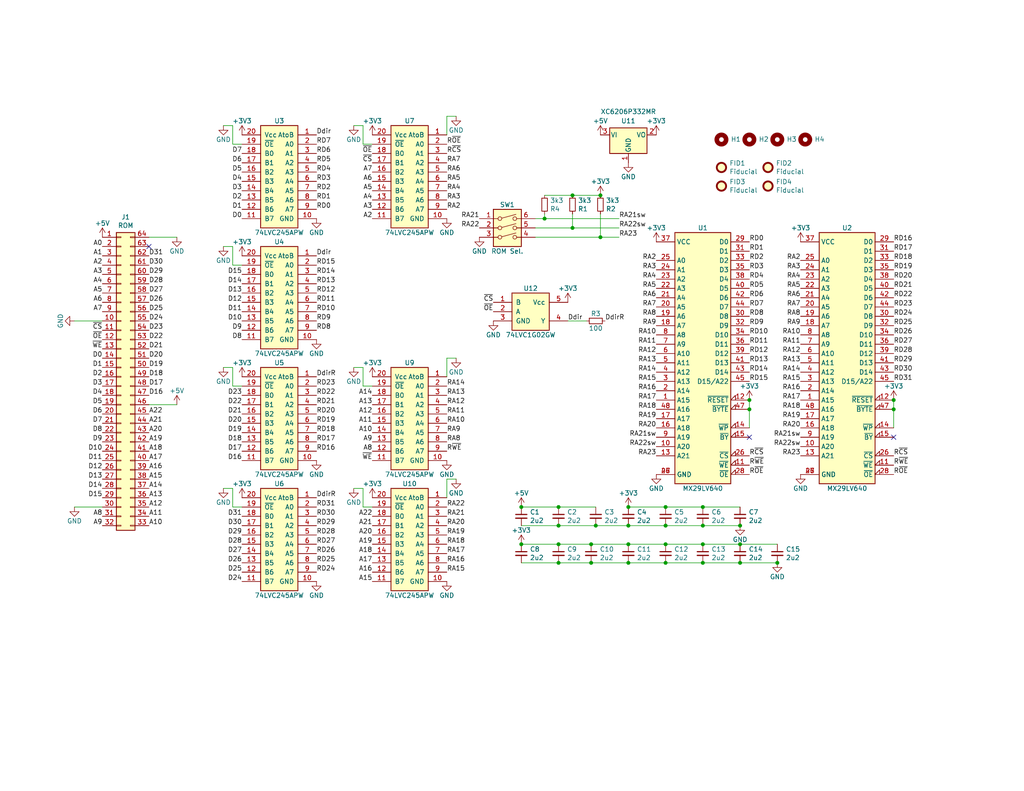
<source format=kicad_sch>
(kicad_sch (version 20230121) (generator eeschema)

  (uuid 0e8f7fc0-2ef2-4b90-9c15-8a3a601ee459)

  (paper "USLetter")

  (title_block
    (title "GW4402C Schematic")
    (date "2022-02-05")
    (rev "1.0")
    (company "Garrett's Workshop")
  )

  

  (junction (at 181.61 138.43) (diameter 0) (color 0 0 0 0)
    (uuid 083becc8-e25d-4206-9636-55457650bbe3)
  )
  (junction (at 171.45 138.43) (diameter 0) (color 0 0 0 0)
    (uuid 123968c6-74e7-4754-8c36-08ea08e42555)
  )
  (junction (at 152.4 148.59) (diameter 0) (color 0 0 0 0)
    (uuid 12c8f4c9-cb79-4390-b96c-a717c693de17)
  )
  (junction (at 156.21 53.34) (diameter 0) (color 0 0 0 0)
    (uuid 1bf7d0f9-0dcf-4d7c-b58c-318e3dc42bc9)
  )
  (junction (at 142.24 148.59) (diameter 0) (color 0 0 0 0)
    (uuid 35c09d1f-2914-4d1e-a002-df30af772f3b)
  )
  (junction (at 171.45 143.51) (diameter 0) (color 0 0 0 0)
    (uuid 3e3d55c8-e0ea-48fb-8421-a84b7cb7055b)
  )
  (junction (at 204.47 109.22) (diameter 0) (color 0 0 0 0)
    (uuid 4185c36c-c66e-4dbd-be5d-841e551f4885)
  )
  (junction (at 171.45 148.59) (diameter 0) (color 0 0 0 0)
    (uuid 422b10b9-e829-44a2-8808-05edd8cb3050)
  )
  (junction (at 161.29 148.59) (diameter 0) (color 0 0 0 0)
    (uuid 4344bc11-e822-474b-8d61-d12211e719b1)
  )
  (junction (at 212.09 153.67) (diameter 0) (color 0 0 0 0)
    (uuid 465137b4-f6f7-4d51-9b40-b161947d5cc1)
  )
  (junction (at 191.77 138.43) (diameter 0) (color 0 0 0 0)
    (uuid 4a7e3849-3bc9-4bb3-b16a-fab2f5cee0e5)
  )
  (junction (at 163.83 64.77) (diameter 0) (color 0 0 0 0)
    (uuid 51cc007a-3378-4ce3-909c-71e94822f8d1)
  )
  (junction (at 161.29 153.67) (diameter 0) (color 0 0 0 0)
    (uuid 5f38bdb2-3657-474e-8e86-d6bb0b298110)
  )
  (junction (at 156.21 62.23) (diameter 0) (color 0 0 0 0)
    (uuid 83184391-76ed-44f0-8cd0-01f89f157bdb)
  )
  (junction (at 191.77 148.59) (diameter 0) (color 0 0 0 0)
    (uuid 86ad0555-08b3-4dde-9a3e-c1e5e29b6615)
  )
  (junction (at 142.24 138.43) (diameter 0) (color 0 0 0 0)
    (uuid 87a1984f-543d-4f2e-ad8a-7a3a24ee6047)
  )
  (junction (at 152.4 143.51) (diameter 0) (color 0 0 0 0)
    (uuid 8ac400bf-c9b3-4af4-b0a7-9aa9ab4ad17e)
  )
  (junction (at 181.61 143.51) (diameter 0) (color 0 0 0 0)
    (uuid 8e295ed4-82cb-4d9f-8888-7ad2dd4d5129)
  )
  (junction (at 201.93 153.67) (diameter 0) (color 0 0 0 0)
    (uuid 8f12311d-6f4c-4d28-a5bc-d6cb462bade7)
  )
  (junction (at 163.83 53.34) (diameter 0) (color 0 0 0 0)
    (uuid 92f063a3-7cce-4a96-8a3a-cf5767f700c6)
  )
  (junction (at 162.56 143.51) (diameter 0) (color 0 0 0 0)
    (uuid 99186658-0361-40ba-ae93-62f23c5622e6)
  )
  (junction (at 191.77 143.51) (diameter 0) (color 0 0 0 0)
    (uuid a92f3b72-ed6d-4d99-9da6-35771bec3c77)
  )
  (junction (at 148.59 59.69) (diameter 0) (color 0 0 0 0)
    (uuid aa23bfe3-454b-4a2b-bfe1-101c747eb84e)
  )
  (junction (at 181.61 148.59) (diameter 0) (color 0 0 0 0)
    (uuid b12e5309-5d01-40ef-a9c3-8453e00a555e)
  )
  (junction (at 243.84 111.76) (diameter 0) (color 0 0 0 0)
    (uuid b4833916-7a3e-4498-86fb-ec6d13262ffe)
  )
  (junction (at 204.47 111.76) (diameter 0) (color 0 0 0 0)
    (uuid cc48dd41-7768-48d3-b096-2c4cc2126c9d)
  )
  (junction (at 171.45 153.67) (diameter 0) (color 0 0 0 0)
    (uuid cf21dfe3-ab4f-4ad9-b7cf-dc892d833b13)
  )
  (junction (at 201.93 148.59) (diameter 0) (color 0 0 0 0)
    (uuid d087176c-78d0-41df-a5bb-60f93c34c9e4)
  )
  (junction (at 191.77 153.67) (diameter 0) (color 0 0 0 0)
    (uuid dd334895-c8ff-4719-bac4-c0b289bb5899)
  )
  (junction (at 152.4 153.67) (diameter 0) (color 0 0 0 0)
    (uuid eaa0d51a-ee4e-4d3a-a801-bddb7027e94c)
  )
  (junction (at 201.93 143.51) (diameter 0) (color 0 0 0 0)
    (uuid f28e56e7-283b-4b9a-ae27-95e89770fbf8)
  )
  (junction (at 181.61 153.67) (diameter 0) (color 0 0 0 0)
    (uuid f56d244f-1fa4-4475-ac1d-f41eed31a48b)
  )
  (junction (at 152.4 138.43) (diameter 0) (color 0 0 0 0)
    (uuid f5c43e09-08d6-4a29-a53a-3b9ea7fb34cd)
  )
  (junction (at 243.84 109.22) (diameter 0) (color 0 0 0 0)
    (uuid f73b5500-6337-4860-a114-6e307f65ec9f)
  )

  (no_connect (at 40.64 67.31) (uuid b4300db7-1220-431a-b7c3-2edbdf8fa6fc))
  (no_connect (at 204.47 119.38) (uuid c088f712-1abe-4cac-9a8b-d564931395aa))
  (no_connect (at 243.84 119.38) (uuid ea6fde00-59dc-4a79-a647-7e38199fae0e))

  (wire (pts (xy 124.46 97.79) (xy 121.92 97.79))
    (stroke (width 0) (type default))
    (uuid 01f82238-6335-48fe-8b0a-6853e227345a)
  )
  (wire (pts (xy 191.77 153.67) (xy 201.93 153.67))
    (stroke (width 0) (type default))
    (uuid 02538207-54a8-4266-8d51-23871852b2ff)
  )
  (wire (pts (xy 142.24 153.67) (xy 152.4 153.67))
    (stroke (width 0) (type default))
    (uuid 051b8cb0-ae77-4e09-98a7-bf2103319e66)
  )
  (wire (pts (xy 171.45 153.67) (xy 181.61 153.67))
    (stroke (width 0) (type default))
    (uuid 0d993e48-cea3-4104-9c5a-d8f97b64a3ac)
  )
  (wire (pts (xy 121.92 102.87) (xy 121.92 97.79))
    (stroke (width 0) (type default))
    (uuid 0e249018-17e7-42b3-ae5d-5ebf3ae299ae)
  )
  (wire (pts (xy 204.47 116.84) (xy 204.47 111.76))
    (stroke (width 0) (type default))
    (uuid 0fd35a3e-b394-4aae-875a-fac843f9cbb7)
  )
  (wire (pts (xy 152.4 153.67) (xy 161.29 153.67))
    (stroke (width 0) (type default))
    (uuid 12f8e43c-8f83-48d3-a9b5-5f3ebc0b6c43)
  )
  (wire (pts (xy 60.96 133.35) (xy 63.5 133.35))
    (stroke (width 0) (type default))
    (uuid 18d11f32-e1a6-4f29-8e3c-0bfeb07299bd)
  )
  (wire (pts (xy 121.92 36.83) (xy 121.92 31.75))
    (stroke (width 0) (type default))
    (uuid 1ab71a3c-340b-469a-ada5-4f87f0b7b2fa)
  )
  (wire (pts (xy 181.61 153.67) (xy 191.77 153.67))
    (stroke (width 0) (type default))
    (uuid 1c9f6fea-1796-4a2d-80b3-ae22ce51c8f5)
  )
  (wire (pts (xy 63.5 39.37) (xy 66.04 39.37))
    (stroke (width 0) (type default))
    (uuid 1cc5480b-56b7-4379-98e2-ccafc88911a7)
  )
  (wire (pts (xy 171.45 148.59) (xy 181.61 148.59))
    (stroke (width 0) (type default))
    (uuid 20901d7e-a300-4069-8967-a6a7e97a68bc)
  )
  (wire (pts (xy 142.24 138.43) (xy 152.4 138.43))
    (stroke (width 0) (type default))
    (uuid 235067e2-1686-40fe-a9a0-61704311b2b1)
  )
  (wire (pts (xy 146.05 59.69) (xy 148.59 59.69))
    (stroke (width 0) (type default))
    (uuid 247ebffd-2cb6-4379-ba6e-21861fea3913)
  )
  (wire (pts (xy 99.06 100.33) (xy 99.06 105.41))
    (stroke (width 0) (type default))
    (uuid 26bc8641-9bca-4204-9709-deedbe202a36)
  )
  (wire (pts (xy 99.06 138.43) (xy 101.6 138.43))
    (stroke (width 0) (type default))
    (uuid 2e0a9f64-1b78-4597-8d50-d12d2268a95a)
  )
  (wire (pts (xy 142.24 143.51) (xy 152.4 143.51))
    (stroke (width 0) (type default))
    (uuid 31f91ec8-56e4-4e08-9ccd-012652772211)
  )
  (wire (pts (xy 96.52 34.29) (xy 99.06 34.29))
    (stroke (width 0) (type default))
    (uuid 3993c707-5291-41b6-83c0-d1c09cb3833a)
  )
  (wire (pts (xy 63.5 67.31) (xy 63.5 72.39))
    (stroke (width 0) (type default))
    (uuid 3bca658b-a598-4669-a7cb-3f9b5f47bb5a)
  )
  (wire (pts (xy 201.93 148.59) (xy 212.09 148.59))
    (stroke (width 0) (type default))
    (uuid 3ed2c840-383d-4cbd-bc3b-c4ea4c97b333)
  )
  (wire (pts (xy 20.32 138.43) (xy 27.94 138.43))
    (stroke (width 0) (type default))
    (uuid 40b14a16-fb82-4b9d-89dd-55cd98abb5cc)
  )
  (wire (pts (xy 63.5 72.39) (xy 66.04 72.39))
    (stroke (width 0) (type default))
    (uuid 41485de5-6ed3-4c83-b69e-ef83ae18093c)
  )
  (wire (pts (xy 168.91 59.69) (xy 148.59 59.69))
    (stroke (width 0) (type default))
    (uuid 4ce9470f-5633-41bf-89ac-74a810939893)
  )
  (wire (pts (xy 121.92 135.89) (xy 121.92 130.81))
    (stroke (width 0) (type default))
    (uuid 52a8f1be-73ca-41a8-bc24-2320706b0ec1)
  )
  (wire (pts (xy 163.83 64.77) (xy 168.91 64.77))
    (stroke (width 0) (type default))
    (uuid 5576cd03-3bad-40c5-9316-1d286895d52a)
  )
  (wire (pts (xy 156.21 53.34) (xy 148.59 53.34))
    (stroke (width 0) (type default))
    (uuid 58390862-1833-41dd-9c4e-98073ea0da33)
  )
  (wire (pts (xy 63.5 100.33) (xy 63.5 105.41))
    (stroke (width 0) (type default))
    (uuid 5a222fb6-5159-4931-9015-19df65643140)
  )
  (wire (pts (xy 171.45 138.43) (xy 181.61 138.43))
    (stroke (width 0) (type default))
    (uuid 5f312b85-6822-40a3-b417-2df49696ca2d)
  )
  (wire (pts (xy 201.93 153.67) (xy 212.09 153.67))
    (stroke (width 0) (type default))
    (uuid 6a0919c2-460c-4229-b872-14e318e1ba8b)
  )
  (wire (pts (xy 154.94 87.63) (xy 160.02 87.63))
    (stroke (width 0) (type default))
    (uuid 6d2a06fb-0b1e-452a-ab38-11a5f45e1b32)
  )
  (wire (pts (xy 243.84 111.76) (xy 243.84 116.84))
    (stroke (width 0) (type default))
    (uuid 71c6e723-673c-45a9-a0e4-9742220c52a3)
  )
  (wire (pts (xy 171.45 143.51) (xy 181.61 143.51))
    (stroke (width 0) (type default))
    (uuid 725cdf26-4b92-46db-bca9-10d930002dda)
  )
  (wire (pts (xy 191.77 148.59) (xy 201.93 148.59))
    (stroke (width 0) (type default))
    (uuid 73fbe87f-3928-49c2-bf87-839d907c6aef)
  )
  (wire (pts (xy 99.06 34.29) (xy 99.06 39.37))
    (stroke (width 0) (type default))
    (uuid 78b44915-d68e-4488-a873-34767153ef98)
  )
  (wire (pts (xy 181.61 143.51) (xy 191.77 143.51))
    (stroke (width 0) (type default))
    (uuid 79451892-db6b-4999-916d-6392174ee493)
  )
  (wire (pts (xy 181.61 138.43) (xy 191.77 138.43))
    (stroke (width 0) (type default))
    (uuid 7acd513a-187b-4936-9f93-2e521ce33ad5)
  )
  (wire (pts (xy 152.4 138.43) (xy 162.56 138.43))
    (stroke (width 0) (type default))
    (uuid 7c5f3091-7791-43b3-8d50-43f6a72274c9)
  )
  (wire (pts (xy 60.96 100.33) (xy 63.5 100.33))
    (stroke (width 0) (type default))
    (uuid 7ce7415d-7c22-49f6-8215-488853ccc8c6)
  )
  (wire (pts (xy 63.5 138.43) (xy 66.04 138.43))
    (stroke (width 0) (type default))
    (uuid 84d296ba-3d39-4264-ad19-947f90c54396)
  )
  (wire (pts (xy 63.5 105.41) (xy 66.04 105.41))
    (stroke (width 0) (type default))
    (uuid 88002554-c459-46e5-8b22-6ea6fe07fd4c)
  )
  (wire (pts (xy 191.77 138.43) (xy 201.93 138.43))
    (stroke (width 0) (type default))
    (uuid 888fd7cb-2fc6-480c-bcfa-0b71303087d3)
  )
  (wire (pts (xy 163.83 53.34) (xy 156.21 53.34))
    (stroke (width 0) (type default))
    (uuid 9112ddd5-10d5-48b8-954f-f1d5adcacbd9)
  )
  (wire (pts (xy 148.59 59.69) (xy 148.59 58.42))
    (stroke (width 0) (type default))
    (uuid 9208ea78-8dde-4b3d-91e9-5755ab5efd9a)
  )
  (wire (pts (xy 20.32 87.63) (xy 27.94 87.63))
    (stroke (width 0) (type default))
    (uuid 926001fd-2747-4639-8c0f-4fc46ff7218d)
  )
  (wire (pts (xy 146.05 62.23) (xy 156.21 62.23))
    (stroke (width 0) (type default))
    (uuid 94d24676-7ae3-483c-8bd6-88d31adf00b4)
  )
  (wire (pts (xy 156.21 58.42) (xy 156.21 62.23))
    (stroke (width 0) (type default))
    (uuid 966ee9ec-860e-45bb-af89-30bda72b2032)
  )
  (wire (pts (xy 163.83 58.42) (xy 163.83 64.77))
    (stroke (width 0) (type default))
    (uuid 96ef76a5-90c3-4767-98ba-2b61887e28d3)
  )
  (wire (pts (xy 142.24 148.59) (xy 152.4 148.59))
    (stroke (width 0) (type default))
    (uuid 974c48bf-534e-4335-98e1-b0426c783e99)
  )
  (wire (pts (xy 152.4 143.51) (xy 162.56 143.51))
    (stroke (width 0) (type default))
    (uuid 97dcf785-3264-40a1-a36e-8842acab24fb)
  )
  (wire (pts (xy 63.5 34.29) (xy 63.5 39.37))
    (stroke (width 0) (type default))
    (uuid 9a8ad8bb-d9a9-4b2b-bc88-ea6fd2676d45)
  )
  (wire (pts (xy 99.06 133.35) (xy 99.06 138.43))
    (stroke (width 0) (type default))
    (uuid 9aaeec6e-84fe-4644-b0bc-5de24626ff48)
  )
  (wire (pts (xy 204.47 109.22) (xy 204.47 111.76))
    (stroke (width 0) (type default))
    (uuid a8b4bc7e-da32-4fb8-b71a-d7b47c6f741f)
  )
  (wire (pts (xy 63.5 133.35) (xy 63.5 138.43))
    (stroke (width 0) (type default))
    (uuid a90361cd-254c-4d27-ae1f-9a6c85bafe28)
  )
  (wire (pts (xy 191.77 143.51) (xy 201.93 143.51))
    (stroke (width 0) (type default))
    (uuid aa1c6f47-cbd4-4cbd-8265-e5ac08b7ffc8)
  )
  (wire (pts (xy 99.06 105.41) (xy 101.6 105.41))
    (stroke (width 0) (type default))
    (uuid be4b72db-0e02-4d9b-844a-aff689b4e648)
  )
  (wire (pts (xy 181.61 148.59) (xy 191.77 148.59))
    (stroke (width 0) (type default))
    (uuid be6b17f9-34f5-44e9-a4c7-725d2e274a9d)
  )
  (wire (pts (xy 60.96 67.31) (xy 63.5 67.31))
    (stroke (width 0) (type default))
    (uuid bef2abc2-bf3e-4a72-ad03-f8da3cd893cb)
  )
  (wire (pts (xy 48.26 64.77) (xy 40.64 64.77))
    (stroke (width 0) (type default))
    (uuid cb614b23-9af3-4aec-bed8-c1374e001510)
  )
  (wire (pts (xy 243.84 111.76) (xy 243.84 109.22))
    (stroke (width 0) (type default))
    (uuid d3d57924-54a6-421d-a3a0-a044fc909e88)
  )
  (wire (pts (xy 96.52 133.35) (xy 99.06 133.35))
    (stroke (width 0) (type default))
    (uuid d3e133b7-2c84-4206-a2b1-e693cb57fe56)
  )
  (wire (pts (xy 156.21 62.23) (xy 168.91 62.23))
    (stroke (width 0) (type default))
    (uuid db6412d3-e6c3-4bdd-abf4-a8f55d56df31)
  )
  (wire (pts (xy 161.29 148.59) (xy 152.4 148.59))
    (stroke (width 0) (type default))
    (uuid db742b9e-1fed-4e0c-b783-f911ab5116aa)
  )
  (wire (pts (xy 161.29 148.59) (xy 171.45 148.59))
    (stroke (width 0) (type default))
    (uuid e2b24e25-1a0d-434a-876b-c595b47d80d2)
  )
  (wire (pts (xy 124.46 130.81) (xy 121.92 130.81))
    (stroke (width 0) (type default))
    (uuid e300709f-6c72-488d-a598-efcbd6d3af54)
  )
  (wire (pts (xy 146.05 64.77) (xy 163.83 64.77))
    (stroke (width 0) (type default))
    (uuid e45aa7d8-0254-4176-afd9-766820762e19)
  )
  (wire (pts (xy 99.06 39.37) (xy 101.6 39.37))
    (stroke (width 0) (type default))
    (uuid e76ec524-408a-4daa-89f6-0edfdbcfb621)
  )
  (wire (pts (xy 48.26 110.49) (xy 40.64 110.49))
    (stroke (width 0) (type default))
    (uuid ec5c2062-3a41-4636-8803-069e60a1641a)
  )
  (wire (pts (xy 162.56 143.51) (xy 171.45 143.51))
    (stroke (width 0) (type default))
    (uuid ee29d712-3378-4507-a00b-003526b29bb1)
  )
  (wire (pts (xy 124.46 31.75) (xy 121.92 31.75))
    (stroke (width 0) (type default))
    (uuid f0ff5d1c-5481-4958-b844-4f68a17d4166)
  )
  (wire (pts (xy 60.96 34.29) (xy 63.5 34.29))
    (stroke (width 0) (type default))
    (uuid f4a1ab68-998b-43e3-aa33-40b58210bc99)
  )
  (wire (pts (xy 161.29 153.67) (xy 171.45 153.67))
    (stroke (width 0) (type default))
    (uuid fad4c712-0a2e-465d-a9f8-83d26bd66e37)
  )
  (wire (pts (xy 96.52 100.33) (xy 99.06 100.33))
    (stroke (width 0) (type default))
    (uuid fd5f7d77-0f73-4021-88a8-0641f0fe8d98)
  )

  (label "RD25" (at 243.84 88.9 0) (fields_autoplaced)
    (effects (font (size 1.27 1.27)) (justify left bottom))
    (uuid 008da5b9-6f95-4113-b7d0-d93ac62efd33)
  )
  (label "D7" (at 27.94 115.57 180) (fields_autoplaced)
    (effects (font (size 1.27 1.27)) (justify right bottom))
    (uuid 009a4fb4-fcc0-4623-ae5d-c1bae3219583)
  )
  (label "RA16" (at 179.07 106.68 180) (fields_autoplaced)
    (effects (font (size 1.27 1.27)) (justify right bottom))
    (uuid 011ee658-718d-416a-85fd-961729cd1ee5)
  )
  (label "D12" (at 66.04 82.55 180) (fields_autoplaced)
    (effects (font (size 1.27 1.27)) (justify right bottom))
    (uuid 03f57fb4-32a3-4bc6-85b9-fd8ece4a9592)
  )
  (label "RD28" (at 243.84 96.52 0) (fields_autoplaced)
    (effects (font (size 1.27 1.27)) (justify left bottom))
    (uuid 04cf2f2c-74bf-400d-b4f6-201720df00ed)
  )
  (label "A12" (at 40.64 138.43 0) (fields_autoplaced)
    (effects (font (size 1.27 1.27)) (justify left bottom))
    (uuid 065b9982-55f2-4822-977e-07e8a06e7b35)
  )
  (label "A2" (at 27.94 72.39 180) (fields_autoplaced)
    (effects (font (size 1.27 1.27)) (justify right bottom))
    (uuid 071522c0-d0ed-49b9-906e-6295f67fb0dc)
  )
  (label "D24" (at 66.04 158.75 180) (fields_autoplaced)
    (effects (font (size 1.27 1.27)) (justify right bottom))
    (uuid 076046ab-4b56-4060-b8d9-0d80806d0277)
  )
  (label "D4" (at 66.04 49.53 180) (fields_autoplaced)
    (effects (font (size 1.27 1.27)) (justify right bottom))
    (uuid 07d160b6-23e1-4aa0-95cb-440482e6fc15)
  )
  (label "D27" (at 40.64 80.01 0) (fields_autoplaced)
    (effects (font (size 1.27 1.27)) (justify left bottom))
    (uuid 0cc45b5b-96b3-4284-9cae-a3a9e324a916)
  )
  (label "RD8" (at 204.47 86.36 0) (fields_autoplaced)
    (effects (font (size 1.27 1.27)) (justify left bottom))
    (uuid 0ceb97d6-1b0f-4b71-921e-b0955c30c998)
  )
  (label "A16" (at 101.6 156.21 180) (fields_autoplaced)
    (effects (font (size 1.27 1.27)) (justify right bottom))
    (uuid 0dfdfa9f-1e3f-4e14-b64b-12bde76a80c7)
  )
  (label "A22" (at 40.64 113.03 0) (fields_autoplaced)
    (effects (font (size 1.27 1.27)) (justify left bottom))
    (uuid 0f31f11f-c374-4640-b9a4-07bbdba8d354)
  )
  (label "RD19" (at 243.84 73.66 0) (fields_autoplaced)
    (effects (font (size 1.27 1.27)) (justify left bottom))
    (uuid 0fafc6b9-fd35-4a55-9270-7a8e7ce3cb13)
  )
  (label "RA7" (at 121.92 44.45 0) (fields_autoplaced)
    (effects (font (size 1.27 1.27)) (justify left bottom))
    (uuid 0fc5db66-6188-4c1f-bb14-0868bef113eb)
  )
  (label "D22" (at 40.64 92.71 0) (fields_autoplaced)
    (effects (font (size 1.27 1.27)) (justify left bottom))
    (uuid 109caac1-5036-4f23-9a66-f569d871501b)
  )
  (label "A9" (at 101.6 120.65 180) (fields_autoplaced)
    (effects (font (size 1.27 1.27)) (justify right bottom))
    (uuid 10e52e95-44f3-4059-a86d-dcda603e0623)
  )
  (label "D25" (at 66.04 156.21 180) (fields_autoplaced)
    (effects (font (size 1.27 1.27)) (justify right bottom))
    (uuid 1171ce37-6ad7-4662-bb68-5592c945ebf3)
  )
  (label "RD21" (at 86.36 110.49 0) (fields_autoplaced)
    (effects (font (size 1.27 1.27)) (justify left bottom))
    (uuid 1199146e-a60b-416a-b503-e77d6d2892f9)
  )
  (label "RD7" (at 204.47 83.82 0) (fields_autoplaced)
    (effects (font (size 1.27 1.27)) (justify left bottom))
    (uuid 1241b7f2-e266-4f5c-8a97-9f0f9d0eef37)
  )
  (label "RD13" (at 204.47 99.06 0) (fields_autoplaced)
    (effects (font (size 1.27 1.27)) (justify left bottom))
    (uuid 12a24e86-2c38-4685-bba9-fff8dddb4cb0)
  )
  (label "RA5" (at 121.92 49.53 0) (fields_autoplaced)
    (effects (font (size 1.27 1.27)) (justify left bottom))
    (uuid 142dd724-2a9f-4eea-ab21-209b1bc7ec65)
  )
  (label "RA6" (at 121.92 46.99 0) (fields_autoplaced)
    (effects (font (size 1.27 1.27)) (justify left bottom))
    (uuid 15a82541-58d8-45b5-99c5-fb52e017e3ea)
  )
  (label "RD11" (at 86.36 82.55 0) (fields_autoplaced)
    (effects (font (size 1.27 1.27)) (justify left bottom))
    (uuid 16121028-bdf5-49c0-aae7-e28fe5bfa771)
  )
  (label "RA18" (at 218.44 111.76 180) (fields_autoplaced)
    (effects (font (size 1.27 1.27)) (justify right bottom))
    (uuid 180245d9-4a3f-4d1b-adcc-b4eafac722e0)
  )
  (label "A21" (at 40.64 115.57 0) (fields_autoplaced)
    (effects (font (size 1.27 1.27)) (justify left bottom))
    (uuid 18b7e157-ae67-48ad-bd7c-9fef6fe45b22)
  )
  (label "RA6" (at 179.07 81.28 180) (fields_autoplaced)
    (effects (font (size 1.27 1.27)) (justify right bottom))
    (uuid 18c61c95-8af1-4986-b67e-c7af9c15ab6b)
  )
  (label "D10" (at 66.04 87.63 180) (fields_autoplaced)
    (effects (font (size 1.27 1.27)) (justify right bottom))
    (uuid 18ca5aef-6a2c-41ac-9e7f-bf7acb716e53)
  )
  (label "RD6" (at 86.36 41.91 0) (fields_autoplaced)
    (effects (font (size 1.27 1.27)) (justify left bottom))
    (uuid 196a8dd5-5fd6-4c7f-ae4a-0104bd82e61b)
  )
  (label "D21" (at 40.64 95.25 0) (fields_autoplaced)
    (effects (font (size 1.27 1.27)) (justify left bottom))
    (uuid 19b0959e-a79b-43b2-a5ad-525ced7e9131)
  )
  (label "RD27" (at 243.84 93.98 0) (fields_autoplaced)
    (effects (font (size 1.27 1.27)) (justify left bottom))
    (uuid 1bdd5841-68b7-42e2-9447-cbdb608d8a08)
  )
  (label "RA21sw" (at 168.91 59.69 0) (fields_autoplaced)
    (effects (font (size 1.27 1.27)) (justify left bottom))
    (uuid 1cacb878-9da4-41fc-aa80-018bc841e19a)
  )
  (label "D3" (at 66.04 52.07 180) (fields_autoplaced)
    (effects (font (size 1.27 1.27)) (justify right bottom))
    (uuid 1e48966e-d29d-4521-8939-ec8ac570431d)
  )
  (label "D31" (at 40.64 69.85 0) (fields_autoplaced)
    (effects (font (size 1.27 1.27)) (justify left bottom))
    (uuid 1f8b2c0c-b042-4e2e-80f6-4959a27b238f)
  )
  (label "RA22sw" (at 218.44 121.92 180) (fields_autoplaced)
    (effects (font (size 1.27 1.27)) (justify right bottom))
    (uuid 1fbb0219-551e-409b-a61b-76e8cebdfb9d)
  )
  (label "RA16" (at 121.92 153.67 0) (fields_autoplaced)
    (effects (font (size 1.27 1.27)) (justify left bottom))
    (uuid 212bf70c-2324-47d9-8700-59771063baeb)
  )
  (label "RA20" (at 179.07 116.84 180) (fields_autoplaced)
    (effects (font (size 1.27 1.27)) (justify right bottom))
    (uuid 22bb6c80-05a9-4d89-98b0-f4c23fe6c1ce)
  )
  (label "RD3" (at 86.36 49.53 0) (fields_autoplaced)
    (effects (font (size 1.27 1.27)) (justify left bottom))
    (uuid 2454fd1b-3484-4838-8b7e-d26357238fe1)
  )
  (label "Ddir" (at 154.94 87.63 0) (fields_autoplaced)
    (effects (font (size 1.27 1.27)) (justify left bottom))
    (uuid 24adc223-60f0-4497-98a3-d664c5a13280)
  )
  (label "D0" (at 66.04 59.69 180) (fields_autoplaced)
    (effects (font (size 1.27 1.27)) (justify right bottom))
    (uuid 24b72b0d-63b8-4e06-89d0-e94dcf39a600)
  )
  (label "A21" (at 101.6 143.51 180) (fields_autoplaced)
    (effects (font (size 1.27 1.27)) (justify right bottom))
    (uuid 252f1275-081d-4d77-8bd5-3b9e6916ef42)
  )
  (label "A9" (at 27.94 143.51 180) (fields_autoplaced)
    (effects (font (size 1.27 1.27)) (justify right bottom))
    (uuid 25e5aa8e-2696-44a3-8d3c-c2c53f2923cf)
  )
  (label "RD21" (at 243.84 78.74 0) (fields_autoplaced)
    (effects (font (size 1.27 1.27)) (justify left bottom))
    (uuid 27b2eb82-662b-42d8-90e6-830fec4bb8d2)
  )
  (label "A3" (at 27.94 74.93 180) (fields_autoplaced)
    (effects (font (size 1.27 1.27)) (justify right bottom))
    (uuid 2846428d-39de-4eae-8ce2-64955d56c493)
  )
  (label "RD30" (at 243.84 101.6 0) (fields_autoplaced)
    (effects (font (size 1.27 1.27)) (justify left bottom))
    (uuid 2878a73c-5447-4cd9-8194-14f52ab9459c)
  )
  (label "RA16" (at 218.44 106.68 180) (fields_autoplaced)
    (effects (font (size 1.27 1.27)) (justify right bottom))
    (uuid 28e37b45-f843-47c2-85c9-ca19f5430ece)
  )
  (label "RD3" (at 204.47 73.66 0) (fields_autoplaced)
    (effects (font (size 1.27 1.27)) (justify left bottom))
    (uuid 2b5a9ad3-7ec4-447d-916c-47adf5f9674f)
  )
  (label "RA22sw" (at 179.07 121.92 180) (fields_autoplaced)
    (effects (font (size 1.27 1.27)) (justify right bottom))
    (uuid 2db910a0-b943-40b4-b81f-068ba5265f56)
  )
  (label "D9" (at 27.94 120.65 180) (fields_autoplaced)
    (effects (font (size 1.27 1.27)) (justify right bottom))
    (uuid 2dc54bac-8640-4dd7-b8ed-3c7acb01a8ea)
  )
  (label "RA3" (at 179.07 73.66 180) (fields_autoplaced)
    (effects (font (size 1.27 1.27)) (justify right bottom))
    (uuid 2e90e294-82e1-45da-9bf1-b91dfe0dc8f6)
  )
  (label "DdirR" (at 165.1 87.63 0) (fields_autoplaced)
    (effects (font (size 1.27 1.27)) (justify left bottom))
    (uuid 2ea8fa6f-efc3-40fe-bcf9-05bfa46ead4f)
  )
  (label "D23" (at 40.64 90.17 0) (fields_autoplaced)
    (effects (font (size 1.27 1.27)) (justify left bottom))
    (uuid 31540a7e-dc9e-4e4d-96b1-dab15efa5f4b)
  )
  (label "R~{CS}" (at 121.92 41.91 0) (fields_autoplaced)
    (effects (font (size 1.27 1.27)) (justify left bottom))
    (uuid 319639ae-c2c5-486d-93b1-d03bb1b64252)
  )
  (label "~{CS}" (at 101.6 44.45 180) (fields_autoplaced)
    (effects (font (size 1.27 1.27)) (justify right bottom))
    (uuid 3249bd81-9fd4-4194-9b4f-2e333b2195b8)
  )
  (label "RA6" (at 218.44 81.28 180) (fields_autoplaced)
    (effects (font (size 1.27 1.27)) (justify right bottom))
    (uuid 3326423d-8df7-4a7e-a354-349430b8fbd7)
  )
  (label "RA18" (at 121.92 148.59 0) (fields_autoplaced)
    (effects (font (size 1.27 1.27)) (justify left bottom))
    (uuid 347562f5-b152-4e7b-8a69-40ca6daaaad4)
  )
  (label "RD11" (at 204.47 93.98 0) (fields_autoplaced)
    (effects (font (size 1.27 1.27)) (justify left bottom))
    (uuid 35ef9c4a-35f6-467b-a704-b1d9354880cf)
  )
  (label "D5" (at 27.94 110.49 180) (fields_autoplaced)
    (effects (font (size 1.27 1.27)) (justify right bottom))
    (uuid 37f31dec-63fc-4634-a141-5dc5d2b60fe4)
  )
  (label "DdirR" (at 86.36 102.87 0) (fields_autoplaced)
    (effects (font (size 1.27 1.27)) (justify left bottom))
    (uuid 399fc36a-ed5d-44b5-82f7-c6f83d9acc14)
  )
  (label "A15" (at 101.6 158.75 180) (fields_autoplaced)
    (effects (font (size 1.27 1.27)) (justify right bottom))
    (uuid 3a41dd27-ec14-44d5-b505-aad1d829f79a)
  )
  (label "RA13" (at 218.44 99.06 180) (fields_autoplaced)
    (effects (font (size 1.27 1.27)) (justify right bottom))
    (uuid 3c5e5ea9-793d-46e3-86bc-5884c4490dc7)
  )
  (label "RA4" (at 121.92 52.07 0) (fields_autoplaced)
    (effects (font (size 1.27 1.27)) (justify left bottom))
    (uuid 3c8d03bf-f31d-4aa0-b8db-a227ffd7d8d6)
  )
  (label "RD15" (at 204.47 104.14 0) (fields_autoplaced)
    (effects (font (size 1.27 1.27)) (justify left bottom))
    (uuid 3e0392c0-affc-4114-9de5-1f1cfe79418a)
  )
  (label "RA23" (at 179.07 124.46 180) (fields_autoplaced)
    (effects (font (size 1.27 1.27)) (justify right bottom))
    (uuid 3e915099-a18e-49f4-89bb-abe64c2dade5)
  )
  (label "RA21" (at 121.92 140.97 0) (fields_autoplaced)
    (effects (font (size 1.27 1.27)) (justify left bottom))
    (uuid 3efa2ece-8f3f-4a8c-96e9-6ab3ec6f1f70)
  )
  (label "RD27" (at 86.36 148.59 0) (fields_autoplaced)
    (effects (font (size 1.27 1.27)) (justify left bottom))
    (uuid 3f43d730-2a73-49fe-9672-32428e7f5b49)
  )
  (label "D27" (at 66.04 151.13 180) (fields_autoplaced)
    (effects (font (size 1.27 1.27)) (justify right bottom))
    (uuid 43707e99-bdd7-4b02-9974-540ed6c2b0aa)
  )
  (label "RA17" (at 121.92 151.13 0) (fields_autoplaced)
    (effects (font (size 1.27 1.27)) (justify left bottom))
    (uuid 44035e53-ff94-45ad-801f-55a1ce042a0d)
  )
  (label "D15" (at 66.04 74.93 180) (fields_autoplaced)
    (effects (font (size 1.27 1.27)) (justify right bottom))
    (uuid 4431c0f6-83ea-4eee-95a8-991da2f03ccd)
  )
  (label "RD31" (at 243.84 104.14 0) (fields_autoplaced)
    (effects (font (size 1.27 1.27)) (justify left bottom))
    (uuid 44646447-0a8e-4aec-a74e-22bf765d0f33)
  )
  (label "RD4" (at 86.36 46.99 0) (fields_autoplaced)
    (effects (font (size 1.27 1.27)) (justify left bottom))
    (uuid 45884597-7014-4461-83ee-9975c42b9a53)
  )
  (label "RD16" (at 86.36 123.19 0) (fields_autoplaced)
    (effects (font (size 1.27 1.27)) (justify left bottom))
    (uuid 477892a1-722e-4cda-bb6c-fcdb8ba5f93e)
  )
  (label "RD18" (at 86.36 118.11 0) (fields_autoplaced)
    (effects (font (size 1.27 1.27)) (justify left bottom))
    (uuid 479331ff-c540-41f4-84e6-b48d65171e59)
  )
  (label "D29" (at 40.64 74.93 0) (fields_autoplaced)
    (effects (font (size 1.27 1.27)) (justify left bottom))
    (uuid 4a850cb6-bb24-4274-a902-e49f34f0a0e3)
  )
  (label "RA5" (at 218.44 78.74 180) (fields_autoplaced)
    (effects (font (size 1.27 1.27)) (justify right bottom))
    (uuid 4d4fecdd-be4a-47e9-9085-2268d5852d8f)
  )
  (label "Ddir" (at 86.36 36.83 0) (fields_autoplaced)
    (effects (font (size 1.27 1.27)) (justify left bottom))
    (uuid 4d586a18-26c5-441e-a9ff-8125ee516126)
  )
  (label "RD9" (at 86.36 87.63 0) (fields_autoplaced)
    (effects (font (size 1.27 1.27)) (justify left bottom))
    (uuid 4db55cb8-197b-4402-871f-ce582b65664b)
  )
  (label "RA7" (at 179.07 83.82 180) (fields_autoplaced)
    (effects (font (size 1.27 1.27)) (justify right bottom))
    (uuid 4e27930e-1827-4788-aa6b-487321d46602)
  )
  (label "A1" (at 27.94 69.85 180) (fields_autoplaced)
    (effects (font (size 1.27 1.27)) (justify right bottom))
    (uuid 4e315e69-0417-463a-8b7f-469a08d1496e)
  )
  (label "RA7" (at 218.44 83.82 180) (fields_autoplaced)
    (effects (font (size 1.27 1.27)) (justify right bottom))
    (uuid 4ec618ae-096f-4256-9328-005ee04f13d6)
  )
  (label "A4" (at 27.94 77.47 180) (fields_autoplaced)
    (effects (font (size 1.27 1.27)) (justify right bottom))
    (uuid 4fa10683-33cd-4dcd-8acc-2415cd63c62a)
  )
  (label "D21" (at 66.04 113.03 180) (fields_autoplaced)
    (effects (font (size 1.27 1.27)) (justify right bottom))
    (uuid 501880c3-8633-456f-9add-0e8fa1932ba6)
  )
  (label "D8" (at 66.04 92.71 180) (fields_autoplaced)
    (effects (font (size 1.27 1.27)) (justify right bottom))
    (uuid 528fd7da-c9a6-40ae-9f1a-60f6a7f4d534)
  )
  (label "RA19" (at 218.44 114.3 180) (fields_autoplaced)
    (effects (font (size 1.27 1.27)) (justify right bottom))
    (uuid 54212c01-b363-47b8-a145-45c40df316f4)
  )
  (label "RA22" (at 130.81 62.23 180) (fields_autoplaced)
    (effects (font (size 1.27 1.27)) (justify right bottom))
    (uuid 57f248a7-365e-4c42-b80d-5a7d1f9dfaf3)
  )
  (label "RA11" (at 179.07 93.98 180) (fields_autoplaced)
    (effects (font (size 1.27 1.27)) (justify right bottom))
    (uuid 593b8647-0095-46cc-ba23-3cf2a86edb5e)
  )
  (label "~{CS}" (at 27.94 90.17 180) (fields_autoplaced)
    (effects (font (size 1.27 1.27)) (justify right bottom))
    (uuid 59ec3156-036e-4049-89db-91a9dd07095f)
  )
  (label "A3" (at 101.6 57.15 180) (fields_autoplaced)
    (effects (font (size 1.27 1.27)) (justify right bottom))
    (uuid 59fc765e-1357-4c94-9529-5635418c7d73)
  )
  (label "A11" (at 101.6 115.57 180) (fields_autoplaced)
    (effects (font (size 1.27 1.27)) (justify right bottom))
    (uuid 5c7d6eaf-f256-4349-8203-d2e836872231)
  )
  (label "RD24" (at 243.84 86.36 0) (fields_autoplaced)
    (effects (font (size 1.27 1.27)) (justify left bottom))
    (uuid 5d3d7893-1d11-4f1d-9052-85cf0e07d281)
  )
  (label "RA10" (at 121.92 115.57 0) (fields_autoplaced)
    (effects (font (size 1.27 1.27)) (justify left bottom))
    (uuid 5d49e9a6-41dd-4072-adde-ef1036c1979b)
  )
  (label "RA10" (at 218.44 91.44 180) (fields_autoplaced)
    (effects (font (size 1.27 1.27)) (justify right bottom))
    (uuid 5d9921f1-08b3-4cc9-8cf7-e9a72ca2fdb7)
  )
  (label "A20" (at 40.64 118.11 0) (fields_autoplaced)
    (effects (font (size 1.27 1.27)) (justify left bottom))
    (uuid 5fc9acb6-6dbb-4598-825b-4b9e7c4c67c4)
  )
  (label "D13" (at 27.94 130.81 180) (fields_autoplaced)
    (effects (font (size 1.27 1.27)) (justify right bottom))
    (uuid 609b9e1b-4e3b-42b7-ac76-a62ec4d0e7c7)
  )
  (label "RA10" (at 179.07 91.44 180) (fields_autoplaced)
    (effects (font (size 1.27 1.27)) (justify right bottom))
    (uuid 60aa0ce8-9d0e-48ca-bbf9-866403979e9b)
  )
  (label "RA9" (at 121.92 118.11 0) (fields_autoplaced)
    (effects (font (size 1.27 1.27)) (justify left bottom))
    (uuid 6150c02b-beb5-4af1-951e-3666a285a6ea)
  )
  (label "RD5" (at 204.47 78.74 0) (fields_autoplaced)
    (effects (font (size 1.27 1.27)) (justify left bottom))
    (uuid 6241e6d3-a754-45b6-9f7c-e43019b93226)
  )
  (label "A20" (at 101.6 146.05 180) (fields_autoplaced)
    (effects (font (size 1.27 1.27)) (justify right bottom))
    (uuid 62e8c4d4-266c-4e53-8981-1028251d724c)
  )
  (label "RA23" (at 168.91 64.77 0) (fields_autoplaced)
    (effects (font (size 1.27 1.27)) (justify left bottom))
    (uuid 631c7be5-8dc2-4df4-ab73-737bb928e763)
  )
  (label "R~{WE}" (at 243.84 127 0) (fields_autoplaced)
    (effects (font (size 1.27 1.27)) (justify left bottom))
    (uuid 63c56ea4-91a3-4172-b9de-a4388cc8f894)
  )
  (label "RD14" (at 204.47 101.6 0) (fields_autoplaced)
    (effects (font (size 1.27 1.27)) (justify left bottom))
    (uuid 6513181c-0a6a-4560-9a18-17450c36ae2a)
  )
  (label "RD18" (at 243.84 71.12 0) (fields_autoplaced)
    (effects (font (size 1.27 1.27)) (justify left bottom))
    (uuid 66218487-e316-4467-9eba-79d4626ab24e)
  )
  (label "A0" (at 27.94 67.31 180) (fields_autoplaced)
    (effects (font (size 1.27 1.27)) (justify right bottom))
    (uuid 6a2b20ae-096c-4d9f-92f8-2087c865914f)
  )
  (label "D16" (at 66.04 125.73 180) (fields_autoplaced)
    (effects (font (size 1.27 1.27)) (justify right bottom))
    (uuid 6afc19cf-38b4-47a3-bc2b-445b18724310)
  )
  (label "D28" (at 40.64 77.47 0) (fields_autoplaced)
    (effects (font (size 1.27 1.27)) (justify left bottom))
    (uuid 6b7c1048-12b6-46b2-b762-fa3ad30472dd)
  )
  (label "A22" (at 101.6 140.97 180) (fields_autoplaced)
    (effects (font (size 1.27 1.27)) (justify right bottom))
    (uuid 6b91a3ee-fdcd-4bfe-ad57-c8d5ea9903a8)
  )
  (label "RD13" (at 86.36 77.47 0) (fields_autoplaced)
    (effects (font (size 1.27 1.27)) (justify left bottom))
    (uuid 6bd115d6-07e0-45db-8f2e-3cbb0429104f)
  )
  (label "A8" (at 27.94 140.97 180) (fields_autoplaced)
    (effects (font (size 1.27 1.27)) (justify right bottom))
    (uuid 6bf05d19-ba3e-4ba6-8a6f-4e0bc45ea3b2)
  )
  (label "A16" (at 40.64 128.27 0) (fields_autoplaced)
    (effects (font (size 1.27 1.27)) (justify left bottom))
    (uuid 6d1d60ff-408a-47a7-892f-c5cf9ef6ca75)
  )
  (label "A7" (at 101.6 46.99 180) (fields_autoplaced)
    (effects (font (size 1.27 1.27)) (justify right bottom))
    (uuid 6f580eb1-88cc-489d-a7ca-9efa5e590715)
  )
  (label "~{WE}" (at 27.94 95.25 180) (fields_autoplaced)
    (effects (font (size 1.27 1.27)) (justify right bottom))
    (uuid 700e8b73-5976-423f-a3f3-ab3d9f3e9760)
  )
  (label "RA20" (at 121.92 143.51 0) (fields_autoplaced)
    (effects (font (size 1.27 1.27)) (justify left bottom))
    (uuid 70d34adf-9bd8-469e-8c77-5c0d7adf511e)
  )
  (label "D11" (at 27.94 125.73 180) (fields_autoplaced)
    (effects (font (size 1.27 1.27)) (justify right bottom))
    (uuid 70fb572d-d5ec-41e7-9482-63d4578b4f47)
  )
  (label "Ddir" (at 86.36 69.85 0) (fields_autoplaced)
    (effects (font (size 1.27 1.27)) (justify left bottom))
    (uuid 71f92193-19b0-44ed-bc7f-77535083d769)
  )
  (label "RA17" (at 179.07 109.22 180) (fields_autoplaced)
    (effects (font (size 1.27 1.27)) (justify right bottom))
    (uuid 72508b1f-1505-46cb-9d37-2081c5a12aca)
  )
  (label "RA2" (at 121.92 57.15 0) (fields_autoplaced)
    (effects (font (size 1.27 1.27)) (justify left bottom))
    (uuid 74f5ec08-7600-4a0b-a9e4-aae29f9ea08a)
  )
  (label "RD23" (at 243.84 83.82 0) (fields_autoplaced)
    (effects (font (size 1.27 1.27)) (justify left bottom))
    (uuid 79476267-290e-445f-995b-0afd0e11a4b5)
  )
  (label "D30" (at 66.04 143.51 180) (fields_autoplaced)
    (effects (font (size 1.27 1.27)) (justify right bottom))
    (uuid 79770cd5-32d7-429a-8248-0d9e6212231a)
  )
  (label "RA13" (at 179.07 99.06 180) (fields_autoplaced)
    (effects (font (size 1.27 1.27)) (justify right bottom))
    (uuid 7a74c4b1-6243-4a12-85a2-bc41d346e7aa)
  )
  (label "D23" (at 66.04 107.95 180) (fields_autoplaced)
    (effects (font (size 1.27 1.27)) (justify right bottom))
    (uuid 7a879184-fad8-4feb-afb5-86fe8d34f1f7)
  )
  (label "D12" (at 27.94 128.27 180) (fields_autoplaced)
    (effects (font (size 1.27 1.27)) (justify right bottom))
    (uuid 7afa54c4-2181-41d3-81f7-39efc497ecae)
  )
  (label "RA21sw" (at 218.44 119.38 180) (fields_autoplaced)
    (effects (font (size 1.27 1.27)) (justify right bottom))
    (uuid 7bfba61b-6752-4a45-9ee6-5984dcb15041)
  )
  (label "D19" (at 40.64 100.33 0) (fields_autoplaced)
    (effects (font (size 1.27 1.27)) (justify left bottom))
    (uuid 7c04618d-9115-4179-b234-a8faf854ea92)
  )
  (label "RD6" (at 204.47 81.28 0) (fields_autoplaced)
    (effects (font (size 1.27 1.27)) (justify left bottom))
    (uuid 7d0dab95-9e7a-486e-a1d7-fc48860fd57d)
  )
  (label "RA15" (at 179.07 104.14 180) (fields_autoplaced)
    (effects (font (size 1.27 1.27)) (justify right bottom))
    (uuid 7d76d925-f900-42af-a03f-bb32d2381b09)
  )
  (label "RA4" (at 179.07 76.2 180) (fields_autoplaced)
    (effects (font (size 1.27 1.27)) (justify right bottom))
    (uuid 7e1217ba-8a3d-4079-8d7b-b45f90cfbf53)
  )
  (label "RA13" (at 121.92 107.95 0) (fields_autoplaced)
    (effects (font (size 1.27 1.27)) (justify left bottom))
    (uuid 7f9683c1-2203-43df-8fa1-719a0dc360df)
  )
  (label "RA19" (at 179.07 114.3 180) (fields_autoplaced)
    (effects (font (size 1.27 1.27)) (justify right bottom))
    (uuid 802c2dc3-ca9f-491e-9d66-7893e89ac34c)
  )
  (label "D6" (at 66.04 44.45 180) (fields_autoplaced)
    (effects (font (size 1.27 1.27)) (justify right bottom))
    (uuid 844d7d7a-b386-45a8-aaf6-bf41bbcb43b5)
  )
  (label "RA4" (at 218.44 76.2 180) (fields_autoplaced)
    (effects (font (size 1.27 1.27)) (justify right bottom))
    (uuid 8458d41c-5d62-455d-b6e1-9f718c0faac9)
  )
  (label "RA15" (at 218.44 104.14 180) (fields_autoplaced)
    (effects (font (size 1.27 1.27)) (justify right bottom))
    (uuid 88610282-a92d-4c3d-917a-ea95d59e0759)
  )
  (label "D4" (at 27.94 107.95 180) (fields_autoplaced)
    (effects (font (size 1.27 1.27)) (justify right bottom))
    (uuid 88668202-3f0b-4d07-84d4-dcd790f57272)
  )
  (label "A4" (at 101.6 54.61 180) (fields_autoplaced)
    (effects (font (size 1.27 1.27)) (justify right bottom))
    (uuid 89a8e170-a222-41c0-b545-c9f4c5604011)
  )
  (label "R~{OE}" (at 204.47 129.54 0) (fields_autoplaced)
    (effects (font (size 1.27 1.27)) (justify left bottom))
    (uuid 89c9afdc-c346-4300-a392-5f9dd8c1e5bd)
  )
  (label "RD22" (at 243.84 81.28 0) (fields_autoplaced)
    (effects (font (size 1.27 1.27)) (justify left bottom))
    (uuid 8b290a17-6328-4178-9131-29524d345539)
  )
  (label "R~{CS}" (at 204.47 124.46 0) (fields_autoplaced)
    (effects (font (size 1.27 1.27)) (justify left bottom))
    (uuid 8b7bbefd-8f78-41f8-809c-2534a5de3b39)
  )
  (label "A6" (at 27.94 82.55 180) (fields_autoplaced)
    (effects (font (size 1.27 1.27)) (justify right bottom))
    (uuid 8bc2c25a-a1f1-4ce8-b96a-a4f8f4c35079)
  )
  (label "D24" (at 40.64 87.63 0) (fields_autoplaced)
    (effects (font (size 1.27 1.27)) (justify left bottom))
    (uuid 8c1605f9-6c91-4701-96bf-e753661d5e23)
  )
  (label "RA8" (at 179.07 86.36 180) (fields_autoplaced)
    (effects (font (size 1.27 1.27)) (justify right bottom))
    (uuid 8cd050d6-228c-4da0-9533-b4f8d14cfb34)
  )
  (label "RA3" (at 218.44 73.66 180) (fields_autoplaced)
    (effects (font (size 1.27 1.27)) (justify right bottom))
    (uuid 8de2d84c-ff45-4d4f-bc49-c166f6ae6b91)
  )
  (label "RD31" (at 86.36 138.43 0) (fields_autoplaced)
    (effects (font (size 1.27 1.27)) (justify left bottom))
    (uuid 9031bb33-c6aa-4758-bf5c-3274ed3ebab7)
  )
  (label "D14" (at 66.04 77.47 180) (fields_autoplaced)
    (effects (font (size 1.27 1.27)) (justify right bottom))
    (uuid 90e761f6-1432-4f73-ad28-fa8869b7ec31)
  )
  (label "RD28" (at 86.36 146.05 0) (fields_autoplaced)
    (effects (font (size 1.27 1.27)) (justify left bottom))
    (uuid 9186dae5-6dc3-4744-9f90-e697559c6ac8)
  )
  (label "D6" (at 27.94 113.03 180) (fields_autoplaced)
    (effects (font (size 1.27 1.27)) (justify right bottom))
    (uuid 91c1eb0a-67ae-4ef0-95ce-d060a03a7313)
  )
  (label "D20" (at 66.04 115.57 180) (fields_autoplaced)
    (effects (font (size 1.27 1.27)) (justify right bottom))
    (uuid 91fe070a-a49b-4bc5-805a-42f23e10d114)
  )
  (label "RA8" (at 218.44 86.36 180) (fields_autoplaced)
    (effects (font (size 1.27 1.27)) (justify right bottom))
    (uuid 92035a88-6c95-4a61-bd8a-cb8dd9e5018a)
  )
  (label "RA2" (at 218.44 71.12 180) (fields_autoplaced)
    (effects (font (size 1.27 1.27)) (justify right bottom))
    (uuid 935057d5-6882-4c15-9a35-54677912ba12)
  )
  (label "A5" (at 101.6 52.07 180) (fields_autoplaced)
    (effects (font (size 1.27 1.27)) (justify right bottom))
    (uuid 9529c01f-e1cd-40be-b7f0-83780a544249)
  )
  (label "RD29" (at 243.84 99.06 0) (fields_autoplaced)
    (effects (font (size 1.27 1.27)) (justify left bottom))
    (uuid 955cc99e-a129-42cf-abc7-aa99813fdb5f)
  )
  (label "A2" (at 101.6 59.69 180) (fields_autoplaced)
    (effects (font (size 1.27 1.27)) (justify right bottom))
    (uuid 96db52e2-6336-4f5e-846e-528c594d0509)
  )
  (label "A14" (at 40.64 133.35 0) (fields_autoplaced)
    (effects (font (size 1.27 1.27)) (justify left bottom))
    (uuid 970e0f64-111f-41e3-9f5a-fb0d0f6fa101)
  )
  (label "RD14" (at 86.36 74.93 0) (fields_autoplaced)
    (effects (font (size 1.27 1.27)) (justify left bottom))
    (uuid 97fe2a5c-4eee-4c7a-9c43-47749b396494)
  )
  (label "RA14" (at 218.44 101.6 180) (fields_autoplaced)
    (effects (font (size 1.27 1.27)) (justify right bottom))
    (uuid 98914cc3-56fe-40bb-820a-3d157225c145)
  )
  (label "RD25" (at 86.36 153.67 0) (fields_autoplaced)
    (effects (font (size 1.27 1.27)) (justify left bottom))
    (uuid 98b00c9d-9188-4bce-aa70-92d12dd9cf82)
  )
  (label "A18" (at 101.6 151.13 180) (fields_autoplaced)
    (effects (font (size 1.27 1.27)) (justify right bottom))
    (uuid 98fe66f3-ec8b-4515-ae34-617f2124a7ec)
  )
  (label "D31" (at 66.04 140.97 180) (fields_autoplaced)
    (effects (font (size 1.27 1.27)) (justify right bottom))
    (uuid 99332785-d9f1-4363-9377-26ddc18e6d2c)
  )
  (label "RD22" (at 86.36 107.95 0) (fields_autoplaced)
    (effects (font (size 1.27 1.27)) (justify left bottom))
    (uuid 997c2f12-73ba-4c01-9ee0-42e37cbab790)
  )
  (label "D16" (at 40.64 107.95 0) (fields_autoplaced)
    (effects (font (size 1.27 1.27)) (justify left bottom))
    (uuid 998b7fa5-31a5-472e-9572-49d5226d6098)
  )
  (label "RA20" (at 218.44 116.84 180) (fields_autoplaced)
    (effects (font (size 1.27 1.27)) (justify right bottom))
    (uuid 99dfa524-0366-4808-b4e8-328fc38e8656)
  )
  (label "RD8" (at 86.36 90.17 0) (fields_autoplaced)
    (effects (font (size 1.27 1.27)) (justify left bottom))
    (uuid 9aedbb9e-8340-4899-b813-05b23382a36b)
  )
  (label "A5" (at 27.94 80.01 180) (fields_autoplaced)
    (effects (font (size 1.27 1.27)) (justify right bottom))
    (uuid 9cbf35b8-f4d3-42a3-bb16-04ffd03fd8fd)
  )
  (label "RA12" (at 218.44 96.52 180) (fields_autoplaced)
    (effects (font (size 1.27 1.27)) (justify right bottom))
    (uuid 9dcdc92b-2219-4a4a-8954-45f02cc3ab25)
  )
  (label "RD0" (at 204.47 66.04 0) (fields_autoplaced)
    (effects (font (size 1.27 1.27)) (justify left bottom))
    (uuid 9f782c92-a5e8-49db-bfda-752b35522ce4)
  )
  (label "RD26" (at 86.36 151.13 0) (fields_autoplaced)
    (effects (font (size 1.27 1.27)) (justify left bottom))
    (uuid a24ce0e2-fdd3-4e6a-b754-5dee9713dd27)
  )
  (label "A10" (at 40.64 143.51 0) (fields_autoplaced)
    (effects (font (size 1.27 1.27)) (justify left bottom))
    (uuid a24ddb4f-c217-42ca-b6cb-d12da84fb2b9)
  )
  (label "A19" (at 40.64 120.65 0) (fields_autoplaced)
    (effects (font (size 1.27 1.27)) (justify left bottom))
    (uuid a53767ed-bb28-4f90-abe0-e0ea734812a4)
  )
  (label "RA5" (at 179.07 78.74 180) (fields_autoplaced)
    (effects (font (size 1.27 1.27)) (justify right bottom))
    (uuid a5be2cb8-c68d-4180-8412-69a6b4c5b1d4)
  )
  (label "R~{WE}" (at 121.92 123.19 0) (fields_autoplaced)
    (effects (font (size 1.27 1.27)) (justify left bottom))
    (uuid a5c8e189-1ddc-4a66-984b-e0fd1529d346)
  )
  (label "D5" (at 66.04 46.99 180) (fields_autoplaced)
    (effects (font (size 1.27 1.27)) (justify right bottom))
    (uuid a62609cd-29b7-4918-b97d-7b2404ba61cf)
  )
  (label "D1" (at 66.04 57.15 180) (fields_autoplaced)
    (effects (font (size 1.27 1.27)) (justify right bottom))
    (uuid a6738794-75ae-48a6-8949-ed8717400d71)
  )
  (label "A11" (at 40.64 140.97 0) (fields_autoplaced)
    (effects (font (size 1.27 1.27)) (justify left bottom))
    (uuid a6ccc556-da88-4006-ae1a-cc35733efef3)
  )
  (label "RD9" (at 204.47 88.9 0) (fields_autoplaced)
    (effects (font (size 1.27 1.27)) (justify left bottom))
    (uuid a7f25f41-0b4c-4430-b6cd-b2160b2db099)
  )
  (label "DdirR" (at 86.36 135.89 0) (fields_autoplaced)
    (effects (font (size 1.27 1.27)) (justify left bottom))
    (uuid aa79024d-ca7e-4c24-b127-7df08bbd0c75)
  )
  (label "RD2" (at 86.36 52.07 0) (fields_autoplaced)
    (effects (font (size 1.27 1.27)) (justify left bottom))
    (uuid ae77c3c8-1144-468e-ad5b-a0b4090735bd)
  )
  (label "RD26" (at 243.84 91.44 0) (fields_autoplaced)
    (effects (font (size 1.27 1.27)) (justify left bottom))
    (uuid aeb03be9-98f0-43f6-9432-1bb35aa04bab)
  )
  (label "RD23" (at 86.36 105.41 0) (fields_autoplaced)
    (effects (font (size 1.27 1.27)) (justify left bottom))
    (uuid afd38b10-2eca-4abe-aed1-a96fb07ffdbe)
  )
  (label "RA12" (at 121.92 110.49 0) (fields_autoplaced)
    (effects (font (size 1.27 1.27)) (justify left bottom))
    (uuid b0054ce1-b60e-41de-a6a2-bf712784dd39)
  )
  (label "RD7" (at 86.36 39.37 0) (fields_autoplaced)
    (effects (font (size 1.27 1.27)) (justify left bottom))
    (uuid b0271cdd-de22-4bf4-8f55-fc137cfbd4ec)
  )
  (label "RD17" (at 86.36 120.65 0) (fields_autoplaced)
    (effects (font (size 1.27 1.27)) (justify left bottom))
    (uuid b09666f9-12f1-4ee9-8877-2292c94258ca)
  )
  (label "A10" (at 101.6 118.11 180) (fields_autoplaced)
    (effects (font (size 1.27 1.27)) (justify right bottom))
    (uuid b13e8448-bf35-4ec0-9c70-3f2250718cc2)
  )
  (label "A7" (at 27.94 85.09 180) (fields_autoplaced)
    (effects (font (size 1.27 1.27)) (justify right bottom))
    (uuid b1ddb058-f7b2-429c-9489-f4e2242ad7e5)
  )
  (label "A15" (at 40.64 130.81 0) (fields_autoplaced)
    (effects (font (size 1.27 1.27)) (justify left bottom))
    (uuid b6135480-ace6-42b2-9c47-856ef57cded1)
  )
  (label "D15" (at 27.94 135.89 180) (fields_autoplaced)
    (effects (font (size 1.27 1.27)) (justify right bottom))
    (uuid b7867831-ef82-4f33-a926-59e5c1c09b91)
  )
  (label "D13" (at 66.04 80.01 180) (fields_autoplaced)
    (effects (font (size 1.27 1.27)) (justify right bottom))
    (uuid b78cb2c1-ae4b-4d9b-acd8-d7fe342342f2)
  )
  (label "RD10" (at 204.47 91.44 0) (fields_autoplaced)
    (effects (font (size 1.27 1.27)) (justify left bottom))
    (uuid b8b961e9-8a60-45fc-999a-a7a3baff4e0d)
  )
  (label "RA2" (at 179.07 71.12 180) (fields_autoplaced)
    (effects (font (size 1.27 1.27)) (justify right bottom))
    (uuid ba6fc20e-7eff-4d5f-81e4-d1fad93be155)
  )
  (label "~{CS}" (at 134.62 82.55 180) (fields_autoplaced)
    (effects (font (size 1.27 1.27)) (justify right bottom))
    (uuid bd085057-7c0e-463a-982b-968a2dc1f0f8)
  )
  (label "A8" (at 101.6 123.19 180) (fields_autoplaced)
    (effects (font (size 1.27 1.27)) (justify right bottom))
    (uuid bd793ae5-cde5-43f6-8def-1f95f35b1be6)
  )
  (label "RA9" (at 179.07 88.9 180) (fields_autoplaced)
    (effects (font (size 1.27 1.27)) (justify right bottom))
    (uuid bde95c06-433a-4c03-bc48-e3abcdb4e054)
  )
  (label "RA15" (at 121.92 156.21 0) (fields_autoplaced)
    (effects (font (size 1.27 1.27)) (justify left bottom))
    (uuid be2983fa-f06e-485e-bea1-3dd96b916ec5)
  )
  (label "D2" (at 27.94 102.87 180) (fields_autoplaced)
    (effects (font (size 1.27 1.27)) (justify right bottom))
    (uuid c106154f-d948-43e5-abfa-e1b96055d91b)
  )
  (label "D3" (at 27.94 105.41 180) (fields_autoplaced)
    (effects (font (size 1.27 1.27)) (justify right bottom))
    (uuid c24d6ac8-802d-4df3-a210-9cb1f693e865)
  )
  (label "R~{OE}" (at 243.84 129.54 0) (fields_autoplaced)
    (effects (font (size 1.27 1.27)) (justify left bottom))
    (uuid c25449d6-d734-4953-b762-98f82a830248)
  )
  (label "RD1" (at 86.36 54.61 0) (fields_autoplaced)
    (effects (font (size 1.27 1.27)) (justify left bottom))
    (uuid c3c499b1-9227-4e4b-9982-f9f1aa6203b9)
  )
  (label "D22" (at 66.04 110.49 180) (fields_autoplaced)
    (effects (font (size 1.27 1.27)) (justify right bottom))
    (uuid c454102f-dc92-4550-9492-797fc8e6b49c)
  )
  (label "RD5" (at 86.36 44.45 0) (fields_autoplaced)
    (effects (font (size 1.27 1.27)) (justify left bottom))
    (uuid c514e30c-e48e-4ca5-ab44-8b3afedef1f2)
  )
  (label "RA8" (at 121.92 120.65 0) (fields_autoplaced)
    (effects (font (size 1.27 1.27)) (justify left bottom))
    (uuid c71f56c1-5b7c-4373-9716-fffac482104c)
  )
  (label "A13" (at 101.6 110.49 180) (fields_autoplaced)
    (effects (font (size 1.27 1.27)) (justify right bottom))
    (uuid c7df8431-dcf5-4ab4-b8f8-21c1cafc5246)
  )
  (label "RD4" (at 204.47 76.2 0) (fields_autoplaced)
    (effects (font (size 1.27 1.27)) (justify left bottom))
    (uuid c8a44971-63c1-4a19-879d-b6647b2dc08d)
  )
  (label "D19" (at 66.04 118.11 180) (fields_autoplaced)
    (effects (font (size 1.27 1.27)) (justify right bottom))
    (uuid c8a7af6e-c432-4fa3-91ee-c8bf0c5a9ebe)
  )
  (label "RA11" (at 121.92 113.03 0) (fields_autoplaced)
    (effects (font (size 1.27 1.27)) (justify left bottom))
    (uuid c8ab8246-b2bb-4b06-b45e-2548482466fd)
  )
  (label "RA9" (at 218.44 88.9 180) (fields_autoplaced)
    (effects (font (size 1.27 1.27)) (justify right bottom))
    (uuid c8b6b273-3d20-4a46-8069-f6d608563604)
  )
  (label "RD24" (at 86.36 156.21 0) (fields_autoplaced)
    (effects (font (size 1.27 1.27)) (justify left bottom))
    (uuid c8fd9dd3-06ad-4146-9239-0065013959ef)
  )
  (label "RA21" (at 130.81 59.69 180) (fields_autoplaced)
    (effects (font (size 1.27 1.27)) (justify right bottom))
    (uuid ca56e1ad-54bf-4df5-a4f7-99f5d61d0de9)
  )
  (label "RA19" (at 121.92 146.05 0) (fields_autoplaced)
    (effects (font (size 1.27 1.27)) (justify left bottom))
    (uuid cb083d38-4f11-4a80-8b19-ab751c405e4a)
  )
  (label "~{OE}" (at 101.6 41.91 180) (fields_autoplaced)
    (effects (font (size 1.27 1.27)) (justify right bottom))
    (uuid cbde200f-1075-469a-89f8-abbdcf30e36a)
  )
  (label "RD19" (at 86.36 115.57 0) (fields_autoplaced)
    (effects (font (size 1.27 1.27)) (justify left bottom))
    (uuid cc15f583-a41b-43af-ba94-a75455506a96)
  )
  (label "RD15" (at 86.36 72.39 0) (fields_autoplaced)
    (effects (font (size 1.27 1.27)) (justify left bottom))
    (uuid ce72ea62-9343-4a4f-81bf-8ac601f5d005)
  )
  (label "RA22" (at 121.92 138.43 0) (fields_autoplaced)
    (effects (font (size 1.27 1.27)) (justify left bottom))
    (uuid cee2f43a-7d22-4585-a857-73949bd17a9d)
  )
  (label "D8" (at 27.94 118.11 180) (fields_autoplaced)
    (effects (font (size 1.27 1.27)) (justify right bottom))
    (uuid cf386a39-fc62-49dd-8ec5-e044f6bd67ce)
  )
  (label "RD16" (at 243.84 66.04 0) (fields_autoplaced)
    (effects (font (size 1.27 1.27)) (justify left bottom))
    (uuid cf815d51-c956-4c5a-adde-c373cb025b07)
  )
  (label "D18" (at 66.04 120.65 180) (fields_autoplaced)
    (effects (font (size 1.27 1.27)) (justify right bottom))
    (uuid d01102e9-b170-4eb1-a0a4-9a31feb850b7)
  )
  (label "RD12" (at 86.36 80.01 0) (fields_autoplaced)
    (effects (font (size 1.27 1.27)) (justify left bottom))
    (uuid d0a0deb1-4f0f-4ede-b730-2c6d67cb9618)
  )
  (label "A14" (at 101.6 107.95 180) (fields_autoplaced)
    (effects (font (size 1.27 1.27)) (justify right bottom))
    (uuid d38aa458-d7c4-47af-ba08-2b6be506a3fd)
  )
  (label "~{OE}" (at 27.94 92.71 180) (fields_autoplaced)
    (effects (font (size 1.27 1.27)) (justify right bottom))
    (uuid d39d813e-3e64-490c-ba5c-a64bb5ad6bd0)
  )
  (label "D26" (at 66.04 153.67 180) (fields_autoplaced)
    (effects (font (size 1.27 1.27)) (justify right bottom))
    (uuid d4c9471f-7503-4339-928c-d1abae1eede6)
  )
  (label "A6" (at 101.6 49.53 180) (fields_autoplaced)
    (effects (font (size 1.27 1.27)) (justify right bottom))
    (uuid d68e5ddb-039c-483f-88a3-1b0b7964b482)
  )
  (label "D2" (at 66.04 54.61 180) (fields_autoplaced)
    (effects (font (size 1.27 1.27)) (justify right bottom))
    (uuid d692b5e6-71b2-4fa6-bc83-618add8d8fef)
  )
  (label "R~{CS}" (at 243.84 124.46 0) (fields_autoplaced)
    (effects (font (size 1.27 1.27)) (justify left bottom))
    (uuid d7e4abd8-69f5-4706-b12e-898194e5bf56)
  )
  (label "RD1" (at 204.47 68.58 0) (fields_autoplaced)
    (effects (font (size 1.27 1.27)) (justify left bottom))
    (uuid da6f4122-0ecc-496f-b0fd-e4abef534976)
  )
  (label "RA11" (at 218.44 93.98 180) (fields_autoplaced)
    (effects (font (size 1.27 1.27)) (justify right bottom))
    (uuid dae72997-44fc-4275-b36f-cd70bf46cfba)
  )
  (label "RA14" (at 121.92 105.41 0) (fields_autoplaced)
    (effects (font (size 1.27 1.27)) (justify left bottom))
    (uuid dc1d84c8-33da-4489-be8e-2a1de3001779)
  )
  (label "A13" (at 40.64 135.89 0) (fields_autoplaced)
    (effects (font (size 1.27 1.27)) (justify left bottom))
    (uuid dc2801a1-d539-4721-b31f-fe196b9f13df)
  )
  (label "RD17" (at 243.84 68.58 0) (fields_autoplaced)
    (effects (font (size 1.27 1.27)) (justify left bottom))
    (uuid dca1d7db-c913-4d73-a2cc-fdc9651eda69)
  )
  (label "A12" (at 101.6 113.03 180) (fields_autoplaced)
    (effects (font (size 1.27 1.27)) (justify right bottom))
    (uuid dde8619c-5a8c-40eb-9845-65e6a654222d)
  )
  (label "RD20" (at 243.84 76.2 0) (fields_autoplaced)
    (effects (font (size 1.27 1.27)) (justify left bottom))
    (uuid e091e263-c616-48ef-a460-465c70218987)
  )
  (label "D28" (at 66.04 148.59 180) (fields_autoplaced)
    (effects (font (size 1.27 1.27)) (justify right bottom))
    (uuid e17e6c0e-7e5b-43f0-ad48-0a2760b45b04)
  )
  (label "~{OE}" (at 134.62 85.09 180) (fields_autoplaced)
    (effects (font (size 1.27 1.27)) (justify right bottom))
    (uuid e2fac877-439c-4da0-af2e-5fdc70f85d42)
  )
  (label "D9" (at 66.04 90.17 180) (fields_autoplaced)
    (effects (font (size 1.27 1.27)) (justify right bottom))
    (uuid e413cfad-d7bd-41ab-b8dd-4b67484671a6)
  )
  (label "A17" (at 40.64 125.73 0) (fields_autoplaced)
    (effects (font (size 1.27 1.27)) (justify left bottom))
    (uuid e4aa537c-eb9d-4dbb-ac87-fae46af42391)
  )
  (label "D17" (at 40.64 105.41 0) (fields_autoplaced)
    (effects (font (size 1.27 1.27)) (justify left bottom))
    (uuid e4d2f565-25a0-48c6-be59-f4bf31ad2558)
  )
  (label "D29" (at 66.04 146.05 180) (fields_autoplaced)
    (effects (font (size 1.27 1.27)) (justify right bottom))
    (uuid e4e20505-1208-4100-a4aa-676f50844c06)
  )
  (label "D18" (at 40.64 102.87 0) (fields_autoplaced)
    (effects (font (size 1.27 1.27)) (justify left bottom))
    (uuid e502d1d5-04b0-4d4b-b5c3-8c52d09668e7)
  )
  (label "D30" (at 40.64 72.39 0) (fields_autoplaced)
    (effects (font (size 1.27 1.27)) (justify left bottom))
    (uuid e5203297-b913-4288-a576-12a92185cb52)
  )
  (label "D14" (at 27.94 133.35 180) (fields_autoplaced)
    (effects (font (size 1.27 1.27)) (justify right bottom))
    (uuid e54e5e19-1deb-49a9-8629-617db8e434c0)
  )
  (label "D20" (at 40.64 97.79 0) (fields_autoplaced)
    (effects (font (size 1.27 1.27)) (justify left bottom))
    (uuid e67b9f8c-019b-4145-98a4-96545f6bb128)
  )
  (label "RA3" (at 121.92 54.61 0) (fields_autoplaced)
    (effects (font (size 1.27 1.27)) (justify left bottom))
    (uuid e70b6168-f98e-4322-bc55-500948ef7b77)
  )
  (label "A17" (at 101.6 153.67 180) (fields_autoplaced)
    (effects (font (size 1.27 1.27)) (justify right bottom))
    (uuid e7d81bce-286e-41e4-9181-3511e9c0455e)
  )
  (label "RD10" (at 86.36 85.09 0) (fields_autoplaced)
    (effects (font (size 1.27 1.27)) (justify left bottom))
    (uuid e97b5984-9f0f-43a4-9b8a-838eef4cceb2)
  )
  (label "RA23" (at 218.44 124.46 180) (fields_autoplaced)
    (effects (font (size 1.27 1.27)) (justify right bottom))
    (uuid eab9c52c-3aa0-43a7-bc7f-7e234ff1e9f4)
  )
  (label "D10" (at 27.94 123.19 180) (fields_autoplaced)
    (effects (font (size 1.27 1.27)) (justify right bottom))
    (uuid eae0ab9f-65b2-44d3-aba7-873c3227fba7)
  )
  (label "D7" (at 66.04 41.91 180) (fields_autoplaced)
    (effects (font (size 1.27 1.27)) (justify right bottom))
    (uuid ebca7c5e-ae52-43e5-ac6c-69a96a9a5b24)
  )
  (label "RA12" (at 179.07 96.52 180) (fields_autoplaced)
    (effects (font (size 1.27 1.27)) (justify right bottom))
    (uuid ed8a7f02-cf05-41d0-97b4-4388ef205e73)
  )
  (label "RA18" (at 179.07 111.76 180) (fields_autoplaced)
    (effects (font (size 1.27 1.27)) (justify right bottom))
    (uuid eed466bf-cd88-4860-9abf-41a594ca08bd)
  )
  (label "D0" (at 27.94 97.79 180) (fields_autoplaced)
    (effects (font (size 1.27 1.27)) (justify right bottom))
    (uuid eee16674-2d21-45b6-ab5e-d669125df26c)
  )
  (label "D25" (at 40.64 85.09 0) (fields_autoplaced)
    (effects (font (size 1.27 1.27)) (justify left bottom))
    (uuid f1447ad6-651c-45be-a2d6-33bddf672c2c)
  )
  (label "RD2" (at 204.47 71.12 0) (fields_autoplaced)
    (effects (font (size 1.27 1.27)) (justify left bottom))
    (uuid f1782535-55f4-4299-bd4f-6f51b0b7259c)
  )
  (label "RD29" (at 86.36 143.51 0) (fields_autoplaced)
    (effects (font (size 1.27 1.27)) (justify left bottom))
    (uuid f1a9fb80-4cc4-410f-9616-e19c969dcab5)
  )
  (label "RA14" (at 179.07 101.6 180) (fields_autoplaced)
    (effects (font (size 1.27 1.27)) (justify right bottom))
    (uuid f1e619ac-5067-41df-8384-776ec70a6093)
  )
  (label "RD12" (at 204.47 96.52 0) (fields_autoplaced)
    (effects (font (size 1.27 1.27)) (justify left bottom))
    (uuid f357ddb5-3f44-43b0-b00d-d64f5c62ba4a)
  )
  (label "D1" (at 27.94 100.33 180) (fields_autoplaced)
    (effects (font (size 1.27 1.27)) (justify right bottom))
    (uuid f449bd37-cc90-4487-aee6-2a20b8d2843a)
  )
  (label "~{WE}" (at 101.6 125.73 180) (fields_autoplaced)
    (effects (font (size 1.27 1.27)) (justify right bottom))
    (uuid f50dae73-c5b5-475d-ac8c-5b555be54fa3)
  )
  (label "R~{WE}" (at 204.47 127 0) (fields_autoplaced)
    (effects (font (size 1.27 1.27)) (justify left bottom))
    (uuid f5bf5b4a-5213-48af-a5cd-0d67969d2de6)
  )
  (label "D26" (at 40.64 82.55 0) (fields_autoplaced)
    (effects (font (size 1.27 1.27)) (justify left bottom))
    (uuid f6c644f4-3036-41a6-9e14-2c08c079c6cd)
  )
  (label "RA21sw" (at 179.07 119.38 180) (fields_autoplaced)
    (effects (font (size 1.27 1.27)) (justify right bottom))
    (uuid f8bd6470-fafd-47f2-8ed5-9449988187ce)
  )
  (label "RA17" (at 218.44 109.22 180) (fields_autoplaced)
    (effects (font (size 1.27 1.27)) (justify right bottom))
    (uuid f8f3a9fc-1e34-4573-a767-508104e8d242)
  )
  (label "A18" (at 40.64 123.19 0) (fields_autoplaced)
    (effects (font (size 1.27 1.27)) (justify left bottom))
    (uuid f9403623-c00c-4b71-bc5c-d763ff009386)
  )
  (label "D11" (at 66.04 85.09 180) (fields_autoplaced)
    (effects (font (size 1.27 1.27)) (justify right bottom))
    (uuid f9b1563b-384a-447c-9f47-736504e995c8)
  )
  (label "RD20" (at 86.36 113.03 0) (fields_autoplaced)
    (effects (font (size 1.27 1.27)) (justify left bottom))
    (uuid fa918b6d-f6cf-4471-be3b-4ff713f55a2e)
  )
  (label "RD0" (at 86.36 57.15 0) (fields_autoplaced)
    (effects (font (size 1.27 1.27)) (justify left bottom))
    (uuid fb30f9bb-6a0b-4d8a-82b0-266eab794bc6)
  )
  (label "A19" (at 101.6 148.59 180) (fields_autoplaced)
    (effects (font (size 1.27 1.27)) (justify right bottom))
    (uuid fc3d51c1-8b35-4da3-a742-0ebe104989d7)
  )
  (label "R~{OE}" (at 121.92 39.37 0) (fields_autoplaced)
    (effects (font (size 1.27 1.27)) (justify left bottom))
    (uuid fc4ad874-c922-4070-89f9-7262080469d8)
  )
  (label "RA22sw" (at 168.91 62.23 0) (fields_autoplaced)
    (effects (font (size 1.27 1.27)) (justify left bottom))
    (uuid fd60415a-f01a-46c5-9369-ea970e435e5b)
  )
  (label "D17" (at 66.04 123.19 180) (fields_autoplaced)
    (effects (font (size 1.27 1.27)) (justify right bottom))
    (uuid fe14c012-3d58-4e5e-9a37-4b9765a7f764)
  )
  (label "RD30" (at 86.36 140.97 0) (fields_autoplaced)
    (effects (font (size 1.27 1.27)) (justify left bottom))
    (uuid fea7c5d1-76d6-41a0-b5e3-29889dbb8ce0)
  )

  (symbol (lib_id "power:GND") (at 201.93 143.51 0) (unit 1)
    (in_bom yes) (on_board yes) (dnp no)
    (uuid 00000000-0000-0000-0000-00005c2e29cc)
    (property "Reference" "#PWR0114" (at 201.93 149.86 0)
      (effects (font (size 1.27 1.27)) hide)
    )
    (property "Value" "GND" (at 201.93 147.32 0)
      (effects (font (size 1.27 1.27)))
    )
    (property "Footprint" "" (at 201.93 143.51 0)
      (effects (font (size 1.27 1.27)) hide)
    )
    (property "Datasheet" "" (at 201.93 143.51 0)
      (effects (font (size 1.27 1.27)) hide)
    )
    (pin "1" (uuid d5c10d34-5ae0-4a6b-bad8-d4ed4b393fc8))
    (instances
      (project "MacIIROMSIMM"
        (path "/0e8f7fc0-2ef2-4b90-9c15-8a3a601ee459"
          (reference "#PWR0114") (unit 1)
        )
      )
    )
  )

  (symbol (lib_id "Connector_Generic:Conn_02x32_Counter_Clockwise") (at 33.02 102.87 0) (unit 1)
    (in_bom yes) (on_board yes) (dnp no)
    (uuid 00000000-0000-0000-0000-00005ebe7cab)
    (property "Reference" "J1" (at 34.29 59.2582 0)
      (effects (font (size 1.27 1.27)))
    )
    (property "Value" "ROM" (at 34.29 61.5696 0)
      (effects (font (size 1.27 1.27)))
    )
    (property "Footprint" "stdpads:MacIIROMSIMM_Edge" (at 33.02 102.87 0)
      (effects (font (size 1.27 1.27)) hide)
    )
    (property "Datasheet" "" (at 33.02 102.87 0)
      (effects (font (size 1.27 1.27)) hide)
    )
    (pin "1" (uuid d8920fba-d231-4901-8c2d-44d6e92bd218))
    (pin "10" (uuid 59d62f48-7899-47f6-9f51-d0b8f1fb6b24))
    (pin "11" (uuid 64e7c54b-9b92-4a6a-a679-20dd32a9632c))
    (pin "12" (uuid 8da592ec-c6ff-44a1-859b-47a846bbb814))
    (pin "13" (uuid c8251b44-bff7-440a-ba89-55eabc2e21f9))
    (pin "14" (uuid b647ff73-5e0d-4d97-af74-ee6060a2610a))
    (pin "15" (uuid 3e1c0cd9-71ba-43c0-b2d4-c4e00dabe587))
    (pin "16" (uuid de5c8842-fbe1-41c4-b3d5-b853e2f34f40))
    (pin "17" (uuid 68c242f5-61b7-4bd4-991f-0ab92400d5e1))
    (pin "18" (uuid 18388435-895b-413b-8c09-a6a8f798fbe2))
    (pin "19" (uuid cd8a9b18-7fa0-4da3-8b96-20e7c1cbf16b))
    (pin "2" (uuid 65001195-5072-4232-b3ad-c4823f40db8c))
    (pin "20" (uuid b3041820-d602-4897-986d-305fff547f5a))
    (pin "21" (uuid c9558d3c-15ef-4c6e-8a85-6fef0929fe9b))
    (pin "22" (uuid ae7293b0-b24e-43c3-aae7-0f4779861581))
    (pin "23" (uuid 19e574ea-0177-4221-be45-2d7a3f83ade6))
    (pin "24" (uuid d543bb81-65ac-48c8-979a-4dee6edd56a9))
    (pin "25" (uuid 52414b7e-8bba-4399-a031-f74147e9c7f1))
    (pin "26" (uuid 5b4e134a-a0e2-4679-ae52-51b94973434f))
    (pin "27" (uuid c9dea917-5f69-4194-9325-4b8d50a6f2ad))
    (pin "28" (uuid 0087d6f7-ea61-4a08-aeaa-494250451966))
    (pin "29" (uuid 97dea54c-f1bf-4e65-9bfa-274b10e44e47))
    (pin "3" (uuid 3ed0041b-48be-427d-8cdf-667405c53983))
    (pin "30" (uuid a8a21ecc-ad8a-4cd7-bb90-f4a238c3160c))
    (pin "31" (uuid 9d0329ef-05c6-47e5-8ef7-8e218db685e3))
    (pin "32" (uuid b52a3d17-7fad-4dd0-ba43-f795c2c1ea1a))
    (pin "33" (uuid 12bf53a6-1175-47b5-b6a7-7bdc2e2d92ef))
    (pin "34" (uuid 6c884c2b-f6ab-4070-9013-d554ca440b8f))
    (pin "35" (uuid 183851b4-5a43-475e-99a8-7b33d3c18861))
    (pin "36" (uuid 8e1fc563-f65c-432d-990d-ad7fbd847c9e))
    (pin "37" (uuid fb59f76f-4be2-4333-a5c9-5d2d196b2e46))
    (pin "38" (uuid 858522e3-c1f7-467f-814a-dad3f3ca371d))
    (pin "39" (uuid 4ee2547b-dbde-47a5-8440-4c88fcdc74bf))
    (pin "4" (uuid ad5dd8ce-da87-4718-96ff-d9c3a5e1449d))
    (pin "40" (uuid f78fdc43-3810-4442-974c-816b23028768))
    (pin "41" (uuid 23f0d7a1-2877-409b-8327-307d28b7bf57))
    (pin "42" (uuid 08404bdc-179e-4106-81c3-e0042af7f5f6))
    (pin "43" (uuid db59c64e-8b56-4737-b38b-b60f9011ca31))
    (pin "44" (uuid def3a4f3-b90c-43d4-8bee-e26661e3ed21))
    (pin "45" (uuid 79447722-ea81-4479-a127-242aecf55b85))
    (pin "46" (uuid 48288f23-4476-40c2-8ea5-1ea89be24dc4))
    (pin "47" (uuid e1118f12-cb3c-4530-a906-bc6547778b51))
    (pin "48" (uuid 492952d6-6816-4d8e-b4fe-14022cc5943d))
    (pin "49" (uuid cc269e33-056f-4019-90fe-c6d021b8723d))
    (pin "5" (uuid 5753db86-fa61-4b79-8bd9-e28a2e082c47))
    (pin "50" (uuid 6c67f2e6-0fe0-42f2-a1fe-35eb57917b56))
    (pin "51" (uuid 03435720-4cc1-4bc9-a435-2722da8925c8))
    (pin "52" (uuid d3925acb-f9f6-4a5a-9949-4eac3bd178ea))
    (pin "53" (uuid c3c3bfe7-2269-4112-9a24-81b5b0cf2718))
    (pin "54" (uuid 69f0170a-0889-4e06-82b6-6982b4e3b4f6))
    (pin "55" (uuid 11b85eea-dc35-46a9-96f1-4b1e7636e86a))
    (pin "56" (uuid 96c3abe5-57f0-4f48-84a3-5ca5dfa125dc))
    (pin "57" (uuid 63f78723-5413-4d91-ab5b-520d4117f8ac))
    (pin "58" (uuid d7417d8a-c372-4e78-9329-f1978dccc711))
    (pin "59" (uuid 52cd396c-a5f4-409a-8caa-a8bf7ae225e5))
    (pin "6" (uuid f4ab1169-48e3-4913-a376-f199b899cd61))
    (pin "60" (uuid 3850cbbe-110d-4ccf-a5cc-a8deeb1584a5))
    (pin "61" (uuid 4ebf59df-bc69-439f-b9f2-cb433efbca66))
    (pin "62" (uuid ef64345f-16d0-4afe-9eb0-26f9845e96eb))
    (pin "63" (uuid 48e68ab1-b9b5-4b54-b543-c490097a7a16))
    (pin "64" (uuid 01d1e746-995a-4574-acd0-5c66fe83ac17))
    (pin "7" (uuid a50a9577-803a-4902-9979-2975cd0af7c9))
    (pin "8" (uuid 3d25b401-d34c-4c3b-8543-6d9b274eb23a))
    (pin "9" (uuid 75202622-1795-44f1-83e8-a3062aaae217))
    (instances
      (project "MacIIROMSIMM"
        (path "/0e8f7fc0-2ef2-4b90-9c15-8a3a601ee459"
          (reference "J1") (unit 1)
        )
      )
    )
  )

  (symbol (lib_id "power:+5V") (at 27.94 64.77 0) (unit 1)
    (in_bom yes) (on_board yes) (dnp no)
    (uuid 00000000-0000-0000-0000-00005ebee216)
    (property "Reference" "#PWR0109" (at 27.94 68.58 0)
      (effects (font (size 1.27 1.27)) hide)
    )
    (property "Value" "+5V" (at 27.94 60.96 0)
      (effects (font (size 1.27 1.27)))
    )
    (property "Footprint" "" (at 27.94 64.77 0)
      (effects (font (size 1.27 1.27)) hide)
    )
    (property "Datasheet" "" (at 27.94 64.77 0)
      (effects (font (size 1.27 1.27)) hide)
    )
    (pin "1" (uuid 2468d347-e9c8-4ee7-bbd6-f15dd6942cd6))
    (instances
      (project "MacIIROMSIMM"
        (path "/0e8f7fc0-2ef2-4b90-9c15-8a3a601ee459"
          (reference "#PWR0109") (unit 1)
        )
      )
    )
  )

  (symbol (lib_id "power:+5V") (at 48.26 110.49 0) (unit 1)
    (in_bom yes) (on_board yes) (dnp no)
    (uuid 00000000-0000-0000-0000-00005ebefc36)
    (property "Reference" "#PWR0110" (at 48.26 114.3 0)
      (effects (font (size 1.27 1.27)) hide)
    )
    (property "Value" "+5V" (at 48.26 106.68 0)
      (effects (font (size 1.27 1.27)))
    )
    (property "Footprint" "" (at 48.26 110.49 0)
      (effects (font (size 1.27 1.27)) hide)
    )
    (property "Datasheet" "" (at 48.26 110.49 0)
      (effects (font (size 1.27 1.27)) hide)
    )
    (pin "1" (uuid dfc3742d-c4c0-4a3a-90e2-519eac419d7f))
    (instances
      (project "MacIIROMSIMM"
        (path "/0e8f7fc0-2ef2-4b90-9c15-8a3a601ee459"
          (reference "#PWR0110") (unit 1)
        )
      )
    )
  )

  (symbol (lib_id "Device:C_Small") (at 181.61 140.97 0) (unit 1)
    (in_bom yes) (on_board yes) (dnp no)
    (uuid 00000000-0000-0000-0000-00005ebeff16)
    (property "Reference" "C5" (at 183.9468 139.8016 0)
      (effects (font (size 1.27 1.27)) (justify left))
    )
    (property "Value" "2u2" (at 183.9468 142.113 0)
      (effects (font (size 1.27 1.27)) (justify left))
    )
    (property "Footprint" "stdpads:C_0603" (at 181.61 140.97 0)
      (effects (font (size 1.27 1.27)) hide)
    )
    (property "Datasheet" "" (at 181.61 140.97 0)
      (effects (font (size 1.27 1.27)) hide)
    )
    (property "LCSC Part" "C23630" (at 181.61 140.97 0)
      (effects (font (size 1.27 1.27)) hide)
    )
    (pin "1" (uuid 9e37f993-417d-4daf-a341-38de2b4a2412))
    (pin "2" (uuid 302cbfdf-4291-4e6c-8ace-f12743a277ae))
    (instances
      (project "MacIIROMSIMM"
        (path "/0e8f7fc0-2ef2-4b90-9c15-8a3a601ee459"
          (reference "C5") (unit 1)
        )
      )
    )
  )

  (symbol (lib_id "Device:C_Small") (at 191.77 140.97 0) (unit 1)
    (in_bom yes) (on_board yes) (dnp no)
    (uuid 00000000-0000-0000-0000-00005ebf0846)
    (property "Reference" "C6" (at 194.1068 139.8016 0)
      (effects (font (size 1.27 1.27)) (justify left))
    )
    (property "Value" "2u2" (at 194.1068 142.113 0)
      (effects (font (size 1.27 1.27)) (justify left))
    )
    (property "Footprint" "stdpads:C_0603" (at 191.77 140.97 0)
      (effects (font (size 1.27 1.27)) hide)
    )
    (property "Datasheet" "" (at 191.77 140.97 0)
      (effects (font (size 1.27 1.27)) hide)
    )
    (property "LCSC Part" "C23630" (at 191.77 140.97 0)
      (effects (font (size 1.27 1.27)) hide)
    )
    (pin "1" (uuid 13f8f043-2ef5-44c2-a537-7001496348f6))
    (pin "2" (uuid 13d8277c-55e8-43d8-8d4e-a2f396466437))
    (instances
      (project "MacIIROMSIMM"
        (path "/0e8f7fc0-2ef2-4b90-9c15-8a3a601ee459"
          (reference "C6") (unit 1)
        )
      )
    )
  )

  (symbol (lib_id "power:GND") (at 20.32 138.43 0) (unit 1)
    (in_bom yes) (on_board yes) (dnp no)
    (uuid 00000000-0000-0000-0000-00005ebf09f4)
    (property "Reference" "#PWR0111" (at 20.32 144.78 0)
      (effects (font (size 1.27 1.27)) hide)
    )
    (property "Value" "GND" (at 20.32 142.24 0)
      (effects (font (size 1.27 1.27)))
    )
    (property "Footprint" "" (at 20.32 138.43 0)
      (effects (font (size 1.27 1.27)) hide)
    )
    (property "Datasheet" "" (at 20.32 138.43 0)
      (effects (font (size 1.27 1.27)) hide)
    )
    (pin "1" (uuid 3da426a9-d467-44e7-9a0d-d28f5f22ddf8))
    (instances
      (project "MacIIROMSIMM"
        (path "/0e8f7fc0-2ef2-4b90-9c15-8a3a601ee459"
          (reference "#PWR0111") (unit 1)
        )
      )
    )
  )

  (symbol (lib_id "power:GND") (at 48.26 64.77 0) (unit 1)
    (in_bom yes) (on_board yes) (dnp no)
    (uuid 00000000-0000-0000-0000-00005ebf21fa)
    (property "Reference" "#PWR0112" (at 48.26 71.12 0)
      (effects (font (size 1.27 1.27)) hide)
    )
    (property "Value" "GND" (at 48.26 68.58 0)
      (effects (font (size 1.27 1.27)))
    )
    (property "Footprint" "" (at 48.26 64.77 0)
      (effects (font (size 1.27 1.27)) hide)
    )
    (property "Datasheet" "" (at 48.26 64.77 0)
      (effects (font (size 1.27 1.27)) hide)
    )
    (pin "1" (uuid 4386a920-ca14-4228-be82-c1ae7f837344))
    (instances
      (project "MacIIROMSIMM"
        (path "/0e8f7fc0-2ef2-4b90-9c15-8a3a601ee459"
          (reference "#PWR0112") (unit 1)
        )
      )
    )
  )

  (symbol (lib_id "power:GND") (at 20.32 87.63 270) (unit 1)
    (in_bom yes) (on_board yes) (dnp no)
    (uuid 00000000-0000-0000-0000-00005ebf2ee0)
    (property "Reference" "#PWR0115" (at 13.97 87.63 0)
      (effects (font (size 1.27 1.27)) hide)
    )
    (property "Value" "GND" (at 16.51 87.63 0)
      (effects (font (size 1.27 1.27)))
    )
    (property "Footprint" "" (at 20.32 87.63 0)
      (effects (font (size 1.27 1.27)) hide)
    )
    (property "Datasheet" "" (at 20.32 87.63 0)
      (effects (font (size 1.27 1.27)) hide)
    )
    (pin "1" (uuid 5d0b29f3-e173-4f12-9cfc-a70a30052758))
    (instances
      (project "MacIIROMSIMM"
        (path "/0e8f7fc0-2ef2-4b90-9c15-8a3a601ee459"
          (reference "#PWR0115") (unit 1)
        )
      )
    )
  )

  (symbol (lib_id "GW_RAM:Flash-4Mx16-TSOP1-48") (at 191.77 88.9 0) (unit 1)
    (in_bom yes) (on_board yes) (dnp no)
    (uuid 00000000-0000-0000-0000-00005ebf8a7e)
    (property "Reference" "U1" (at 191.77 62.23 0)
      (effects (font (size 1.27 1.27)))
    )
    (property "Value" "MX29LV640" (at 191.77 133.35 0)
      (effects (font (size 1.27 1.27)))
    )
    (property "Footprint" "stdpads:TSOP-I-48_18.4x12mm_P0.5mm" (at 191.77 88.9 0)
      (effects (font (size 1.27 1.27)) hide)
    )
    (property "Datasheet" "" (at 191.77 88.9 0)
      (effects (font (size 1.27 1.27)) hide)
    )
    (property "LCSC Part" "C30076" (at 191.77 88.9 0)
      (effects (font (size 1.27 1.27)) hide)
    )
    (pin "27" (uuid 2be12ab9-e080-45c0-b55a-c8e273815312))
    (pin "37" (uuid 7f52de80-a092-477d-9369-506458685522))
    (pin "1" (uuid 4bdebde4-70c5-4275-be6c-6a0928e938ce))
    (pin "10" (uuid 194cbf42-24cc-40a5-a66b-fffb1517d1f4))
    (pin "11" (uuid c3d00350-2a55-46b9-8377-f23b8af44a5f))
    (pin "12" (uuid 55df5794-59af-467b-8fa9-b8c894689530))
    (pin "13" (uuid 91ad0b09-f7c3-4012-8bdc-279783f3aceb))
    (pin "14" (uuid f20b2654-0424-4c49-9857-f83b37957c4e))
    (pin "15" (uuid 748ccc11-509f-46bc-8dfc-60e858bb4168))
    (pin "16" (uuid 71d23386-7ddd-4278-8160-948c971043db))
    (pin "17" (uuid 6298f924-2328-4876-a5b7-9ae37cd0babb))
    (pin "18" (uuid d906cd8c-9a05-4219-8970-0f2bf9d1a196))
    (pin "19" (uuid 4247befd-0d16-4ebd-a92f-3444732c9704))
    (pin "2" (uuid 2dc3e3f9-4b13-4051-a201-8af13b42920c))
    (pin "20" (uuid 6830b686-8f65-40d0-b5bd-b76565b8812f))
    (pin "21" (uuid 408d34fb-0560-46fe-a97d-fa2907e19b44))
    (pin "22" (uuid 7b7c1f99-4966-4117-978f-9bb940477fff))
    (pin "23" (uuid 45a260b8-a248-4ed9-815b-5c58324a0924))
    (pin "24" (uuid 2e586188-20da-44b2-8162-f49779759fcb))
    (pin "25" (uuid 671c75fc-acdd-4b69-81e4-5724da1b91ee))
    (pin "26" (uuid d155ad49-6117-48b3-b161-d4830d152e09))
    (pin "28" (uuid 190fdb79-a330-4937-a7b9-527e44f21ecf))
    (pin "29" (uuid 28116a65-8136-49d2-b890-3748c3d7a184))
    (pin "3" (uuid 40742026-ea4c-43e3-8e94-6eac2f43017c))
    (pin "30" (uuid fef70a5f-33ea-4d87-9da3-13500f089d74))
    (pin "31" (uuid 9ddb09c5-a620-46bb-9020-13a3ef34e86b))
    (pin "32" (uuid 24359795-3db5-4027-9776-7ceb6e002fe7))
    (pin "33" (uuid 30b53b81-8d67-451d-9f9a-fabac55afe7e))
    (pin "34" (uuid f7bc1c19-5074-44df-a8e3-607ed0f89ae8))
    (pin "35" (uuid 8c0e4431-d046-4b5e-9ce8-a6b36911dcf3))
    (pin "36" (uuid 940b990c-41a5-43c7-8b41-88f625fb6c7b))
    (pin "38" (uuid 7038fc68-f09a-4bbf-9f36-6094cae9ad99))
    (pin "39" (uuid 92b89c74-55a8-4022-8042-ca22feff56d1))
    (pin "4" (uuid 8c0ff44b-2c99-4df4-9896-de551d949dcc))
    (pin "40" (uuid 6b3514de-fb14-4ae2-a787-37aa0d5f458a))
    (pin "41" (uuid 2fd1c6ba-7093-4680-90a4-39953aef027d))
    (pin "42" (uuid c7fd7ec8-17fd-4cdf-8b68-f78b5a14cac0))
    (pin "43" (uuid f87f0d9c-66da-47b7-8776-6a2f760542b5))
    (pin "44" (uuid 0092a06d-1837-4267-b740-4ba266404498))
    (pin "45" (uuid 3b4ca0da-328b-449b-a256-9a50e555d58d))
    (pin "46" (uuid 665eebfd-d740-470d-8c32-54e6ae92923c))
    (pin "47" (uuid c2a97261-f509-4885-97cb-5b6d148e1c64))
    (pin "48" (uuid eff44830-946f-40d5-8571-3dd3b71c35cc))
    (pin "5" (uuid efe0fbec-9d74-442f-8354-169f8ebce93f))
    (pin "6" (uuid dc4da47b-5b08-4122-a2d8-4b8a7f4d4fc4))
    (pin "7" (uuid 699a9092-facd-4b9b-b33d-914632180029))
    (pin "8" (uuid 5c92880d-75cd-45c8-8f01-b5de017c1137))
    (pin "9" (uuid 7a5829b6-0c8b-42cd-9ca1-df4c38a638c0))
    (instances
      (project "MacIIROMSIMM"
        (path "/0e8f7fc0-2ef2-4b90-9c15-8a3a601ee459"
          (reference "U1") (unit 1)
        )
      )
    )
  )

  (symbol (lib_id "GW_RAM:Flash-4Mx16-TSOP1-48") (at 231.14 88.9 0) (unit 1)
    (in_bom yes) (on_board yes) (dnp no)
    (uuid 00000000-0000-0000-0000-00005ebfa0b8)
    (property "Reference" "U2" (at 231.14 62.23 0)
      (effects (font (size 1.27 1.27)))
    )
    (property "Value" "MX29LV640" (at 231.14 133.35 0)
      (effects (font (size 1.27 1.27)))
    )
    (property "Footprint" "stdpads:TSOP-I-48_18.4x12mm_P0.5mm" (at 231.14 88.9 0)
      (effects (font (size 1.27 1.27)) hide)
    )
    (property "Datasheet" "" (at 231.14 88.9 0)
      (effects (font (size 1.27 1.27)) hide)
    )
    (property "LCSC Part" "C30076" (at 231.14 88.9 0)
      (effects (font (size 1.27 1.27)) hide)
    )
    (pin "27" (uuid dfa09420-4d0e-4048-93d3-d51e6b69552a))
    (pin "37" (uuid 91763353-653f-4e2f-924b-c528e9a12d72))
    (pin "1" (uuid 4312b8f2-d9cf-4c40-a4bf-bceda98222db))
    (pin "10" (uuid 18b04aa6-a03f-44e0-ac75-62eaac3ef795))
    (pin "11" (uuid e339683b-813c-4d40-af00-468cd2808e70))
    (pin "12" (uuid be147eac-c43b-4531-9825-86ae24fe72aa))
    (pin "13" (uuid 58c26e77-035b-432b-bec2-53e6c031023f))
    (pin "14" (uuid 2ebfe50f-a73d-46b5-a69f-5ab9549e1a6b))
    (pin "15" (uuid 73115608-d0ec-482f-bdf8-4b33bd2d29f2))
    (pin "16" (uuid 0f9783bd-56ba-4c6d-adba-502a4a046a10))
    (pin "17" (uuid 77306588-5db7-48f9-ae09-b962ce30b3ad))
    (pin "18" (uuid 3253ebbb-5ca9-4b86-b20e-4865fda7f4e1))
    (pin "19" (uuid a0399def-3efd-47c0-bd5b-f7d1c6cca37e))
    (pin "2" (uuid 39fef770-0271-4b9d-b377-eca0ec10c9f0))
    (pin "20" (uuid 88240b4a-3f6f-4431-9b3c-ea37499c49f7))
    (pin "21" (uuid 9fdb4a6c-7592-4ae0-b64d-21e221a7015c))
    (pin "22" (uuid 1454f660-8c7c-4f70-93ab-f1c8483e4307))
    (pin "23" (uuid f470df12-a033-4f5a-a1c6-8ecf37178373))
    (pin "24" (uuid c7359b57-8017-4f1e-9b0f-246c53725af8))
    (pin "25" (uuid 0f7e5f60-87c7-477b-bef0-085b8be47871))
    (pin "26" (uuid d1c025ef-807e-4ce0-bb1f-834de06f142d))
    (pin "28" (uuid 09151d66-14e5-400d-9d20-763f29522561))
    (pin "29" (uuid 5a522532-c099-4876-a60e-0f1006686a2e))
    (pin "3" (uuid 5f90009d-8f54-4cac-96f6-1b9f83305e4b))
    (pin "30" (uuid 2607f855-1e7d-49dc-b886-2c1b0ba75d75))
    (pin "31" (uuid fa99c032-31b5-4566-9e13-9488876c5645))
    (pin "32" (uuid cbac753f-2170-4898-af70-8e6dd2214afb))
    (pin "33" (uuid 9f4f3253-0c82-469b-b8df-d3a639d1e412))
    (pin "34" (uuid 9eb3a539-a3d5-4cdc-b472-35f2ece9088c))
    (pin "35" (uuid da2c4885-b96b-4f94-86f2-0ae902d86f42))
    (pin "36" (uuid a2652b16-1c8e-4b14-96c6-c6a353ca85e5))
    (pin "38" (uuid c4f5015c-71f1-4d1a-9dc5-c6fa7a782c68))
    (pin "39" (uuid a58b021d-f7f1-469a-b14f-2ccb7b1c63b4))
    (pin "4" (uuid d0eb205d-2be8-4a73-8949-dd4fe9e0ca97))
    (pin "40" (uuid c7c9b886-a1a3-499f-aeb7-8d23b1277018))
    (pin "41" (uuid e81188f2-4567-4324-8eb9-bffddae66e26))
    (pin "42" (uuid 04a7b8e8-9c70-4cbb-9cf9-a0493691c8ae))
    (pin "43" (uuid 8db0e266-05a5-40ee-9c59-ba8876177dc4))
    (pin "44" (uuid 59b769a2-11ff-47ac-ab14-6ab002bc58dc))
    (pin "45" (uuid 4764682f-6d51-43b7-8ae1-fe61ff2ca722))
    (pin "46" (uuid f966bf21-dcc8-4fd0-9b93-d7033fa309c3))
    (pin "47" (uuid ca0d3d60-2447-4799-8f97-85e5f26e74b9))
    (pin "48" (uuid f0d0f957-7322-4c87-a6e1-df479ad632a7))
    (pin "5" (uuid 6eb14be0-cdba-43c4-a2b5-ea3b297c8104))
    (pin "6" (uuid 47040ab8-79eb-465d-90a7-1bd96a23c7f6))
    (pin "7" (uuid 68c2fa0d-8c36-4b3f-93fc-347fc7805dcb))
    (pin "8" (uuid 16bafdcb-c837-49ae-8ca7-9c1259a7dfa9))
    (pin "9" (uuid 80ca1a4e-2078-444c-acdb-3aecce2c8de9))
    (instances
      (project "MacIIROMSIMM"
        (path "/0e8f7fc0-2ef2-4b90-9c15-8a3a601ee459"
          (reference "U2") (unit 1)
        )
      )
    )
  )

  (symbol (lib_id "power:+3V3") (at 204.47 109.22 0) (unit 1)
    (in_bom yes) (on_board yes) (dnp no)
    (uuid 00000000-0000-0000-0000-00005ebff92c)
    (property "Reference" "#PWR0120" (at 204.47 113.03 0)
      (effects (font (size 1.27 1.27)) hide)
    )
    (property "Value" "+3V3" (at 204.47 105.41 0)
      (effects (font (size 1.27 1.27)))
    )
    (property "Footprint" "" (at 204.47 109.22 0)
      (effects (font (size 1.27 1.27)) hide)
    )
    (property "Datasheet" "" (at 204.47 109.22 0)
      (effects (font (size 1.27 1.27)) hide)
    )
    (pin "1" (uuid a2489724-3471-41ea-8cb0-13c42c6c2a8c))
    (instances
      (project "MacIIROMSIMM"
        (path "/0e8f7fc0-2ef2-4b90-9c15-8a3a601ee459"
          (reference "#PWR0120") (unit 1)
        )
      )
    )
  )

  (symbol (lib_id "power:+3V3") (at 179.07 66.04 0) (unit 1)
    (in_bom yes) (on_board yes) (dnp no)
    (uuid 00000000-0000-0000-0000-00005ec0000d)
    (property "Reference" "#PWR0119" (at 179.07 69.85 0)
      (effects (font (size 1.27 1.27)) hide)
    )
    (property "Value" "+3V3" (at 179.07 62.23 0)
      (effects (font (size 1.27 1.27)))
    )
    (property "Footprint" "" (at 179.07 66.04 0)
      (effects (font (size 1.27 1.27)) hide)
    )
    (property "Datasheet" "" (at 179.07 66.04 0)
      (effects (font (size 1.27 1.27)) hide)
    )
    (pin "1" (uuid b33a5d1d-b83c-46ae-af64-735996a96851))
    (instances
      (project "MacIIROMSIMM"
        (path "/0e8f7fc0-2ef2-4b90-9c15-8a3a601ee459"
          (reference "#PWR0119") (unit 1)
        )
      )
    )
  )

  (symbol (lib_id "power:+3V3") (at 218.44 66.04 0) (unit 1)
    (in_bom yes) (on_board yes) (dnp no)
    (uuid 00000000-0000-0000-0000-00005ec0073f)
    (property "Reference" "#PWR0118" (at 218.44 69.85 0)
      (effects (font (size 1.27 1.27)) hide)
    )
    (property "Value" "+3V3" (at 218.44 62.23 0)
      (effects (font (size 1.27 1.27)))
    )
    (property "Footprint" "" (at 218.44 66.04 0)
      (effects (font (size 1.27 1.27)) hide)
    )
    (property "Datasheet" "" (at 218.44 66.04 0)
      (effects (font (size 1.27 1.27)) hide)
    )
    (pin "1" (uuid 0ce6d2d5-61bb-40fd-b9a3-c060b1a7ec1c))
    (instances
      (project "MacIIROMSIMM"
        (path "/0e8f7fc0-2ef2-4b90-9c15-8a3a601ee459"
          (reference "#PWR0118") (unit 1)
        )
      )
    )
  )

  (symbol (lib_id "power:+3V3") (at 243.84 109.22 0) (unit 1)
    (in_bom yes) (on_board yes) (dnp no)
    (uuid 00000000-0000-0000-0000-00005ec00e6a)
    (property "Reference" "#PWR0117" (at 243.84 113.03 0)
      (effects (font (size 1.27 1.27)) hide)
    )
    (property "Value" "+3V3" (at 243.84 105.41 0)
      (effects (font (size 1.27 1.27)))
    )
    (property "Footprint" "" (at 243.84 109.22 0)
      (effects (font (size 1.27 1.27)) hide)
    )
    (property "Datasheet" "" (at 243.84 109.22 0)
      (effects (font (size 1.27 1.27)) hide)
    )
    (pin "1" (uuid 7abed548-ef30-4300-b46e-1fd36655869a))
    (instances
      (project "MacIIROMSIMM"
        (path "/0e8f7fc0-2ef2-4b90-9c15-8a3a601ee459"
          (reference "#PWR0117") (unit 1)
        )
      )
    )
  )

  (symbol (lib_id "power:GND") (at 179.07 129.54 0) (unit 1)
    (in_bom yes) (on_board yes) (dnp no)
    (uuid 00000000-0000-0000-0000-00005ec025cb)
    (property "Reference" "#PWR0116" (at 179.07 135.89 0)
      (effects (font (size 1.27 1.27)) hide)
    )
    (property "Value" "GND" (at 179.07 133.35 0)
      (effects (font (size 1.27 1.27)))
    )
    (property "Footprint" "" (at 179.07 129.54 0)
      (effects (font (size 1.27 1.27)) hide)
    )
    (property "Datasheet" "" (at 179.07 129.54 0)
      (effects (font (size 1.27 1.27)) hide)
    )
    (pin "1" (uuid 679c3c83-840d-4429-a78f-239d1b17f015))
    (instances
      (project "MacIIROMSIMM"
        (path "/0e8f7fc0-2ef2-4b90-9c15-8a3a601ee459"
          (reference "#PWR0116") (unit 1)
        )
      )
    )
  )

  (symbol (lib_id "power:GND") (at 218.44 129.54 0) (unit 1)
    (in_bom yes) (on_board yes) (dnp no)
    (uuid 00000000-0000-0000-0000-00005ec02b0b)
    (property "Reference" "#PWR0113" (at 218.44 135.89 0)
      (effects (font (size 1.27 1.27)) hide)
    )
    (property "Value" "GND" (at 218.44 133.35 0)
      (effects (font (size 1.27 1.27)))
    )
    (property "Footprint" "" (at 218.44 129.54 0)
      (effects (font (size 1.27 1.27)) hide)
    )
    (property "Datasheet" "" (at 218.44 129.54 0)
      (effects (font (size 1.27 1.27)) hide)
    )
    (pin "1" (uuid e579a09d-d4fe-4c10-8277-7cebfcc4350c))
    (instances
      (project "MacIIROMSIMM"
        (path "/0e8f7fc0-2ef2-4b90-9c15-8a3a601ee459"
          (reference "#PWR0113") (unit 1)
        )
      )
    )
  )

  (symbol (lib_id "Device:C_Small") (at 181.61 151.13 0) (unit 1)
    (in_bom yes) (on_board yes) (dnp no)
    (uuid 00000000-0000-0000-0000-00005ec07b90)
    (property "Reference" "C12" (at 183.9468 149.9616 0)
      (effects (font (size 1.27 1.27)) (justify left))
    )
    (property "Value" "2u2" (at 183.9468 152.273 0)
      (effects (font (size 1.27 1.27)) (justify left))
    )
    (property "Footprint" "stdpads:C_0603" (at 181.61 151.13 0)
      (effects (font (size 1.27 1.27)) hide)
    )
    (property "Datasheet" "" (at 181.61 151.13 0)
      (effects (font (size 1.27 1.27)) hide)
    )
    (property "LCSC Part" "C23630" (at 181.61 151.13 0)
      (effects (font (size 1.27 1.27)) hide)
    )
    (pin "1" (uuid 6e224f0d-0847-4515-83b3-1bfccf917542))
    (pin "2" (uuid a770ea92-2f9a-48ac-88ed-b19eefb9dac6))
    (instances
      (project "MacIIROMSIMM"
        (path "/0e8f7fc0-2ef2-4b90-9c15-8a3a601ee459"
          (reference "C12") (unit 1)
        )
      )
    )
  )

  (symbol (lib_id "Device:C_Small") (at 191.77 151.13 0) (unit 1)
    (in_bom yes) (on_board yes) (dnp no)
    (uuid 00000000-0000-0000-0000-00005ec07b96)
    (property "Reference" "C13" (at 194.1068 149.9616 0)
      (effects (font (size 1.27 1.27)) (justify left))
    )
    (property "Value" "2u2" (at 194.1068 152.273 0)
      (effects (font (size 1.27 1.27)) (justify left))
    )
    (property "Footprint" "stdpads:C_0603" (at 191.77 151.13 0)
      (effects (font (size 1.27 1.27)) hide)
    )
    (property "Datasheet" "" (at 191.77 151.13 0)
      (effects (font (size 1.27 1.27)) hide)
    )
    (property "LCSC Part" "C23630" (at 191.77 151.13 0)
      (effects (font (size 1.27 1.27)) hide)
    )
    (pin "1" (uuid 974e069e-5d35-4bf5-aa63-bd3b6f13bed4))
    (pin "2" (uuid 2ee0517f-5409-4171-a3f0-2454f6a1e2a0))
    (instances
      (project "MacIIROMSIMM"
        (path "/0e8f7fc0-2ef2-4b90-9c15-8a3a601ee459"
          (reference "C13") (unit 1)
        )
      )
    )
  )

  (symbol (lib_id "GW_Logic:74245") (at 76.2 147.32 0) (mirror y) (unit 1)
    (in_bom yes) (on_board yes) (dnp no)
    (uuid 00000000-0000-0000-0000-00005ec0ac81)
    (property "Reference" "U6" (at 76.2 132.08 0)
      (effects (font (size 1.27 1.27)))
    )
    (property "Value" "74LVC245APW" (at 76.2 162.56 0)
      (effects (font (size 1.27 1.27)))
    )
    (property "Footprint" "stdpads:TSSOP-20_4.4x6.5mm_P0.65mm" (at 76.2 163.83 0)
      (effects (font (size 1.27 1.27)) (justify top) hide)
    )
    (property "Datasheet" "" (at 76.2 144.78 0)
      (effects (font (size 1.524 1.524)) hide)
    )
    (property "LCSC Part" "C6082" (at 76.2 147.32 0)
      (effects (font (size 1.27 1.27)) hide)
    )
    (pin "1" (uuid ee1e18c3-84b1-49ba-a96c-9c47ae46ed0a))
    (pin "10" (uuid f2da1a7b-d890-422b-8e3f-9c8a059cd113))
    (pin "11" (uuid d65c8a0d-36d3-482e-baaf-0d0d71d94f73))
    (pin "12" (uuid 09aaad3d-98ae-412a-b7fb-5bcde27e51a8))
    (pin "13" (uuid a623e734-9c31-4e69-a8ba-44e961e24e78))
    (pin "14" (uuid bd5442e1-5435-4f9a-912d-c4c57d3d0ee4))
    (pin "15" (uuid f0bb1fa1-74cb-4bfc-bdbd-9ab7e89b01ab))
    (pin "16" (uuid e55a6171-d718-49ee-8ada-73e5479388c2))
    (pin "17" (uuid 91104bba-10f8-4b2a-a3d3-2d98258ca9f6))
    (pin "18" (uuid d8b5a719-19fd-4aa3-8d87-35504f8226e6))
    (pin "19" (uuid fa4821db-3cce-429f-a912-f672bf624ff8))
    (pin "2" (uuid 02c204a9-09fd-4295-94c6-a37c915310ed))
    (pin "20" (uuid 9bd7f006-42ed-42fc-8b4d-c49ffbd3aa28))
    (pin "3" (uuid 45d7d314-f6e6-46f7-a99d-5b36785dd8b1))
    (pin "4" (uuid 7fc47f0b-60a7-4953-b712-1fb25bc5819f))
    (pin "5" (uuid 14b4a27a-05bd-46df-ba79-52f0d89f8521))
    (pin "6" (uuid d2beb1a2-a592-4d64-94a7-615b20227469))
    (pin "7" (uuid 7516eb39-2363-4c49-983c-874313b223ba))
    (pin "8" (uuid d7af7485-fdb5-45ec-8487-9631c2313db3))
    (pin "9" (uuid 83748b8f-c554-4496-9473-77a570c7f8b2))
    (instances
      (project "MacIIROMSIMM"
        (path "/0e8f7fc0-2ef2-4b90-9c15-8a3a601ee459"
          (reference "U6") (unit 1)
        )
      )
    )
  )

  (symbol (lib_id "power:GND") (at 86.36 158.75 0) (mirror y) (unit 1)
    (in_bom yes) (on_board yes) (dnp no)
    (uuid 00000000-0000-0000-0000-00005ec0ff6a)
    (property "Reference" "#PWR0101" (at 86.36 165.1 0)
      (effects (font (size 1.27 1.27)) hide)
    )
    (property "Value" "GND" (at 86.36 162.56 0)
      (effects (font (size 1.27 1.27)))
    )
    (property "Footprint" "" (at 86.36 158.75 0)
      (effects (font (size 1.27 1.27)) hide)
    )
    (property "Datasheet" "" (at 86.36 158.75 0)
      (effects (font (size 1.27 1.27)) hide)
    )
    (pin "1" (uuid 89410258-7072-425c-80d0-59da65bb2bfd))
    (instances
      (project "MacIIROMSIMM"
        (path "/0e8f7fc0-2ef2-4b90-9c15-8a3a601ee459"
          (reference "#PWR0101") (unit 1)
        )
      )
    )
  )

  (symbol (lib_id "power:+3V3") (at 66.04 135.89 0) (mirror y) (unit 1)
    (in_bom yes) (on_board yes) (dnp no)
    (uuid 00000000-0000-0000-0000-00005ec10430)
    (property "Reference" "#PWR0102" (at 66.04 139.7 0)
      (effects (font (size 1.27 1.27)) hide)
    )
    (property "Value" "+3V3" (at 66.04 132.08 0)
      (effects (font (size 1.27 1.27)))
    )
    (property "Footprint" "" (at 66.04 135.89 0)
      (effects (font (size 1.27 1.27)) hide)
    )
    (property "Datasheet" "" (at 66.04 135.89 0)
      (effects (font (size 1.27 1.27)) hide)
    )
    (pin "1" (uuid 4ec9d97c-1058-4127-8888-b9f1e3dfb6d4))
    (instances
      (project "MacIIROMSIMM"
        (path "/0e8f7fc0-2ef2-4b90-9c15-8a3a601ee459"
          (reference "#PWR0102") (unit 1)
        )
      )
    )
  )

  (symbol (lib_id "GW_Logic:74245") (at 76.2 114.3 0) (mirror y) (unit 1)
    (in_bom yes) (on_board yes) (dnp no)
    (uuid 00000000-0000-0000-0000-00005ec14959)
    (property "Reference" "U5" (at 76.2 99.06 0)
      (effects (font (size 1.27 1.27)))
    )
    (property "Value" "74LVC245APW" (at 76.2 129.54 0)
      (effects (font (size 1.27 1.27)))
    )
    (property "Footprint" "stdpads:TSSOP-20_4.4x6.5mm_P0.65mm" (at 76.2 130.81 0)
      (effects (font (size 1.27 1.27)) (justify top) hide)
    )
    (property "Datasheet" "" (at 76.2 111.76 0)
      (effects (font (size 1.524 1.524)) hide)
    )
    (property "LCSC Part" "C6082" (at 76.2 114.3 0)
      (effects (font (size 1.27 1.27)) hide)
    )
    (pin "1" (uuid fc5f30c0-eb37-4e12-adf2-96b06c9ae2b0))
    (pin "10" (uuid 5b870291-967e-4c9e-8b0f-1f856af9254b))
    (pin "11" (uuid 6267cf9e-2bb7-41cf-b797-a3723b70bd4e))
    (pin "12" (uuid 16ea58e6-9828-4c93-b5c9-7fd50a8b4c8b))
    (pin "13" (uuid a756a93b-d67c-4865-ac49-bf164ddfaadd))
    (pin "14" (uuid 6ef917ad-e7a7-44d4-960e-0a695a22a56a))
    (pin "15" (uuid c1cbd75f-bf62-4ede-ba0f-7879558c5066))
    (pin "16" (uuid 65f0d96e-065d-480a-a525-df42800bfad7))
    (pin "17" (uuid b258ce5c-af84-4168-93e6-9c5979735585))
    (pin "18" (uuid 20e66317-21b1-45ec-8da8-aabec739d38c))
    (pin "19" (uuid 0b7f5f29-b481-4a67-96e9-365200a7abd4))
    (pin "2" (uuid 9548552b-9f61-4952-9af2-3aaf42b407dc))
    (pin "20" (uuid 41bca582-eb59-4799-bbdc-84ce308dfda2))
    (pin "3" (uuid 55974a80-eb08-4939-b8d4-c9ea5275a5e6))
    (pin "4" (uuid e5465c0c-e39e-4be8-b29c-96f9d6a956d6))
    (pin "5" (uuid a38d9982-19ca-4909-9b02-9ea45980958a))
    (pin "6" (uuid 4684f788-9796-4220-b820-5ed1072bd9fd))
    (pin "7" (uuid 1e0bd842-c0e0-45e3-abb8-06312abd848f))
    (pin "8" (uuid be5a80ee-62fc-435a-976f-e86527130724))
    (pin "9" (uuid 689d50e5-1ec3-4609-9b4c-8cc92110df4f))
    (instances
      (project "MacIIROMSIMM"
        (path "/0e8f7fc0-2ef2-4b90-9c15-8a3a601ee459"
          (reference "U5") (unit 1)
        )
      )
    )
  )

  (symbol (lib_id "power:GND") (at 86.36 125.73 0) (mirror y) (unit 1)
    (in_bom yes) (on_board yes) (dnp no)
    (uuid 00000000-0000-0000-0000-00005ec1495f)
    (property "Reference" "#PWR0103" (at 86.36 132.08 0)
      (effects (font (size 1.27 1.27)) hide)
    )
    (property "Value" "GND" (at 86.36 129.54 0)
      (effects (font (size 1.27 1.27)))
    )
    (property "Footprint" "" (at 86.36 125.73 0)
      (effects (font (size 1.27 1.27)) hide)
    )
    (property "Datasheet" "" (at 86.36 125.73 0)
      (effects (font (size 1.27 1.27)) hide)
    )
    (pin "1" (uuid e495f35a-ac33-42b9-a62d-8c1d829df6ad))
    (instances
      (project "MacIIROMSIMM"
        (path "/0e8f7fc0-2ef2-4b90-9c15-8a3a601ee459"
          (reference "#PWR0103") (unit 1)
        )
      )
    )
  )

  (symbol (lib_id "power:+3V3") (at 66.04 102.87 0) (mirror y) (unit 1)
    (in_bom yes) (on_board yes) (dnp no)
    (uuid 00000000-0000-0000-0000-00005ec14965)
    (property "Reference" "#PWR0104" (at 66.04 106.68 0)
      (effects (font (size 1.27 1.27)) hide)
    )
    (property "Value" "+3V3" (at 66.04 99.06 0)
      (effects (font (size 1.27 1.27)))
    )
    (property "Footprint" "" (at 66.04 102.87 0)
      (effects (font (size 1.27 1.27)) hide)
    )
    (property "Datasheet" "" (at 66.04 102.87 0)
      (effects (font (size 1.27 1.27)) hide)
    )
    (pin "1" (uuid c900ddb8-689b-4b93-b62a-9035ad2046a5))
    (instances
      (project "MacIIROMSIMM"
        (path "/0e8f7fc0-2ef2-4b90-9c15-8a3a601ee459"
          (reference "#PWR0104") (unit 1)
        )
      )
    )
  )

  (symbol (lib_id "GW_Logic:74245") (at 76.2 81.28 0) (mirror y) (unit 1)
    (in_bom yes) (on_board yes) (dnp no)
    (uuid 00000000-0000-0000-0000-00005ec1a606)
    (property "Reference" "U4" (at 76.2 66.04 0)
      (effects (font (size 1.27 1.27)))
    )
    (property "Value" "74LVC245APW" (at 76.2 96.52 0)
      (effects (font (size 1.27 1.27)))
    )
    (property "Footprint" "stdpads:TSSOP-20_4.4x6.5mm_P0.65mm" (at 76.2 97.79 0)
      (effects (font (size 1.27 1.27)) (justify top) hide)
    )
    (property "Datasheet" "" (at 76.2 78.74 0)
      (effects (font (size 1.524 1.524)) hide)
    )
    (property "LCSC Part" "C6082" (at 76.2 81.28 0)
      (effects (font (size 1.27 1.27)) hide)
    )
    (pin "1" (uuid 9bf26ce8-85b8-48f2-ae23-62234e353867))
    (pin "10" (uuid 785705b2-cc68-41ab-95cd-2ff10337367d))
    (pin "11" (uuid 8f052656-2854-49fc-acd2-a7cf6d076e16))
    (pin "12" (uuid d1bf5a3e-f017-42d8-bf24-7a2e45850611))
    (pin "13" (uuid 32020dfe-ff32-4974-a7d2-40fe6e57d912))
    (pin "14" (uuid a58537b7-8a22-4648-9d26-5ed1d6ca56c8))
    (pin "15" (uuid 34344b55-e12a-4d1e-91b0-e12111716a78))
    (pin "16" (uuid f4a18062-9ad6-4896-b6d6-78c148d6a62c))
    (pin "17" (uuid d5ed11be-1f69-4256-ade5-4341da81b299))
    (pin "18" (uuid 79dcdcbb-28a3-48cc-a291-a100f290f5d1))
    (pin "19" (uuid a5a3c1cb-2fe4-41c6-9468-97adb57ab310))
    (pin "2" (uuid 7fdd2226-4922-4d9d-b794-2e6fa8de7b92))
    (pin "20" (uuid 233b8d35-6c4a-44f1-93d6-073026fefaa8))
    (pin "3" (uuid 184917f6-e70a-4992-9456-2cc92cd3096d))
    (pin "4" (uuid 52e9104d-183c-4b90-b68b-a980e7669a3b))
    (pin "5" (uuid 40eda75f-f7b4-404e-bf03-1188e1a3e39a))
    (pin "6" (uuid 2d2b4fc4-1b33-41e9-891f-17dd106edd5b))
    (pin "7" (uuid 0b16abe1-cd72-4551-a699-51f6ab72bb57))
    (pin "8" (uuid 1d7a0a04-7aa4-4cfb-8847-f3afdc236e0d))
    (pin "9" (uuid 34db1792-1f34-4472-9660-3981b280fc0a))
    (instances
      (project "MacIIROMSIMM"
        (path "/0e8f7fc0-2ef2-4b90-9c15-8a3a601ee459"
          (reference "U4") (unit 1)
        )
      )
    )
  )

  (symbol (lib_id "power:GND") (at 86.36 92.71 0) (mirror y) (unit 1)
    (in_bom yes) (on_board yes) (dnp no)
    (uuid 00000000-0000-0000-0000-00005ec1a60c)
    (property "Reference" "#PWR0105" (at 86.36 99.06 0)
      (effects (font (size 1.27 1.27)) hide)
    )
    (property "Value" "GND" (at 86.36 96.52 0)
      (effects (font (size 1.27 1.27)))
    )
    (property "Footprint" "" (at 86.36 92.71 0)
      (effects (font (size 1.27 1.27)) hide)
    )
    (property "Datasheet" "" (at 86.36 92.71 0)
      (effects (font (size 1.27 1.27)) hide)
    )
    (pin "1" (uuid fd4dabcb-18d2-466b-b827-05bda2ed2a9c))
    (instances
      (project "MacIIROMSIMM"
        (path "/0e8f7fc0-2ef2-4b90-9c15-8a3a601ee459"
          (reference "#PWR0105") (unit 1)
        )
      )
    )
  )

  (symbol (lib_id "power:+3V3") (at 66.04 69.85 0) (mirror y) (unit 1)
    (in_bom yes) (on_board yes) (dnp no)
    (uuid 00000000-0000-0000-0000-00005ec1a612)
    (property "Reference" "#PWR0106" (at 66.04 73.66 0)
      (effects (font (size 1.27 1.27)) hide)
    )
    (property "Value" "+3V3" (at 66.04 66.04 0)
      (effects (font (size 1.27 1.27)))
    )
    (property "Footprint" "" (at 66.04 69.85 0)
      (effects (font (size 1.27 1.27)) hide)
    )
    (property "Datasheet" "" (at 66.04 69.85 0)
      (effects (font (size 1.27 1.27)) hide)
    )
    (pin "1" (uuid 100d5434-53f7-4127-a7f3-d103e54066a9))
    (instances
      (project "MacIIROMSIMM"
        (path "/0e8f7fc0-2ef2-4b90-9c15-8a3a601ee459"
          (reference "#PWR0106") (unit 1)
        )
      )
    )
  )

  (symbol (lib_id "GW_Logic:74245") (at 76.2 48.26 0) (mirror y) (unit 1)
    (in_bom yes) (on_board yes) (dnp no)
    (uuid 00000000-0000-0000-0000-00005ec1a619)
    (property "Reference" "U3" (at 76.2 33.02 0)
      (effects (font (size 1.27 1.27)))
    )
    (property "Value" "74LVC245APW" (at 76.2 63.5 0)
      (effects (font (size 1.27 1.27)))
    )
    (property "Footprint" "stdpads:TSSOP-20_4.4x6.5mm_P0.65mm" (at 76.2 64.77 0)
      (effects (font (size 1.27 1.27)) (justify top) hide)
    )
    (property "Datasheet" "" (at 76.2 45.72 0)
      (effects (font (size 1.524 1.524)) hide)
    )
    (property "LCSC Part" "C6082" (at 76.2 48.26 0)
      (effects (font (size 1.27 1.27)) hide)
    )
    (pin "1" (uuid 163b9e02-3cc0-43b2-9f19-59ee3ab10272))
    (pin "10" (uuid df4ef5a1-5132-41db-ba34-177594f5f09a))
    (pin "11" (uuid 42525cf8-0382-444e-a6a1-65547583c51d))
    (pin "12" (uuid 09cbd8a4-ae44-4c2b-9cf9-15d97cf7be1e))
    (pin "13" (uuid 510307aa-04d1-4d55-8f06-1bf5daff489c))
    (pin "14" (uuid 1086d2ba-5519-4cfc-8b49-c96844086266))
    (pin "15" (uuid 7733dc63-e152-48c3-9123-283e7e6e4b0e))
    (pin "16" (uuid c5c92d6c-51c1-4fb0-b50f-157c23183217))
    (pin "17" (uuid 614aba8c-f618-4357-ba4f-2be9cdb764ed))
    (pin "18" (uuid a40bdb44-50bd-4265-b232-c3345af30508))
    (pin "19" (uuid 913c2df8-2358-4e1c-9f1f-8208a2c2292b))
    (pin "2" (uuid 26dd9b52-c9a4-4ba1-a13a-7c9b892a4364))
    (pin "20" (uuid 5c1e4150-f096-48e4-9c0a-0577ad9218bf))
    (pin "3" (uuid 4ee8db0d-1b92-43cf-ac20-535a2aca39f8))
    (pin "4" (uuid 8e25278b-e45e-44f5-a2ba-dc072cdfc665))
    (pin "5" (uuid 4ebb4d3c-c3dc-4c0e-95e3-c5154ce15fb9))
    (pin "6" (uuid 8c7661a3-1cf3-4ce2-b22f-1960844cb968))
    (pin "7" (uuid f3ebfeb7-6ed6-4389-8d0d-dbe1b86a1987))
    (pin "8" (uuid a5ee59ed-a32d-4115-b659-b91670558b51))
    (pin "9" (uuid 8a4b5f7b-18f5-46ab-83d9-9f6f58719170))
    (instances
      (project "MacIIROMSIMM"
        (path "/0e8f7fc0-2ef2-4b90-9c15-8a3a601ee459"
          (reference "U3") (unit 1)
        )
      )
    )
  )

  (symbol (lib_id "power:GND") (at 86.36 59.69 0) (mirror y) (unit 1)
    (in_bom yes) (on_board yes) (dnp no)
    (uuid 00000000-0000-0000-0000-00005ec1a61f)
    (property "Reference" "#PWR0107" (at 86.36 66.04 0)
      (effects (font (size 1.27 1.27)) hide)
    )
    (property "Value" "GND" (at 86.36 63.5 0)
      (effects (font (size 1.27 1.27)))
    )
    (property "Footprint" "" (at 86.36 59.69 0)
      (effects (font (size 1.27 1.27)) hide)
    )
    (property "Datasheet" "" (at 86.36 59.69 0)
      (effects (font (size 1.27 1.27)) hide)
    )
    (pin "1" (uuid 3f36d5b5-31ab-4ee5-820a-129da88a74ab))
    (instances
      (project "MacIIROMSIMM"
        (path "/0e8f7fc0-2ef2-4b90-9c15-8a3a601ee459"
          (reference "#PWR0107") (unit 1)
        )
      )
    )
  )

  (symbol (lib_id "power:+3V3") (at 66.04 36.83 0) (mirror y) (unit 1)
    (in_bom yes) (on_board yes) (dnp no)
    (uuid 00000000-0000-0000-0000-00005ec1a625)
    (property "Reference" "#PWR0108" (at 66.04 40.64 0)
      (effects (font (size 1.27 1.27)) hide)
    )
    (property "Value" "+3V3" (at 66.04 33.02 0)
      (effects (font (size 1.27 1.27)))
    )
    (property "Footprint" "" (at 66.04 36.83 0)
      (effects (font (size 1.27 1.27)) hide)
    )
    (property "Datasheet" "" (at 66.04 36.83 0)
      (effects (font (size 1.27 1.27)) hide)
    )
    (pin "1" (uuid b8ec75be-0053-4b95-a156-a0d708b5092f))
    (instances
      (project "MacIIROMSIMM"
        (path "/0e8f7fc0-2ef2-4b90-9c15-8a3a601ee459"
          (reference "#PWR0108") (unit 1)
        )
      )
    )
  )

  (symbol (lib_id "power:GND") (at 60.96 34.29 0) (unit 1)
    (in_bom yes) (on_board yes) (dnp no)
    (uuid 00000000-0000-0000-0000-00005ec60103)
    (property "Reference" "#PWR0121" (at 60.96 40.64 0)
      (effects (font (size 1.27 1.27)) hide)
    )
    (property "Value" "GND" (at 60.96 38.1 0)
      (effects (font (size 1.27 1.27)))
    )
    (property "Footprint" "" (at 60.96 34.29 0)
      (effects (font (size 1.27 1.27)) hide)
    )
    (property "Datasheet" "" (at 60.96 34.29 0)
      (effects (font (size 1.27 1.27)) hide)
    )
    (pin "1" (uuid a61f1769-6e4f-4abe-b5f3-a8f97fcf9877))
    (instances
      (project "MacIIROMSIMM"
        (path "/0e8f7fc0-2ef2-4b90-9c15-8a3a601ee459"
          (reference "#PWR0121") (unit 1)
        )
      )
    )
  )

  (symbol (lib_id "power:GND") (at 60.96 67.31 0) (unit 1)
    (in_bom yes) (on_board yes) (dnp no)
    (uuid 00000000-0000-0000-0000-00005ec6163b)
    (property "Reference" "#PWR0122" (at 60.96 73.66 0)
      (effects (font (size 1.27 1.27)) hide)
    )
    (property "Value" "GND" (at 60.96 71.12 0)
      (effects (font (size 1.27 1.27)))
    )
    (property "Footprint" "" (at 60.96 67.31 0)
      (effects (font (size 1.27 1.27)) hide)
    )
    (property "Datasheet" "" (at 60.96 67.31 0)
      (effects (font (size 1.27 1.27)) hide)
    )
    (pin "1" (uuid 3adc957d-abba-4899-8afd-059e1885447c))
    (instances
      (project "MacIIROMSIMM"
        (path "/0e8f7fc0-2ef2-4b90-9c15-8a3a601ee459"
          (reference "#PWR0122") (unit 1)
        )
      )
    )
  )

  (symbol (lib_id "power:GND") (at 60.96 100.33 0) (unit 1)
    (in_bom yes) (on_board yes) (dnp no)
    (uuid 00000000-0000-0000-0000-00005ec61d58)
    (property "Reference" "#PWR0123" (at 60.96 106.68 0)
      (effects (font (size 1.27 1.27)) hide)
    )
    (property "Value" "GND" (at 60.96 104.14 0)
      (effects (font (size 1.27 1.27)))
    )
    (property "Footprint" "" (at 60.96 100.33 0)
      (effects (font (size 1.27 1.27)) hide)
    )
    (property "Datasheet" "" (at 60.96 100.33 0)
      (effects (font (size 1.27 1.27)) hide)
    )
    (pin "1" (uuid 5dc64a11-cb7e-45fa-a408-3038402aeb29))
    (instances
      (project "MacIIROMSIMM"
        (path "/0e8f7fc0-2ef2-4b90-9c15-8a3a601ee459"
          (reference "#PWR0123") (unit 1)
        )
      )
    )
  )

  (symbol (lib_id "power:GND") (at 60.96 133.35 0) (unit 1)
    (in_bom yes) (on_board yes) (dnp no)
    (uuid 00000000-0000-0000-0000-00005ec62a47)
    (property "Reference" "#PWR0124" (at 60.96 139.7 0)
      (effects (font (size 1.27 1.27)) hide)
    )
    (property "Value" "GND" (at 60.96 137.16 0)
      (effects (font (size 1.27 1.27)))
    )
    (property "Footprint" "" (at 60.96 133.35 0)
      (effects (font (size 1.27 1.27)) hide)
    )
    (property "Datasheet" "" (at 60.96 133.35 0)
      (effects (font (size 1.27 1.27)) hide)
    )
    (pin "1" (uuid 80bf3dea-40ff-448e-bdc6-c82ccaae14ab))
    (instances
      (project "MacIIROMSIMM"
        (path "/0e8f7fc0-2ef2-4b90-9c15-8a3a601ee459"
          (reference "#PWR0124") (unit 1)
        )
      )
    )
  )

  (symbol (lib_id "GW_Logic:74245") (at 111.76 147.32 0) (mirror y) (unit 1)
    (in_bom yes) (on_board yes) (dnp no)
    (uuid 00000000-0000-0000-0000-00005ec8933c)
    (property "Reference" "U10" (at 111.76 132.08 0)
      (effects (font (size 1.27 1.27)))
    )
    (property "Value" "74LVC245APW" (at 111.76 162.56 0)
      (effects (font (size 1.27 1.27)))
    )
    (property "Footprint" "stdpads:TSSOP-20_4.4x6.5mm_P0.65mm" (at 111.76 163.83 0)
      (effects (font (size 1.27 1.27)) (justify top) hide)
    )
    (property "Datasheet" "" (at 111.76 144.78 0)
      (effects (font (size 1.524 1.524)) hide)
    )
    (property "LCSC Part" "C6082" (at 111.76 147.32 0)
      (effects (font (size 1.27 1.27)) hide)
    )
    (pin "1" (uuid e08eb964-cd52-43e0-ad5b-6abd7214ea53))
    (pin "10" (uuid b5f01b87-275e-4b1c-92c1-fbe23a8e0755))
    (pin "11" (uuid 9b164e40-a588-40aa-bbd3-bc767e01348d))
    (pin "12" (uuid 4f68bb3a-2113-4da5-82d8-a0a94aeffd6c))
    (pin "13" (uuid 6149507c-e68b-4b95-b5d1-9598de14290e))
    (pin "14" (uuid 3cd8e4c6-0707-45ed-98eb-8a97249ea117))
    (pin "15" (uuid 530abffc-aeee-4f14-9e4a-3d1fde52ff2e))
    (pin "16" (uuid 520834ac-591b-4fa1-8491-fdf7ce0d6be2))
    (pin "17" (uuid 0c3cf090-1078-49a9-aa0e-9b90a2aa336b))
    (pin "18" (uuid 5b337842-e481-4c39-9a70-0e850aabec6f))
    (pin "19" (uuid 6364286b-f0b5-4719-a9a0-eb3bbd6fa48e))
    (pin "2" (uuid 6cd5eef6-a94b-4ea5-bc57-ed07ac0c35b7))
    (pin "20" (uuid ba39d6b3-0497-4ffb-930d-c52f7e2a018a))
    (pin "3" (uuid 030b133a-490a-4b87-89fa-66c6b58430e6))
    (pin "4" (uuid 52fd6e61-194c-4b22-8c44-2279dcb0c2f7))
    (pin "5" (uuid 82885d3f-4e64-4b33-9401-dd7493dbe518))
    (pin "6" (uuid 685c0694-c48c-409f-b9e1-da2e29cb1d94))
    (pin "7" (uuid a0b7788d-041d-41a6-8c60-df9897345e9c))
    (pin "8" (uuid f1fe6819-89d2-4d3b-b0c7-111cac389098))
    (pin "9" (uuid 13915a2b-3a49-40df-bd7c-34faf1297ade))
    (instances
      (project "MacIIROMSIMM"
        (path "/0e8f7fc0-2ef2-4b90-9c15-8a3a601ee459"
          (reference "U10") (unit 1)
        )
      )
    )
  )

  (symbol (lib_id "power:GND") (at 121.92 158.75 0) (mirror y) (unit 1)
    (in_bom yes) (on_board yes) (dnp no)
    (uuid 00000000-0000-0000-0000-00005ec89342)
    (property "Reference" "#PWR0125" (at 121.92 165.1 0)
      (effects (font (size 1.27 1.27)) hide)
    )
    (property "Value" "GND" (at 121.92 162.56 0)
      (effects (font (size 1.27 1.27)))
    )
    (property "Footprint" "" (at 121.92 158.75 0)
      (effects (font (size 1.27 1.27)) hide)
    )
    (property "Datasheet" "" (at 121.92 158.75 0)
      (effects (font (size 1.27 1.27)) hide)
    )
    (pin "1" (uuid 5bf63e8f-5a9e-4488-b912-0c0df2fbb8b9))
    (instances
      (project "MacIIROMSIMM"
        (path "/0e8f7fc0-2ef2-4b90-9c15-8a3a601ee459"
          (reference "#PWR0125") (unit 1)
        )
      )
    )
  )

  (symbol (lib_id "power:+3V3") (at 101.6 135.89 0) (mirror y) (unit 1)
    (in_bom yes) (on_board yes) (dnp no)
    (uuid 00000000-0000-0000-0000-00005ec89348)
    (property "Reference" "#PWR0126" (at 101.6 139.7 0)
      (effects (font (size 1.27 1.27)) hide)
    )
    (property "Value" "+3V3" (at 101.6 132.08 0)
      (effects (font (size 1.27 1.27)))
    )
    (property "Footprint" "" (at 101.6 135.89 0)
      (effects (font (size 1.27 1.27)) hide)
    )
    (property "Datasheet" "" (at 101.6 135.89 0)
      (effects (font (size 1.27 1.27)) hide)
    )
    (pin "1" (uuid 6ee16e40-2ec2-436c-891f-4f0111e8ba95))
    (instances
      (project "MacIIROMSIMM"
        (path "/0e8f7fc0-2ef2-4b90-9c15-8a3a601ee459"
          (reference "#PWR0126") (unit 1)
        )
      )
    )
  )

  (symbol (lib_id "GW_Logic:74245") (at 111.76 114.3 0) (mirror y) (unit 1)
    (in_bom yes) (on_board yes) (dnp no)
    (uuid 00000000-0000-0000-0000-00005ec8934f)
    (property "Reference" "U9" (at 111.76 99.06 0)
      (effects (font (size 1.27 1.27)))
    )
    (property "Value" "74LVC245APW" (at 111.76 129.54 0)
      (effects (font (size 1.27 1.27)))
    )
    (property "Footprint" "stdpads:TSSOP-20_4.4x6.5mm_P0.65mm" (at 111.76 130.81 0)
      (effects (font (size 1.27 1.27)) (justify top) hide)
    )
    (property "Datasheet" "" (at 111.76 111.76 0)
      (effects (font (size 1.524 1.524)) hide)
    )
    (property "LCSC Part" "C6082" (at 111.76 114.3 0)
      (effects (font (size 1.27 1.27)) hide)
    )
    (pin "1" (uuid cc707d4a-e9fa-416d-b112-a02ab5dc05ed))
    (pin "10" (uuid 3badd629-734e-4e17-a939-df8abfd467ea))
    (pin "11" (uuid 61e98edf-ed4d-495c-a23b-1f3178aa250b))
    (pin "12" (uuid 7a2ab5c4-c7e3-4c01-bb00-70dec0b724c4))
    (pin "13" (uuid 85747fc6-a170-458c-b3a7-43d328a9ca22))
    (pin "14" (uuid f8982da9-c8e7-4989-b45b-08c529fdcd0d))
    (pin "15" (uuid dc5dc4a1-a7d0-42a5-a830-7df496110069))
    (pin "16" (uuid 9f2ad25c-aa00-4f5c-a336-7da465cb1e39))
    (pin "17" (uuid 243193ca-7a49-487b-89fb-f73c9d0bb143))
    (pin "18" (uuid 8235ddb0-5848-487b-9d73-5e71af0c193a))
    (pin "19" (uuid ac168c28-338b-4952-a2a4-d486d051a95b))
    (pin "2" (uuid 7e193ad5-b770-489f-a268-8a0f4f5e5374))
    (pin "20" (uuid 54bee376-9c1e-4ea7-93c9-ec734e544b43))
    (pin "3" (uuid 5bc38e9d-7f95-4e22-aff2-4bcc417c5a53))
    (pin "4" (uuid 5ed5ba52-9f14-4a9b-ab62-88877ee7e18e))
    (pin "5" (uuid 6c4f0d6c-0d77-4d8b-b0a5-90de900a2f98))
    (pin "6" (uuid b1b9bf63-7ffe-4fea-89ac-5c816787830b))
    (pin "7" (uuid d7bc31c9-9472-4d12-8eb0-841868d8ef60))
    (pin "8" (uuid 7b37c693-968e-4b6f-ab86-92a6b44be2bf))
    (pin "9" (uuid 347075f9-b976-47aa-b93e-e236fa073046))
    (instances
      (project "MacIIROMSIMM"
        (path "/0e8f7fc0-2ef2-4b90-9c15-8a3a601ee459"
          (reference "U9") (unit 1)
        )
      )
    )
  )

  (symbol (lib_id "power:+3V3") (at 101.6 102.87 0) (mirror y) (unit 1)
    (in_bom yes) (on_board yes) (dnp no)
    (uuid 00000000-0000-0000-0000-00005ec8935b)
    (property "Reference" "#PWR0127" (at 101.6 106.68 0)
      (effects (font (size 1.27 1.27)) hide)
    )
    (property "Value" "+3V3" (at 101.6 99.06 0)
      (effects (font (size 1.27 1.27)))
    )
    (property "Footprint" "" (at 101.6 102.87 0)
      (effects (font (size 1.27 1.27)) hide)
    )
    (property "Datasheet" "" (at 101.6 102.87 0)
      (effects (font (size 1.27 1.27)) hide)
    )
    (pin "1" (uuid d31bd9d0-aa2b-4a3e-a139-99c2f33b4bc7))
    (instances
      (project "MacIIROMSIMM"
        (path "/0e8f7fc0-2ef2-4b90-9c15-8a3a601ee459"
          (reference "#PWR0127") (unit 1)
        )
      )
    )
  )

  (symbol (lib_id "GW_Logic:74245") (at 111.76 48.26 0) (mirror y) (unit 1)
    (in_bom yes) (on_board yes) (dnp no)
    (uuid 00000000-0000-0000-0000-00005ec89375)
    (property "Reference" "U7" (at 111.76 33.02 0)
      (effects (font (size 1.27 1.27)))
    )
    (property "Value" "74LVC245APW" (at 111.76 63.5 0)
      (effects (font (size 1.27 1.27)))
    )
    (property "Footprint" "stdpads:TSSOP-20_4.4x6.5mm_P0.65mm" (at 111.76 64.77 0)
      (effects (font (size 1.27 1.27)) (justify top) hide)
    )
    (property "Datasheet" "" (at 111.76 45.72 0)
      (effects (font (size 1.524 1.524)) hide)
    )
    (property "LCSC Part" "C6082" (at 111.76 48.26 0)
      (effects (font (size 1.27 1.27)) hide)
    )
    (pin "1" (uuid c49392f2-4df2-429e-8135-5c21c5e1382c))
    (pin "10" (uuid 14868266-95a8-4f91-91ac-658e6ee6b265))
    (pin "11" (uuid 6c9d3182-b4a7-4e39-8027-db9922e3602d))
    (pin "12" (uuid 761b3de7-3397-463d-be7a-e1b6e43c8c9e))
    (pin "13" (uuid 590fbb12-ac01-402e-b778-947517cfe6ee))
    (pin "14" (uuid c983b178-2a71-4fe8-b315-7fbe8ccbdbe6))
    (pin "15" (uuid 02a1641e-ae45-4799-9f89-87c804222e8f))
    (pin "16" (uuid 676dd563-370d-412b-afb0-1116cb641e46))
    (pin "17" (uuid 03fc67c0-a6d9-4fce-8f43-aae1f2f8dca2))
    (pin "18" (uuid acfde507-4cc9-4f56-abff-aa6975f48c27))
    (pin "19" (uuid d4f92b42-6760-4903-8118-ed963ee70cca))
    (pin "2" (uuid 2b7b84cf-39fb-4246-99c7-76a634e84575))
    (pin "20" (uuid 196a01b9-9b72-491b-8502-821e660e05e5))
    (pin "3" (uuid b3a860ad-5c02-49d1-b9d0-443fd0939722))
    (pin "4" (uuid 1ac14973-eace-4535-9713-ecee36584dab))
    (pin "5" (uuid fba9e53d-46c5-41dd-9af1-9cd4fcf2d5f5))
    (pin "6" (uuid 1cb9c272-c2d3-469e-a4c6-bbbea1d506f0))
    (pin "7" (uuid 94bbdc5b-a4b6-4508-baa9-77c6de022ee3))
    (pin "8" (uuid 17aedee9-50ea-4cff-bbe3-6ef8b2ea9fbd))
    (pin "9" (uuid b656980c-b198-4301-8435-6bbc537e7852))
    (instances
      (project "MacIIROMSIMM"
        (path "/0e8f7fc0-2ef2-4b90-9c15-8a3a601ee459"
          (reference "U7") (unit 1)
        )
      )
    )
  )

  (symbol (lib_id "power:+3V3") (at 101.6 36.83 0) (mirror y) (unit 1)
    (in_bom yes) (on_board yes) (dnp no)
    (uuid 00000000-0000-0000-0000-00005ec89381)
    (property "Reference" "#PWR0129" (at 101.6 40.64 0)
      (effects (font (size 1.27 1.27)) hide)
    )
    (property "Value" "+3V3" (at 101.6 33.02 0)
      (effects (font (size 1.27 1.27)))
    )
    (property "Footprint" "" (at 101.6 36.83 0)
      (effects (font (size 1.27 1.27)) hide)
    )
    (property "Datasheet" "" (at 101.6 36.83 0)
      (effects (font (size 1.27 1.27)) hide)
    )
    (pin "1" (uuid 1d475a6d-2f2c-4746-a69d-39bd546073d7))
    (instances
      (project "MacIIROMSIMM"
        (path "/0e8f7fc0-2ef2-4b90-9c15-8a3a601ee459"
          (reference "#PWR0129") (unit 1)
        )
      )
    )
  )

  (symbol (lib_id "power:GND") (at 96.52 34.29 0) (unit 1)
    (in_bom yes) (on_board yes) (dnp no)
    (uuid 00000000-0000-0000-0000-00005ec893b0)
    (property "Reference" "#PWR0130" (at 96.52 40.64 0)
      (effects (font (size 1.27 1.27)) hide)
    )
    (property "Value" "GND" (at 96.52 38.1 0)
      (effects (font (size 1.27 1.27)))
    )
    (property "Footprint" "" (at 96.52 34.29 0)
      (effects (font (size 1.27 1.27)) hide)
    )
    (property "Datasheet" "" (at 96.52 34.29 0)
      (effects (font (size 1.27 1.27)) hide)
    )
    (pin "1" (uuid dcc59659-5888-4c7f-90f1-bae319587e33))
    (instances
      (project "MacIIROMSIMM"
        (path "/0e8f7fc0-2ef2-4b90-9c15-8a3a601ee459"
          (reference "#PWR0130") (unit 1)
        )
      )
    )
  )

  (symbol (lib_id "power:GND") (at 96.52 100.33 0) (unit 1)
    (in_bom yes) (on_board yes) (dnp no)
    (uuid 00000000-0000-0000-0000-00005ec893c2)
    (property "Reference" "#PWR0132" (at 96.52 106.68 0)
      (effects (font (size 1.27 1.27)) hide)
    )
    (property "Value" "GND" (at 96.52 104.14 0)
      (effects (font (size 1.27 1.27)))
    )
    (property "Footprint" "" (at 96.52 100.33 0)
      (effects (font (size 1.27 1.27)) hide)
    )
    (property "Datasheet" "" (at 96.52 100.33 0)
      (effects (font (size 1.27 1.27)) hide)
    )
    (pin "1" (uuid b43718f5-dc30-40be-9253-c06344cd48d2))
    (instances
      (project "MacIIROMSIMM"
        (path "/0e8f7fc0-2ef2-4b90-9c15-8a3a601ee459"
          (reference "#PWR0132") (unit 1)
        )
      )
    )
  )

  (symbol (lib_id "power:GND") (at 96.52 133.35 0) (unit 1)
    (in_bom yes) (on_board yes) (dnp no)
    (uuid 00000000-0000-0000-0000-00005ec893cb)
    (property "Reference" "#PWR0133" (at 96.52 139.7 0)
      (effects (font (size 1.27 1.27)) hide)
    )
    (property "Value" "GND" (at 96.52 137.16 0)
      (effects (font (size 1.27 1.27)))
    )
    (property "Footprint" "" (at 96.52 133.35 0)
      (effects (font (size 1.27 1.27)) hide)
    )
    (property "Datasheet" "" (at 96.52 133.35 0)
      (effects (font (size 1.27 1.27)) hide)
    )
    (pin "1" (uuid 22b6aa9f-cb29-425e-9296-59c2c24b93de))
    (instances
      (project "MacIIROMSIMM"
        (path "/0e8f7fc0-2ef2-4b90-9c15-8a3a601ee459"
          (reference "#PWR0133") (unit 1)
        )
      )
    )
  )

  (symbol (lib_id "power:GND") (at 124.46 31.75 0) (mirror y) (unit 1)
    (in_bom yes) (on_board yes) (dnp no)
    (uuid 00000000-0000-0000-0000-00005ec91b3c)
    (property "Reference" "#PWR0134" (at 124.46 38.1 0)
      (effects (font (size 1.27 1.27)) hide)
    )
    (property "Value" "GND" (at 124.46 35.56 0)
      (effects (font (size 1.27 1.27)))
    )
    (property "Footprint" "" (at 124.46 31.75 0)
      (effects (font (size 1.27 1.27)) hide)
    )
    (property "Datasheet" "" (at 124.46 31.75 0)
      (effects (font (size 1.27 1.27)) hide)
    )
    (pin "1" (uuid 6787577b-04dd-4568-b274-0c9ad31e5f4c))
    (instances
      (project "MacIIROMSIMM"
        (path "/0e8f7fc0-2ef2-4b90-9c15-8a3a601ee459"
          (reference "#PWR0134") (unit 1)
        )
      )
    )
  )

  (symbol (lib_id "power:GND") (at 121.92 59.69 0) (mirror y) (unit 1)
    (in_bom yes) (on_board yes) (dnp no)
    (uuid 00000000-0000-0000-0000-00005ec985cf)
    (property "Reference" "#PWR0135" (at 121.92 66.04 0)
      (effects (font (size 1.27 1.27)) hide)
    )
    (property "Value" "GND" (at 121.92 63.5 0)
      (effects (font (size 1.27 1.27)))
    )
    (property "Footprint" "" (at 121.92 59.69 0)
      (effects (font (size 1.27 1.27)) hide)
    )
    (property "Datasheet" "" (at 121.92 59.69 0)
      (effects (font (size 1.27 1.27)) hide)
    )
    (pin "1" (uuid 4eb3d137-c3a0-4ced-8508-897e6609d25f))
    (instances
      (project "MacIIROMSIMM"
        (path "/0e8f7fc0-2ef2-4b90-9c15-8a3a601ee459"
          (reference "#PWR0135") (unit 1)
        )
      )
    )
  )

  (symbol (lib_id "power:GND") (at 121.92 125.73 0) (mirror y) (unit 1)
    (in_bom yes) (on_board yes) (dnp no)
    (uuid 00000000-0000-0000-0000-00005ec99c6d)
    (property "Reference" "#PWR0137" (at 121.92 132.08 0)
      (effects (font (size 1.27 1.27)) hide)
    )
    (property "Value" "GND" (at 121.92 129.54 0)
      (effects (font (size 1.27 1.27)))
    )
    (property "Footprint" "" (at 121.92 125.73 0)
      (effects (font (size 1.27 1.27)) hide)
    )
    (property "Datasheet" "" (at 121.92 125.73 0)
      (effects (font (size 1.27 1.27)) hide)
    )
    (pin "1" (uuid 663bab59-f3ee-4d37-a702-e575fb92a3d7))
    (instances
      (project "MacIIROMSIMM"
        (path "/0e8f7fc0-2ef2-4b90-9c15-8a3a601ee459"
          (reference "#PWR0137") (unit 1)
        )
      )
    )
  )

  (symbol (lib_id "power:GND") (at 124.46 97.79 0) (mirror y) (unit 1)
    (in_bom yes) (on_board yes) (dnp no)
    (uuid 00000000-0000-0000-0000-00005ec9f7ad)
    (property "Reference" "#PWR0139" (at 124.46 104.14 0)
      (effects (font (size 1.27 1.27)) hide)
    )
    (property "Value" "GND" (at 124.46 101.6 0)
      (effects (font (size 1.27 1.27)))
    )
    (property "Footprint" "" (at 124.46 97.79 0)
      (effects (font (size 1.27 1.27)) hide)
    )
    (property "Datasheet" "" (at 124.46 97.79 0)
      (effects (font (size 1.27 1.27)) hide)
    )
    (pin "1" (uuid 362bce95-f42a-4ba9-a3ee-b2ce531c8aa5))
    (instances
      (project "MacIIROMSIMM"
        (path "/0e8f7fc0-2ef2-4b90-9c15-8a3a601ee459"
          (reference "#PWR0139") (unit 1)
        )
      )
    )
  )

  (symbol (lib_id "power:GND") (at 124.46 130.81 0) (mirror y) (unit 1)
    (in_bom yes) (on_board yes) (dnp no)
    (uuid 00000000-0000-0000-0000-00005eca061b)
    (property "Reference" "#PWR0140" (at 124.46 137.16 0)
      (effects (font (size 1.27 1.27)) hide)
    )
    (property "Value" "GND" (at 124.46 134.62 0)
      (effects (font (size 1.27 1.27)))
    )
    (property "Footprint" "" (at 124.46 130.81 0)
      (effects (font (size 1.27 1.27)) hide)
    )
    (property "Datasheet" "" (at 124.46 130.81 0)
      (effects (font (size 1.27 1.27)) hide)
    )
    (pin "1" (uuid 16432f00-216e-412b-a448-c8515b4c4c89))
    (instances
      (project "MacIIROMSIMM"
        (path "/0e8f7fc0-2ef2-4b90-9c15-8a3a601ee459"
          (reference "#PWR0140") (unit 1)
        )
      )
    )
  )

  (symbol (lib_id "Device:C_Small") (at 161.29 151.13 0) (unit 1)
    (in_bom yes) (on_board yes) (dnp no)
    (uuid 00000000-0000-0000-0000-00005ecabc1d)
    (property "Reference" "C10" (at 163.6268 149.9616 0)
      (effects (font (size 1.27 1.27)) (justify left))
    )
    (property "Value" "2u2" (at 163.6268 152.273 0)
      (effects (font (size 1.27 1.27)) (justify left))
    )
    (property "Footprint" "stdpads:C_0603" (at 161.29 151.13 0)
      (effects (font (size 1.27 1.27)) hide)
    )
    (property "Datasheet" "" (at 161.29 151.13 0)
      (effects (font (size 1.27 1.27)) hide)
    )
    (property "LCSC Part" "C23630" (at 161.29 151.13 0)
      (effects (font (size 1.27 1.27)) hide)
    )
    (pin "1" (uuid bf09afc7-1fc3-4278-b87c-97caa8bc14b2))
    (pin "2" (uuid eae563c1-3b35-42e5-b0c6-f0196957ca22))
    (instances
      (project "MacIIROMSIMM"
        (path "/0e8f7fc0-2ef2-4b90-9c15-8a3a601ee459"
          (reference "C10") (unit 1)
        )
      )
    )
  )

  (symbol (lib_id "Device:C_Small") (at 171.45 151.13 0) (unit 1)
    (in_bom yes) (on_board yes) (dnp no)
    (uuid 00000000-0000-0000-0000-00005ecabc23)
    (property "Reference" "C11" (at 173.7868 149.9616 0)
      (effects (font (size 1.27 1.27)) (justify left))
    )
    (property "Value" "2u2" (at 173.7868 152.273 0)
      (effects (font (size 1.27 1.27)) (justify left))
    )
    (property "Footprint" "stdpads:C_0603" (at 171.45 151.13 0)
      (effects (font (size 1.27 1.27)) hide)
    )
    (property "Datasheet" "" (at 171.45 151.13 0)
      (effects (font (size 1.27 1.27)) hide)
    )
    (property "LCSC Part" "C23630" (at 171.45 151.13 0)
      (effects (font (size 1.27 1.27)) hide)
    )
    (pin "1" (uuid 100c0df4-6d3a-47f6-a490-b18fa5b7cc86))
    (pin "2" (uuid 1cd9cd9c-953c-4427-bae5-edb555245bad))
    (instances
      (project "MacIIROMSIMM"
        (path "/0e8f7fc0-2ef2-4b90-9c15-8a3a601ee459"
          (reference "C11") (unit 1)
        )
      )
    )
  )

  (symbol (lib_id "Device:C_Small") (at 171.45 140.97 0) (unit 1)
    (in_bom yes) (on_board yes) (dnp no)
    (uuid 00000000-0000-0000-0000-00005ecabc30)
    (property "Reference" "C4" (at 173.7868 139.8016 0)
      (effects (font (size 1.27 1.27)) (justify left))
    )
    (property "Value" "2u2" (at 173.7868 142.113 0)
      (effects (font (size 1.27 1.27)) (justify left))
    )
    (property "Footprint" "stdpads:C_0603" (at 171.45 140.97 0)
      (effects (font (size 1.27 1.27)) hide)
    )
    (property "Datasheet" "" (at 171.45 140.97 0)
      (effects (font (size 1.27 1.27)) hide)
    )
    (property "LCSC Part" "C23630" (at 171.45 140.97 0)
      (effects (font (size 1.27 1.27)) hide)
    )
    (pin "1" (uuid e6e0c7d9-b60e-428e-98c9-4f7b34f60388))
    (pin "2" (uuid 18775207-2e19-4046-9652-0a609e0f1f5d))
    (instances
      (project "MacIIROMSIMM"
        (path "/0e8f7fc0-2ef2-4b90-9c15-8a3a601ee459"
          (reference "C4") (unit 1)
        )
      )
    )
  )

  (symbol (lib_id "Device:C_Small") (at 201.93 140.97 0) (unit 1)
    (in_bom yes) (on_board yes) (dnp no)
    (uuid 00000000-0000-0000-0000-00005ecabc36)
    (property "Reference" "C7" (at 204.2668 139.8016 0)
      (effects (font (size 1.27 1.27)) (justify left))
    )
    (property "Value" "2u2" (at 204.2668 142.113 0)
      (effects (font (size 1.27 1.27)) (justify left))
    )
    (property "Footprint" "stdpads:C_0603" (at 201.93 140.97 0)
      (effects (font (size 1.27 1.27)) hide)
    )
    (property "Datasheet" "" (at 201.93 140.97 0)
      (effects (font (size 1.27 1.27)) hide)
    )
    (property "LCSC Part" "C23630" (at 201.93 140.97 0)
      (effects (font (size 1.27 1.27)) hide)
    )
    (pin "1" (uuid 75e5885f-8d57-4f67-955b-cb872f306f2f))
    (pin "2" (uuid dd9297cc-9e4d-4ca0-acb7-cd43c2f80aaf))
    (instances
      (project "MacIIROMSIMM"
        (path "/0e8f7fc0-2ef2-4b90-9c15-8a3a601ee459"
          (reference "C7") (unit 1)
        )
      )
    )
  )

  (symbol (lib_id "Device:C_Small") (at 142.24 151.13 0) (unit 1)
    (in_bom yes) (on_board yes) (dnp no)
    (uuid 00000000-0000-0000-0000-00005ecabc3c)
    (property "Reference" "C8" (at 144.5768 149.9616 0)
      (effects (font (size 1.27 1.27)) (justify left))
    )
    (property "Value" "2u2" (at 144.5768 152.273 0)
      (effects (font (size 1.27 1.27)) (justify left))
    )
    (property "Footprint" "stdpads:C_0603" (at 142.24 151.13 0)
      (effects (font (size 1.27 1.27)) hide)
    )
    (property "Datasheet" "" (at 142.24 151.13 0)
      (effects (font (size 1.27 1.27)) hide)
    )
    (property "LCSC Part" "C23630" (at 142.24 151.13 0)
      (effects (font (size 1.27 1.27)) hide)
    )
    (pin "1" (uuid 42bf9880-3dea-4d00-81a9-64231cc325ad))
    (pin "2" (uuid f5d5bd4a-108f-418f-8859-779e2f50ba63))
    (instances
      (project "MacIIROMSIMM"
        (path "/0e8f7fc0-2ef2-4b90-9c15-8a3a601ee459"
          (reference "C8") (unit 1)
        )
      )
    )
  )

  (symbol (lib_id "Device:C_Small") (at 152.4 151.13 0) (unit 1)
    (in_bom yes) (on_board yes) (dnp no)
    (uuid 00000000-0000-0000-0000-00005ecabc42)
    (property "Reference" "C9" (at 154.7368 149.9616 0)
      (effects (font (size 1.27 1.27)) (justify left))
    )
    (property "Value" "2u2" (at 154.7368 152.273 0)
      (effects (font (size 1.27 1.27)) (justify left))
    )
    (property "Footprint" "stdpads:C_0603" (at 152.4 151.13 0)
      (effects (font (size 1.27 1.27)) hide)
    )
    (property "Datasheet" "" (at 152.4 151.13 0)
      (effects (font (size 1.27 1.27)) hide)
    )
    (property "LCSC Part" "C23630" (at 152.4 151.13 0)
      (effects (font (size 1.27 1.27)) hide)
    )
    (pin "1" (uuid 1c9b5f02-02ff-41f9-b255-33ffc6ba74b8))
    (pin "2" (uuid 030df9e4-a8da-45d3-8336-6f0a69bd7b15))
    (instances
      (project "MacIIROMSIMM"
        (path "/0e8f7fc0-2ef2-4b90-9c15-8a3a601ee459"
          (reference "C9") (unit 1)
        )
      )
    )
  )

  (symbol (lib_id "power:+3V3") (at 142.24 148.59 0) (unit 1)
    (in_bom yes) (on_board yes) (dnp no)
    (uuid 00000000-0000-0000-0000-00005ecaf49c)
    (property "Reference" "#PWR0142" (at 142.24 152.4 0)
      (effects (font (size 1.27 1.27)) hide)
    )
    (property "Value" "+3V3" (at 142.24 144.78 0)
      (effects (font (size 1.27 1.27)))
    )
    (property "Footprint" "" (at 142.24 148.59 0)
      (effects (font (size 1.27 1.27)) hide)
    )
    (property "Datasheet" "" (at 142.24 148.59 0)
      (effects (font (size 1.27 1.27)) hide)
    )
    (pin "1" (uuid 7765c7b0-cb77-48f8-a3d2-40d72f7db9cc))
    (instances
      (project "MacIIROMSIMM"
        (path "/0e8f7fc0-2ef2-4b90-9c15-8a3a601ee459"
          (reference "#PWR0142") (unit 1)
        )
      )
    )
  )

  (symbol (lib_id "power:+3V3") (at 171.45 138.43 0) (unit 1)
    (in_bom yes) (on_board yes) (dnp no)
    (uuid 00000000-0000-0000-0000-00005ecafa85)
    (property "Reference" "#PWR0143" (at 171.45 142.24 0)
      (effects (font (size 1.27 1.27)) hide)
    )
    (property "Value" "+3V3" (at 171.45 134.62 0)
      (effects (font (size 1.27 1.27)))
    )
    (property "Footprint" "" (at 171.45 138.43 0)
      (effects (font (size 1.27 1.27)) hide)
    )
    (property "Datasheet" "" (at 171.45 138.43 0)
      (effects (font (size 1.27 1.27)) hide)
    )
    (pin "1" (uuid b4da7280-76ab-4a0d-a8dd-7d1964a0fffe))
    (instances
      (project "MacIIROMSIMM"
        (path "/0e8f7fc0-2ef2-4b90-9c15-8a3a601ee459"
          (reference "#PWR0143") (unit 1)
        )
      )
    )
  )

  (symbol (lib_id "power:+3V3") (at 179.07 36.83 0) (mirror y) (unit 1)
    (in_bom yes) (on_board yes) (dnp no)
    (uuid 00000000-0000-0000-0000-00005ecb1c16)
    (property "Reference" "#PWR0144" (at 179.07 40.64 0)
      (effects (font (size 1.27 1.27)) hide)
    )
    (property "Value" "+3V3" (at 179.07 33.02 0)
      (effects (font (size 1.27 1.27)))
    )
    (property "Footprint" "" (at 179.07 36.83 0)
      (effects (font (size 1.27 1.27)) hide)
    )
    (property "Datasheet" "" (at 179.07 36.83 0)
      (effects (font (size 1.27 1.27)) hide)
    )
    (pin "1" (uuid 80a22346-a038-4c3b-b956-1aa2992e0022))
    (instances
      (project "MacIIROMSIMM"
        (path "/0e8f7fc0-2ef2-4b90-9c15-8a3a601ee459"
          (reference "#PWR0144") (unit 1)
        )
      )
    )
  )

  (symbol (lib_id "Device:C_Small") (at 142.24 140.97 0) (unit 1)
    (in_bom yes) (on_board yes) (dnp no)
    (uuid 00000000-0000-0000-0000-00005ecb95bb)
    (property "Reference" "C1" (at 144.5768 139.8016 0)
      (effects (font (size 1.27 1.27)) (justify left))
    )
    (property "Value" "2u2" (at 144.5768 142.113 0)
      (effects (font (size 1.27 1.27)) (justify left))
    )
    (property "Footprint" "stdpads:C_0603" (at 142.24 140.97 0)
      (effects (font (size 1.27 1.27)) hide)
    )
    (property "Datasheet" "" (at 142.24 140.97 0)
      (effects (font (size 1.27 1.27)) hide)
    )
    (property "LCSC Part" "C23630" (at 142.24 140.97 0)
      (effects (font (size 1.27 1.27)) hide)
    )
    (pin "1" (uuid 8a8ed704-c44b-4c1c-8a42-19a06df2f3c3))
    (pin "2" (uuid 80685d35-4019-41b9-84d2-5b21b3b2d17b))
    (instances
      (project "MacIIROMSIMM"
        (path "/0e8f7fc0-2ef2-4b90-9c15-8a3a601ee459"
          (reference "C1") (unit 1)
        )
      )
    )
  )

  (symbol (lib_id "Device:C_Small") (at 152.4 140.97 0) (unit 1)
    (in_bom yes) (on_board yes) (dnp no)
    (uuid 00000000-0000-0000-0000-00005ecb95c1)
    (property "Reference" "C2" (at 154.7368 139.8016 0)
      (effects (font (size 1.27 1.27)) (justify left))
    )
    (property "Value" "2u2" (at 154.7368 142.113 0)
      (effects (font (size 1.27 1.27)) (justify left))
    )
    (property "Footprint" "stdpads:C_0603" (at 152.4 140.97 0)
      (effects (font (size 1.27 1.27)) hide)
    )
    (property "Datasheet" "" (at 152.4 140.97 0)
      (effects (font (size 1.27 1.27)) hide)
    )
    (property "LCSC Part" "C23630" (at 152.4 140.97 0)
      (effects (font (size 1.27 1.27)) hide)
    )
    (pin "1" (uuid 86bdc234-e7e2-438b-990c-cc9d1524672e))
    (pin "2" (uuid a160516d-511f-4b55-90e7-16d706552132))
    (instances
      (project "MacIIROMSIMM"
        (path "/0e8f7fc0-2ef2-4b90-9c15-8a3a601ee459"
          (reference "C2") (unit 1)
        )
      )
    )
  )

  (symbol (lib_id "Device:C_Small") (at 162.56 140.97 0) (unit 1)
    (in_bom yes) (on_board yes) (dnp no)
    (uuid 00000000-0000-0000-0000-00005ecb95c7)
    (property "Reference" "C3" (at 164.8968 139.8016 0)
      (effects (font (size 1.27 1.27)) (justify left))
    )
    (property "Value" "2u2" (at 164.8968 142.113 0)
      (effects (font (size 1.27 1.27)) (justify left))
    )
    (property "Footprint" "stdpads:C_0603" (at 162.56 140.97 0)
      (effects (font (size 1.27 1.27)) hide)
    )
    (property "Datasheet" "" (at 162.56 140.97 0)
      (effects (font (size 1.27 1.27)) hide)
    )
    (property "LCSC Part" "C23630" (at 162.56 140.97 0)
      (effects (font (size 1.27 1.27)) hide)
    )
    (pin "1" (uuid 630fe7cd-de7d-4f2e-be04-997ed5b2a502))
    (pin "2" (uuid 894f2181-2eee-48c8-874e-6712a6e9dbf1))
    (instances
      (project "MacIIROMSIMM"
        (path "/0e8f7fc0-2ef2-4b90-9c15-8a3a601ee459"
          (reference "C3") (unit 1)
        )
      )
    )
  )

  (symbol (lib_id "power:+5V") (at 142.24 138.43 0) (unit 1)
    (in_bom yes) (on_board yes) (dnp no)
    (uuid 00000000-0000-0000-0000-00005eccc504)
    (property "Reference" "#PWR0146" (at 142.24 142.24 0)
      (effects (font (size 1.27 1.27)) hide)
    )
    (property "Value" "+5V" (at 142.24 134.62 0)
      (effects (font (size 1.27 1.27)))
    )
    (property "Footprint" "" (at 142.24 138.43 0)
      (effects (font (size 1.27 1.27)) hide)
    )
    (property "Datasheet" "" (at 142.24 138.43 0)
      (effects (font (size 1.27 1.27)) hide)
    )
    (pin "1" (uuid e95862b5-f96c-4cc4-abfd-16f2f89e2524))
    (instances
      (project "MacIIROMSIMM"
        (path "/0e8f7fc0-2ef2-4b90-9c15-8a3a601ee459"
          (reference "#PWR0146") (unit 1)
        )
      )
    )
  )

  (symbol (lib_id "power:+5V") (at 163.83 36.83 0) (unit 1)
    (in_bom yes) (on_board yes) (dnp no)
    (uuid 00000000-0000-0000-0000-00005ecd0119)
    (property "Reference" "#PWR0147" (at 163.83 40.64 0)
      (effects (font (size 1.27 1.27)) hide)
    )
    (property "Value" "+5V" (at 163.83 33.02 0)
      (effects (font (size 1.27 1.27)))
    )
    (property "Footprint" "" (at 163.83 36.83 0)
      (effects (font (size 1.27 1.27)) hide)
    )
    (property "Datasheet" "" (at 163.83 36.83 0)
      (effects (font (size 1.27 1.27)) hide)
    )
    (pin "1" (uuid 1ae9168e-8b9f-4e14-ae04-bb17a1adf550))
    (instances
      (project "MacIIROMSIMM"
        (path "/0e8f7fc0-2ef2-4b90-9c15-8a3a601ee459"
          (reference "#PWR0147") (unit 1)
        )
      )
    )
  )

  (symbol (lib_id "power:GND") (at 171.45 44.45 0) (mirror y) (unit 1)
    (in_bom yes) (on_board yes) (dnp no)
    (uuid 00000000-0000-0000-0000-00005ecd0869)
    (property "Reference" "#PWR0148" (at 171.45 50.8 0)
      (effects (font (size 1.27 1.27)) hide)
    )
    (property "Value" "GND" (at 171.45 48.26 0)
      (effects (font (size 1.27 1.27)))
    )
    (property "Footprint" "" (at 171.45 44.45 0)
      (effects (font (size 1.27 1.27)) hide)
    )
    (property "Datasheet" "" (at 171.45 44.45 0)
      (effects (font (size 1.27 1.27)) hide)
    )
    (pin "1" (uuid f343726f-ee49-470e-ac78-c42756e65704))
    (instances
      (project "MacIIROMSIMM"
        (path "/0e8f7fc0-2ef2-4b90-9c15-8a3a601ee459"
          (reference "#PWR0148") (unit 1)
        )
      )
    )
  )

  (symbol (lib_id "Device:C_Small") (at 201.93 151.13 0) (unit 1)
    (in_bom yes) (on_board yes) (dnp no)
    (uuid 00000000-0000-0000-0000-00005edc21d7)
    (property "Reference" "C14" (at 204.2668 149.9616 0)
      (effects (font (size 1.27 1.27)) (justify left))
    )
    (property "Value" "2u2" (at 204.2668 152.273 0)
      (effects (font (size 1.27 1.27)) (justify left))
    )
    (property "Footprint" "stdpads:C_0603" (at 201.93 151.13 0)
      (effects (font (size 1.27 1.27)) hide)
    )
    (property "Datasheet" "" (at 201.93 151.13 0)
      (effects (font (size 1.27 1.27)) hide)
    )
    (property "LCSC Part" "C23630" (at 201.93 151.13 0)
      (effects (font (size 1.27 1.27)) hide)
    )
    (pin "1" (uuid 6c97cf96-dd74-468e-aa4c-0ca9717e1ece))
    (pin "2" (uuid 5b85afd7-9b6f-443a-a968-28883e11e7c6))
    (instances
      (project "MacIIROMSIMM"
        (path "/0e8f7fc0-2ef2-4b90-9c15-8a3a601ee459"
          (reference "C14") (unit 1)
        )
      )
    )
  )

  (symbol (lib_id "Mechanical:MountingHole") (at 212.09 38.1 0) (unit 1)
    (in_bom yes) (on_board yes) (dnp no)
    (uuid 00000000-0000-0000-0000-00005edc8f09)
    (property "Reference" "H3" (at 214.63 38.0238 0)
      (effects (font (size 1.27 1.27)) (justify left))
    )
    (property "Value" " " (at 214.63 39.1668 0)
      (effects (font (size 1.27 1.27)) (justify left) hide)
    )
    (property "Footprint" "stdpads:PasteHole_1.152mm_NPTH" (at 212.09 38.1 0)
      (effects (font (size 1.27 1.27)) hide)
    )
    (property "Datasheet" "" (at 212.09 38.1 0)
      (effects (font (size 1.27 1.27)) hide)
    )
    (instances
      (project "MacIIROMSIMM"
        (path "/0e8f7fc0-2ef2-4b90-9c15-8a3a601ee459"
          (reference "H3") (unit 1)
        )
      )
    )
  )

  (symbol (lib_id "Mechanical:MountingHole") (at 219.71 38.1 0) (unit 1)
    (in_bom yes) (on_board yes) (dnp no)
    (uuid 00000000-0000-0000-0000-00005edc8f0f)
    (property "Reference" "H4" (at 222.25 38.0238 0)
      (effects (font (size 1.27 1.27)) (justify left))
    )
    (property "Value" " " (at 222.25 39.1668 0)
      (effects (font (size 1.27 1.27)) (justify left) hide)
    )
    (property "Footprint" "stdpads:PasteHole_1.152mm_NPTH" (at 219.71 38.1 0)
      (effects (font (size 1.27 1.27)) hide)
    )
    (property "Datasheet" "" (at 219.71 38.1 0)
      (effects (font (size 1.27 1.27)) hide)
    )
    (instances
      (project "MacIIROMSIMM"
        (path "/0e8f7fc0-2ef2-4b90-9c15-8a3a601ee459"
          (reference "H4") (unit 1)
        )
      )
    )
  )

  (symbol (lib_id "Mechanical:Fiducial") (at 196.85 45.72 0) (unit 1)
    (in_bom yes) (on_board yes) (dnp no)
    (uuid 00000000-0000-0000-0000-00005edcc581)
    (property "Reference" "FID1" (at 199.009 44.5516 0)
      (effects (font (size 1.27 1.27)) (justify left))
    )
    (property "Value" "Fiducial" (at 199.009 46.863 0)
      (effects (font (size 1.27 1.27)) (justify left))
    )
    (property "Footprint" "stdpads:Fiducial" (at 196.85 45.72 0)
      (effects (font (size 1.27 1.27)) hide)
    )
    (property "Datasheet" "" (at 196.85 45.72 0)
      (effects (font (size 1.27 1.27)) hide)
    )
    (instances
      (project "MacIIROMSIMM"
        (path "/0e8f7fc0-2ef2-4b90-9c15-8a3a601ee459"
          (reference "FID1") (unit 1)
        )
      )
    )
  )

  (symbol (lib_id "Mechanical:Fiducial") (at 209.55 45.72 0) (unit 1)
    (in_bom yes) (on_board yes) (dnp no)
    (uuid 00000000-0000-0000-0000-00005edcca31)
    (property "Reference" "FID2" (at 211.709 44.5516 0)
      (effects (font (size 1.27 1.27)) (justify left))
    )
    (property "Value" "Fiducial" (at 211.709 46.863 0)
      (effects (font (size 1.27 1.27)) (justify left))
    )
    (property "Footprint" "stdpads:Fiducial" (at 209.55 45.72 0)
      (effects (font (size 1.27 1.27)) hide)
    )
    (property "Datasheet" "" (at 209.55 45.72 0)
      (effects (font (size 1.27 1.27)) hide)
    )
    (instances
      (project "MacIIROMSIMM"
        (path "/0e8f7fc0-2ef2-4b90-9c15-8a3a601ee459"
          (reference "FID2") (unit 1)
        )
      )
    )
  )

  (symbol (lib_id "Mechanical:Fiducial") (at 196.85 50.8 0) (unit 1)
    (in_bom yes) (on_board yes) (dnp no)
    (uuid 00000000-0000-0000-0000-00005edcccf0)
    (property "Reference" "FID3" (at 199.009 49.6316 0)
      (effects (font (size 1.27 1.27)) (justify left))
    )
    (property "Value" "Fiducial" (at 199.009 51.943 0)
      (effects (font (size 1.27 1.27)) (justify left))
    )
    (property "Footprint" "stdpads:Fiducial" (at 196.85 50.8 0)
      (effects (font (size 1.27 1.27)) hide)
    )
    (property "Datasheet" "" (at 196.85 50.8 0)
      (effects (font (size 1.27 1.27)) hide)
    )
    (instances
      (project "MacIIROMSIMM"
        (path "/0e8f7fc0-2ef2-4b90-9c15-8a3a601ee459"
          (reference "FID3") (unit 1)
        )
      )
    )
  )

  (symbol (lib_id "Mechanical:Fiducial") (at 209.55 50.8 0) (unit 1)
    (in_bom yes) (on_board yes) (dnp no)
    (uuid 00000000-0000-0000-0000-00005edccfc0)
    (property "Reference" "FID4" (at 211.709 49.6316 0)
      (effects (font (size 1.27 1.27)) (justify left))
    )
    (property "Value" "Fiducial" (at 211.709 51.943 0)
      (effects (font (size 1.27 1.27)) (justify left))
    )
    (property "Footprint" "stdpads:Fiducial" (at 209.55 50.8 0)
      (effects (font (size 1.27 1.27)) hide)
    )
    (property "Datasheet" "" (at 209.55 50.8 0)
      (effects (font (size 1.27 1.27)) hide)
    )
    (instances
      (project "MacIIROMSIMM"
        (path "/0e8f7fc0-2ef2-4b90-9c15-8a3a601ee459"
          (reference "FID4") (unit 1)
        )
      )
    )
  )

  (symbol (lib_id "Mechanical:MountingHole") (at 196.85 38.1 0) (unit 1)
    (in_bom yes) (on_board yes) (dnp no)
    (uuid 00000000-0000-0000-0000-00005ee01fe0)
    (property "Reference" "H1" (at 199.39 38.0238 0)
      (effects (font (size 1.27 1.27)) (justify left))
    )
    (property "Value" " " (at 199.39 39.1668 0)
      (effects (font (size 1.27 1.27)) (justify left) hide)
    )
    (property "Footprint" "stdpads:PasteHole_1.152mm_NPTH" (at 196.85 38.1 0)
      (effects (font (size 1.27 1.27)) hide)
    )
    (property "Datasheet" "" (at 196.85 38.1 0)
      (effects (font (size 1.27 1.27)) hide)
    )
    (instances
      (project "MacIIROMSIMM"
        (path "/0e8f7fc0-2ef2-4b90-9c15-8a3a601ee459"
          (reference "H1") (unit 1)
        )
      )
    )
  )

  (symbol (lib_id "Mechanical:MountingHole") (at 204.47 38.1 0) (unit 1)
    (in_bom yes) (on_board yes) (dnp no)
    (uuid 00000000-0000-0000-0000-00005ee01fe6)
    (property "Reference" "H2" (at 207.01 38.0238 0)
      (effects (font (size 1.27 1.27)) (justify left))
    )
    (property "Value" " " (at 207.01 39.1668 0)
      (effects (font (size 1.27 1.27)) (justify left) hide)
    )
    (property "Footprint" "stdpads:PasteHole_1.152mm_NPTH" (at 204.47 38.1 0)
      (effects (font (size 1.27 1.27)) hide)
    )
    (property "Datasheet" "" (at 204.47 38.1 0)
      (effects (font (size 1.27 1.27)) hide)
    )
    (instances
      (project "MacIIROMSIMM"
        (path "/0e8f7fc0-2ef2-4b90-9c15-8a3a601ee459"
          (reference "H2") (unit 1)
        )
      )
    )
  )

  (symbol (lib_id "GW_Logic:741G02GW") (at 144.78 85.09 0) (unit 1)
    (in_bom yes) (on_board yes) (dnp no)
    (uuid 00000000-0000-0000-0000-00005ef4bdf5)
    (property "Reference" "U12" (at 144.78 78.74 0)
      (effects (font (size 1.27 1.27)))
    )
    (property "Value" "74LVC1G02GW" (at 144.78 91.44 0)
      (effects (font (size 1.27 1.27)))
    )
    (property "Footprint" "stdpads:SOT-353" (at 144.78 92.71 0)
      (effects (font (size 1.27 1.27)) (justify top) hide)
    )
    (property "Datasheet" "" (at 144.78 90.17 0)
      (effects (font (size 1.524 1.524)) hide)
    )
    (property "LCSC Part" "C353856" (at 144.78 85.09 0)
      (effects (font (size 1.27 1.27)) hide)
    )
    (pin "1" (uuid c5b91462-0293-4595-9cc1-04193f27d6ca))
    (pin "2" (uuid c0187d96-75c2-4f14-a265-f1191a1e72ef))
    (pin "3" (uuid f3930528-4a4e-4023-8cd2-b8314b7ebf75))
    (pin "4" (uuid dfbc7c3e-8798-4173-b814-11f6d53e2808))
    (pin "5" (uuid 609219b8-edbe-4081-b6b9-c182ed83acd4))
    (instances
      (project "MacIIROMSIMM"
        (path "/0e8f7fc0-2ef2-4b90-9c15-8a3a601ee459"
          (reference "U12") (unit 1)
        )
      )
    )
  )

  (symbol (lib_id "power:+3V3") (at 154.94 82.55 0) (mirror y) (unit 1)
    (in_bom yes) (on_board yes) (dnp no)
    (uuid 00000000-0000-0000-0000-00005ef4cd76)
    (property "Reference" "#PWR0154" (at 154.94 86.36 0)
      (effects (font (size 1.27 1.27)) hide)
    )
    (property "Value" "+3V3" (at 154.94 78.74 0)
      (effects (font (size 1.27 1.27)))
    )
    (property "Footprint" "" (at 154.94 82.55 0)
      (effects (font (size 1.27 1.27)) hide)
    )
    (property "Datasheet" "" (at 154.94 82.55 0)
      (effects (font (size 1.27 1.27)) hide)
    )
    (pin "1" (uuid 2d4f6423-91a6-4649-933b-b75770cad269))
    (instances
      (project "MacIIROMSIMM"
        (path "/0e8f7fc0-2ef2-4b90-9c15-8a3a601ee459"
          (reference "#PWR0154") (unit 1)
        )
      )
    )
  )

  (symbol (lib_id "power:GND") (at 134.62 87.63 0) (mirror y) (unit 1)
    (in_bom yes) (on_board yes) (dnp no)
    (uuid 00000000-0000-0000-0000-00005ef4d490)
    (property "Reference" "#PWR0155" (at 134.62 93.98 0)
      (effects (font (size 1.27 1.27)) hide)
    )
    (property "Value" "GND" (at 134.62 91.44 0)
      (effects (font (size 1.27 1.27)))
    )
    (property "Footprint" "" (at 134.62 87.63 0)
      (effects (font (size 1.27 1.27)) hide)
    )
    (property "Datasheet" "" (at 134.62 87.63 0)
      (effects (font (size 1.27 1.27)) hide)
    )
    (pin "1" (uuid d303119e-785b-472e-b223-1d75972ea7d7))
    (instances
      (project "MacIIROMSIMM"
        (path "/0e8f7fc0-2ef2-4b90-9c15-8a3a601ee459"
          (reference "#PWR0155") (unit 1)
        )
      )
    )
  )

  (symbol (lib_id "Device:R_Small") (at 162.56 87.63 270) (unit 1)
    (in_bom yes) (on_board yes) (dnp no)
    (uuid 00000000-0000-0000-0000-00005efdeb5d)
    (property "Reference" "R3" (at 162.56 86.36 90)
      (effects (font (size 1.27 1.27)) (justify bottom))
    )
    (property "Value" "100" (at 162.56 88.9 90)
      (effects (font (size 1.27 1.27)) (justify top))
    )
    (property "Footprint" "stdpads:R_0603" (at 162.56 87.63 0)
      (effects (font (size 1.27 1.27)) hide)
    )
    (property "Datasheet" "" (at 162.56 87.63 0)
      (effects (font (size 1.27 1.27)) hide)
    )
    (property "LCSC Part" "C22775" (at 162.56 87.63 90)
      (effects (font (size 1.27 1.27)) hide)
    )
    (pin "1" (uuid 8a5f6ae9-11ec-4b5f-9621-4657c1de7599))
    (pin "2" (uuid 90aa9e49-8236-43df-972a-f9f2a3eb1b9b))
    (instances
      (project "MacIIROMSIMM"
        (path "/0e8f7fc0-2ef2-4b90-9c15-8a3a601ee459"
          (reference "R3") (unit 1)
        )
      )
    )
  )

  (symbol (lib_id "Device:R_Small") (at 148.59 55.88 0) (mirror x) (unit 1)
    (in_bom yes) (on_board yes) (dnp no)
    (uuid 00000000-0000-0000-0000-00006229cd7c)
    (property "Reference" "R4" (at 150.0886 57.0484 0)
      (effects (font (size 1.27 1.27)) (justify left))
    )
    (property "Value" "3k3" (at 150.0886 54.737 0)
      (effects (font (size 1.27 1.27)) (justify left))
    )
    (property "Footprint" "stdpads:R_0603" (at 148.59 55.88 0)
      (effects (font (size 1.27 1.27)) hide)
    )
    (property "Datasheet" "" (at 148.59 55.88 0)
      (effects (font (size 1.27 1.27)) hide)
    )
    (property "LCSC Part" "C22978" (at 148.59 55.88 0)
      (effects (font (size 1.27 1.27)) hide)
    )
    (pin "1" (uuid 884fa2e1-b91a-45b8-a043-b1ed283291c0))
    (pin "2" (uuid 443f6468-3edc-42b7-aeb3-4a55fa041fc7))
    (instances
      (project "MacIIROMSIMM"
        (path "/0e8f7fc0-2ef2-4b90-9c15-8a3a601ee459"
          (reference "R4") (unit 1)
        )
      )
    )
  )

  (symbol (lib_id "power:GND") (at 212.09 153.67 0) (unit 1)
    (in_bom yes) (on_board yes) (dnp no)
    (uuid 00000000-0000-0000-0000-0000a08d2337)
    (property "Reference" "#PWR0153" (at 212.09 160.02 0)
      (effects (font (size 1.27 1.27)) hide)
    )
    (property "Value" "GND" (at 212.09 157.48 0)
      (effects (font (size 1.27 1.27)))
    )
    (property "Footprint" "" (at 212.09 153.67 0)
      (effects (font (size 1.27 1.27)) hide)
    )
    (property "Datasheet" "" (at 212.09 153.67 0)
      (effects (font (size 1.27 1.27)) hide)
    )
    (pin "1" (uuid c94e69f2-1d55-476b-9dfd-1af7964d9d89))
    (instances
      (project "MacIIROMSIMM"
        (path "/0e8f7fc0-2ef2-4b90-9c15-8a3a601ee459"
          (reference "#PWR0153") (unit 1)
        )
      )
    )
  )

  (symbol (lib_id "Device:C_Small") (at 212.09 151.13 0) (unit 1)
    (in_bom yes) (on_board yes) (dnp no)
    (uuid 00000000-0000-0000-0000-0000a08d233f)
    (property "Reference" "C15" (at 214.4268 149.9616 0)
      (effects (font (size 1.27 1.27)) (justify left))
    )
    (property "Value" "2u2" (at 214.4268 152.273 0)
      (effects (font (size 1.27 1.27)) (justify left))
    )
    (property "Footprint" "stdpads:C_0603" (at 212.09 151.13 0)
      (effects (font (size 1.27 1.27)) hide)
    )
    (property "Datasheet" "" (at 212.09 151.13 0)
      (effects (font (size 1.27 1.27)) hide)
    )
    (property "LCSC Part" "C23630" (at 212.09 151.13 0)
      (effects (font (size 1.27 1.27)) hide)
    )
    (pin "1" (uuid ea1799a6-8f53-43ed-851c-2cf6ed98ed06))
    (pin "2" (uuid 93d80040-ef84-421f-bfe5-b70c610edc74))
    (instances
      (project "MacIIROMSIMM"
        (path "/0e8f7fc0-2ef2-4b90-9c15-8a3a601ee459"
          (reference "C15") (unit 1)
        )
      )
    )
  )

  (symbol (lib_id "Switch:SW_DIP_x03") (at 138.43 64.77 0) (unit 1)
    (in_bom yes) (on_board yes) (dnp no)
    (uuid 00000000-0000-0000-0000-0000cb6d2346)
    (property "Reference" "SW1" (at 138.43 55.88 0)
      (effects (font (size 1.27 1.27)))
    )
    (property "Value" "ROM Sel." (at 138.43 68.58 0)
      (effects (font (size 1.27 1.27)))
    )
    (property "Footprint" "stdpads:SW_DIP_SPSTx03_Slide_DSHP03TS_P1.27mm" (at 138.43 64.77 0)
      (effects (font (size 1.27 1.27)) hide)
    )
    (property "Datasheet" "" (at 138.43 64.77 0)
      (effects (font (size 1.27 1.27)) hide)
    )
    (property "LCSC Part" "C319051" (at 138.43 64.77 0)
      (effects (font (size 1.27 1.27)) hide)
    )
    (pin "1" (uuid de32a93b-3fe9-4df0-8d64-a276ff0ba6c6))
    (pin "2" (uuid 078bd5b3-d1ea-468e-b4dd-bc457e8d39e4))
    (pin "3" (uuid f1683fbc-2215-44dd-8b84-1cfece608311))
    (pin "4" (uuid a95c9cf3-e7f6-4e55-af82-e835c376a250))
    (pin "5" (uuid 1476affd-a909-4d59-8cc2-0ff239888410))
    (pin "6" (uuid cdd7efd7-144e-4cf0-9c5e-6381f1fe5cf2))
    (instances
      (project "MacIIROMSIMM"
        (path "/0e8f7fc0-2ef2-4b90-9c15-8a3a601ee459"
          (reference "SW1") (unit 1)
        )
      )
    )
  )

  (symbol (lib_id "Device:R_Small") (at 156.21 55.88 0) (mirror x) (unit 1)
    (in_bom yes) (on_board yes) (dnp no)
    (uuid 00000000-0000-0000-0000-0000cb6d6b90)
    (property "Reference" "R1" (at 157.7086 57.0484 0)
      (effects (font (size 1.27 1.27)) (justify left))
    )
    (property "Value" "3k3" (at 157.7086 54.737 0)
      (effects (font (size 1.27 1.27)) (justify left))
    )
    (property "Footprint" "stdpads:R_0603" (at 156.21 55.88 0)
      (effects (font (size 1.27 1.27)) hide)
    )
    (property "Datasheet" "" (at 156.21 55.88 0)
      (effects (font (size 1.27 1.27)) hide)
    )
    (property "LCSC Part" "C22978" (a
... [4011 chars truncated]
</source>
